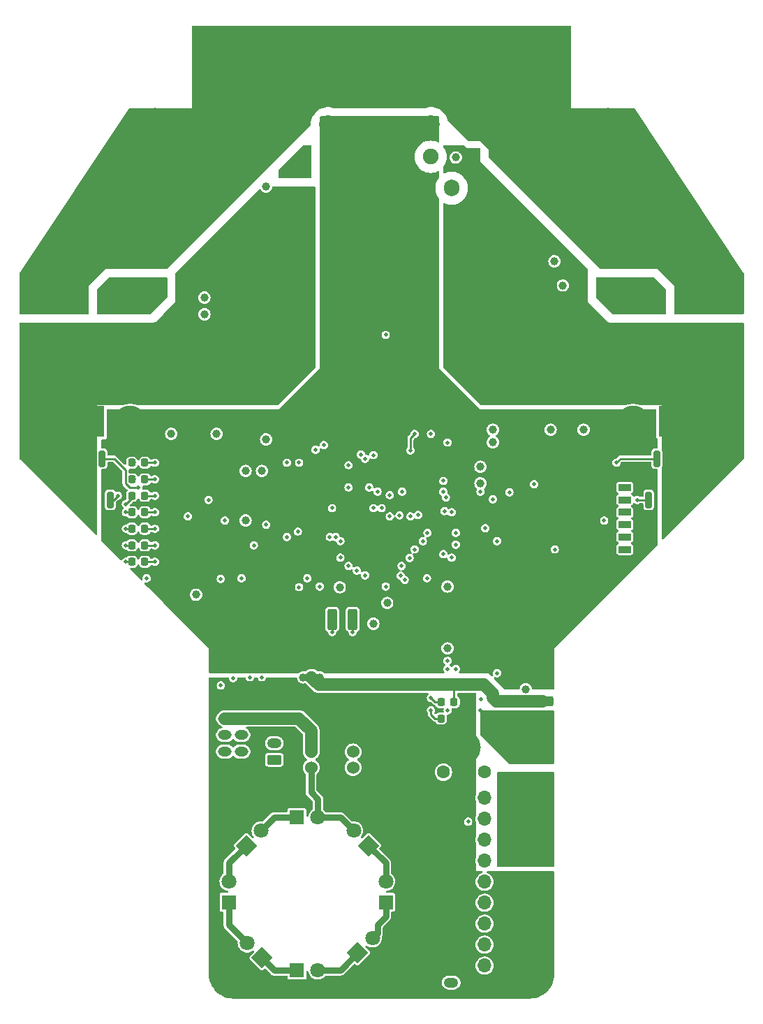
<source format=gbr>
%TF.GenerationSoftware,KiCad,Pcbnew,8.0.6*%
%TF.CreationDate,2024-11-18T00:02:46+09:00*%
%TF.ProjectId,ORION_boost_v5,4f52494f-4e5f-4626-9f6f-73745f76352e,rev?*%
%TF.SameCoordinates,Original*%
%TF.FileFunction,Copper,L1,Top*%
%TF.FilePolarity,Positive*%
%FSLAX46Y46*%
G04 Gerber Fmt 4.6, Leading zero omitted, Abs format (unit mm)*
G04 Created by KiCad (PCBNEW 8.0.6) date 2024-11-18 00:02:46*
%MOMM*%
%LPD*%
G01*
G04 APERTURE LIST*
G04 Aperture macros list*
%AMRoundRect*
0 Rectangle with rounded corners*
0 $1 Rounding radius*
0 $2 $3 $4 $5 $6 $7 $8 $9 X,Y pos of 4 corners*
0 Add a 4 corners polygon primitive as box body*
4,1,4,$2,$3,$4,$5,$6,$7,$8,$9,$2,$3,0*
0 Add four circle primitives for the rounded corners*
1,1,$1+$1,$2,$3*
1,1,$1+$1,$4,$5*
1,1,$1+$1,$6,$7*
1,1,$1+$1,$8,$9*
0 Add four rect primitives between the rounded corners*
20,1,$1+$1,$2,$3,$4,$5,0*
20,1,$1+$1,$4,$5,$6,$7,0*
20,1,$1+$1,$6,$7,$8,$9,0*
20,1,$1+$1,$8,$9,$2,$3,0*%
%AMRotRect*
0 Rectangle, with rotation*
0 The origin of the aperture is its center*
0 $1 length*
0 $2 width*
0 $3 Rotation angle, in degrees counterclockwise*
0 Add horizontal line*
21,1,$1,$2,0,0,$3*%
G04 Aperture macros list end*
%TA.AperFunction,SMDPad,CuDef*%
%ADD10RoundRect,0.218750X0.218750X0.256250X-0.218750X0.256250X-0.218750X-0.256250X0.218750X-0.256250X0*%
%TD*%
%TA.AperFunction,ComponentPad*%
%ADD11O,2.800000X2.460000*%
%TD*%
%TA.AperFunction,ComponentPad*%
%ADD12R,3.800000X3.800000*%
%TD*%
%TA.AperFunction,ComponentPad*%
%ADD13C,3.800000*%
%TD*%
%TA.AperFunction,SMDPad,CuDef*%
%ADD14RoundRect,0.300000X0.300000X-1.000000X0.300000X1.000000X-0.300000X1.000000X-0.300000X-1.000000X0*%
%TD*%
%TA.AperFunction,ComponentPad*%
%ADD15RoundRect,0.250000X0.625000X-0.350000X0.625000X0.350000X-0.625000X0.350000X-0.625000X-0.350000X0*%
%TD*%
%TA.AperFunction,ComponentPad*%
%ADD16O,1.750000X1.200000*%
%TD*%
%TA.AperFunction,SMDPad,CuDef*%
%ADD17RoundRect,0.218750X-0.218750X-0.256250X0.218750X-0.256250X0.218750X0.256250X-0.218750X0.256250X0*%
%TD*%
%TA.AperFunction,ComponentPad*%
%ADD18C,1.524000*%
%TD*%
%TA.AperFunction,SMDPad,CuDef*%
%ADD19RoundRect,0.250000X1.075000X-0.375000X1.075000X0.375000X-1.075000X0.375000X-1.075000X-0.375000X0*%
%TD*%
%TA.AperFunction,ComponentPad*%
%ADD20C,1.600000*%
%TD*%
%TA.AperFunction,ComponentPad*%
%ADD21RoundRect,0.250000X-0.575000X0.350000X-0.575000X-0.350000X0.575000X-0.350000X0.575000X0.350000X0*%
%TD*%
%TA.AperFunction,ComponentPad*%
%ADD22O,1.650000X1.200000*%
%TD*%
%TA.AperFunction,ComponentPad*%
%ADD23R,1.700000X1.700000*%
%TD*%
%TA.AperFunction,ComponentPad*%
%ADD24O,1.700000X1.700000*%
%TD*%
%TA.AperFunction,SMDPad,CuDef*%
%ADD25RoundRect,0.200000X0.200000X0.800000X-0.200000X0.800000X-0.200000X-0.800000X0.200000X-0.800000X0*%
%TD*%
%TA.AperFunction,SMDPad,CuDef*%
%ADD26R,5.800000X6.400000*%
%TD*%
%TA.AperFunction,SMDPad,CuDef*%
%ADD27R,1.200000X2.200000*%
%TD*%
%TA.AperFunction,ComponentPad*%
%ADD28RoundRect,0.500000X-0.500000X2.000000X-0.500000X-2.000000X0.500000X-2.000000X0.500000X2.000000X0*%
%TD*%
%TA.AperFunction,ComponentPad*%
%ADD29RoundRect,0.250000X1.150000X-0.980000X1.150000X0.980000X-1.150000X0.980000X-1.150000X-0.980000X0*%
%TD*%
%TA.AperFunction,ComponentPad*%
%ADD30C,4.000000*%
%TD*%
%TA.AperFunction,SMDPad,CuDef*%
%ADD31RoundRect,0.200000X-0.200000X-0.800000X0.200000X-0.800000X0.200000X0.800000X-0.200000X0.800000X0*%
%TD*%
%TA.AperFunction,ComponentPad*%
%ADD32RoundRect,0.225000X0.575000X-0.225000X0.575000X0.225000X-0.575000X0.225000X-0.575000X-0.225000X0*%
%TD*%
%TA.AperFunction,ComponentPad*%
%ADD33R,1.600000X1.600000*%
%TD*%
%TA.AperFunction,ComponentPad*%
%ADD34RoundRect,0.250000X0.980000X1.150000X-0.980000X1.150000X-0.980000X-1.150000X0.980000X-1.150000X0*%
%TD*%
%TA.AperFunction,ComponentPad*%
%ADD35O,2.460000X2.800000*%
%TD*%
%TA.AperFunction,ComponentPad*%
%ADD36RotRect,1.800000X1.800000X45.000000*%
%TD*%
%TA.AperFunction,ComponentPad*%
%ADD37C,1.800000*%
%TD*%
%TA.AperFunction,ComponentPad*%
%ADD38RotRect,1.800000X1.800000X135.000000*%
%TD*%
%TA.AperFunction,ComponentPad*%
%ADD39C,2.200000*%
%TD*%
%TA.AperFunction,ComponentPad*%
%ADD40R,1.800000X1.800000*%
%TD*%
%TA.AperFunction,ComponentPad*%
%ADD41C,1.905000*%
%TD*%
%TA.AperFunction,ComponentPad*%
%ADD42O,1.905000X2.000000*%
%TD*%
%TA.AperFunction,ComponentPad*%
%ADD43R,1.905000X2.000000*%
%TD*%
%TA.AperFunction,ComponentPad*%
%ADD44RoundRect,0.250000X-0.625000X0.350000X-0.625000X-0.350000X0.625000X-0.350000X0.625000X0.350000X0*%
%TD*%
%TA.AperFunction,ViaPad*%
%ADD45C,1.000000*%
%TD*%
%TA.AperFunction,ViaPad*%
%ADD46C,4.000000*%
%TD*%
%TA.AperFunction,ViaPad*%
%ADD47C,0.500000*%
%TD*%
%TA.AperFunction,ViaPad*%
%ADD48C,3.200000*%
%TD*%
%TA.AperFunction,Conductor*%
%ADD49C,0.250000*%
%TD*%
%TA.AperFunction,Conductor*%
%ADD50C,0.500000*%
%TD*%
%TA.AperFunction,Conductor*%
%ADD51C,1.500000*%
%TD*%
%TA.AperFunction,Conductor*%
%ADD52C,0.800000*%
%TD*%
G04 APERTURE END LIST*
D10*
%TO.P,D1,1,K*%
%TO.N,Net-(D1-K)*%
X96287500Y-106000000D03*
%TO.P,D1,2,A*%
%TO.N,+12V*%
X94712500Y-106000000D03*
%TD*%
D11*
%TO.P,P5,1,P1*%
%TO.N,GND*%
X165450000Y-78480000D03*
%TO.P,P5,2,P2*%
%TO.N,/CAP_450V*%
X165450000Y-74520000D03*
%TD*%
D12*
%TO.P,P6,1,P1*%
%TO.N,GND*%
X89500000Y-89000000D03*
D13*
%TO.P,P6,2,P2*%
%TO.N,+BATT*%
X94500000Y-89000000D03*
%TD*%
D14*
%TO.P,J11,1,Pin_1*%
%TO.N,/BATT_CS*%
X119000000Y-113000000D03*
%TD*%
D15*
%TO.P,J7,1,Pin_1*%
%TO.N,Net-(J7-Pin_1)*%
X112000000Y-130000000D03*
D16*
%TO.P,J7,2,Pin_2*%
%TO.N,Net-(D16-A)*%
X112000000Y-128000000D03*
%TD*%
D17*
%TO.P,D18,1,K*%
%TO.N,Net-(D18-K)*%
X132212500Y-123000000D03*
%TO.P,D18,2,A*%
%TO.N,Net-(D18-A)*%
X133787500Y-123000000D03*
%TD*%
D18*
%TO.P,J4,1,Pin_1*%
%TO.N,/LOGIC_POWER*%
X121540000Y-130951000D03*
%TO.P,J4,2,Pin_2*%
%TO.N,GND*%
X119000000Y-130951000D03*
%TO.P,J4,3,Pin_3*%
%TO.N,+12V*%
X116460000Y-130951000D03*
%TD*%
D10*
%TO.P,D22,1,K*%
%TO.N,GND*%
X133787500Y-125000000D03*
%TO.P,D22,2,A*%
%TO.N,Net-(D22-A)*%
X132212500Y-125000000D03*
%TD*%
%TO.P,D25,1,K*%
%TO.N,Net-(D25-K)*%
X96287500Y-96000000D03*
%TO.P,D25,2,A*%
%TO.N,/LED_4*%
X94712500Y-96000000D03*
%TD*%
D19*
%TO.P,F4,1*%
%TO.N,Net-(D18-A)*%
X144500000Y-122900000D03*
%TO.P,F4,2*%
%TO.N,+BATT*%
X144500000Y-120100000D03*
%TD*%
D20*
%TO.P,F2,1*%
%TO.N,Net-(J7-Pin_1)*%
X132500000Y-131500000D03*
%TO.P,F2,2*%
%TO.N,Net-(J5-Pin_1)*%
X137500000Y-131500000D03*
%TD*%
D10*
%TO.P,D26,1,K*%
%TO.N,Net-(D26-K)*%
X96287500Y-94000000D03*
%TO.P,D26,2,A*%
%TO.N,/LED_5*%
X94712500Y-94000000D03*
%TD*%
D21*
%TO.P,J1,1,Pin_1*%
%TO.N,GND*%
X108000000Y-123000000D03*
D22*
%TO.P,J1,2,Pin_2*%
X106000000Y-123000000D03*
%TO.P,J1,3,Pin_3*%
%TO.N,/LOGIC_POWER*%
X108000000Y-125000000D03*
%TO.P,J1,4,Pin_4*%
X106000000Y-125000000D03*
%TO.P,J1,5,Pin_5*%
%TO.N,/CAN0_L*%
X108000000Y-127000000D03*
%TO.P,J1,6,Pin_6*%
%TO.N,/CAN0_H*%
X106000000Y-127000000D03*
%TO.P,J1,7,Pin_7*%
%TO.N,/CAN1_L*%
X108000000Y-129000000D03*
%TO.P,J1,8,Pin_8*%
%TO.N,/CAN1_H*%
X106000000Y-129000000D03*
%TD*%
D19*
%TO.P,F3,1*%
%TO.N,Net-(D18-A)*%
X141500000Y-122900000D03*
%TO.P,F3,2*%
%TO.N,+BATT*%
X141500000Y-120100000D03*
%TD*%
D23*
%TO.P,J2,1,Pin_1*%
%TO.N,GND*%
X137500000Y-157500000D03*
D24*
%TO.P,J2,2,Pin_2*%
%TO.N,unconnected-(J2-Pin_2-Pad2)*%
X137500000Y-154960000D03*
%TO.P,J2,3,Pin_3*%
%TO.N,+3.3V*%
X137500000Y-152420000D03*
%TO.P,J2,4,Pin_4*%
%TO.N,/MOUSE_NSS*%
X137500000Y-149880000D03*
%TO.P,J2,5,Pin_5*%
%TO.N,/SPI1_MISO*%
X137500000Y-147340000D03*
%TO.P,J2,6,Pin_6*%
%TO.N,/SPI1_MOSI*%
X137500000Y-144800000D03*
%TO.P,J2,7,Pin_7*%
%TO.N,/SPI1_SCK*%
X137500000Y-142260000D03*
%TO.P,J2,8,Pin_8*%
%TO.N,/MOUSE_RST*%
X137500000Y-139720000D03*
%TO.P,J2,9,Pin_9*%
%TO.N,unconnected-(J2-Pin_9-Pad9)*%
X137500000Y-137180000D03*
%TO.P,J2,10,Pin_10*%
%TO.N,unconnected-(J2-Pin_10-Pad10)*%
X137500000Y-134640000D03*
%TD*%
D25*
%TO.P,SW3,1,1*%
%TO.N,/SW_2*%
X92100000Y-98500000D03*
%TO.P,SW3,2,2*%
%TO.N,GND*%
X87900000Y-98500000D03*
%TD*%
D26*
%TO.P,D21,1,K*%
%TO.N,/CAP_450V*%
X154500000Y-66400000D03*
D27*
%TO.P,D21,2,A*%
%TO.N,Net-(D21-A)*%
X152220000Y-72700000D03*
X156780000Y-72700000D03*
%TD*%
D10*
%TO.P,D4,1,K*%
%TO.N,Net-(D4-K)*%
X96287500Y-100000000D03*
%TO.P,D4,2,A*%
%TO.N,/LED_2*%
X94712500Y-100000000D03*
%TD*%
%TO.P,D2,1,K*%
%TO.N,Net-(D2-K)*%
X96287500Y-104000000D03*
%TO.P,D2,2,A*%
%TO.N,+3.3V*%
X94712500Y-104000000D03*
%TD*%
D28*
%TO.P,F1,1*%
%TO.N,Net-(U3-S+)*%
X142500000Y-127250000D03*
%TO.P,F1,2*%
%TO.N,Net-(J5-Pin_1)*%
X142500000Y-134750000D03*
%TD*%
D29*
%TO.P,P4,1,P1*%
%TO.N,GND*%
X84450000Y-78480000D03*
D11*
%TO.P,P4,2,P2*%
%TO.N,/CAP_450V*%
X84450000Y-74520000D03*
%TD*%
D18*
%TO.P,J3,1,Pin_1*%
%TO.N,/LOGIC_POWER*%
X116460000Y-129049000D03*
%TO.P,J3,2,Pin_2*%
%TO.N,GND*%
X119000000Y-129049000D03*
%TO.P,J3,3,Pin_3*%
%TO.N,+3.3V*%
X121540000Y-129049000D03*
%TD*%
D10*
%TO.P,D3,1,K*%
%TO.N,Net-(D3-K)*%
X96287500Y-102000000D03*
%TO.P,D3,2,A*%
%TO.N,/LED_1*%
X94712500Y-102000000D03*
%TD*%
D26*
%TO.P,D20,1,K*%
%TO.N,/CAP_450V*%
X95500000Y-66400000D03*
D27*
%TO.P,D20,2,A*%
%TO.N,Net-(D20-A)*%
X93220000Y-72700000D03*
X97780000Y-72700000D03*
%TD*%
D12*
%TO.P,P7,1,P1*%
%TO.N,GND*%
X160500000Y-89000000D03*
D13*
%TO.P,P7,2,P2*%
%TO.N,+BATT*%
X155500000Y-89000000D03*
%TD*%
D10*
%TO.P,D5,1,K*%
%TO.N,Net-(D5-K)*%
X96287500Y-98000000D03*
%TO.P,D5,2,A*%
%TO.N,/LED_3*%
X94712500Y-98000000D03*
%TD*%
D30*
%TO.P,J5,1,Pin_1*%
%TO.N,Net-(J5-Pin_1)*%
X142500000Y-140000000D03*
%TD*%
D31*
%TO.P,SW4,1,1*%
%TO.N,/SW_3*%
X158400000Y-93500000D03*
%TO.P,SW4,2,2*%
%TO.N,GND*%
X162600000Y-93500000D03*
%TD*%
D14*
%TO.P,J10,1,Pin_1*%
%TO.N,GND*%
X121500000Y-113000000D03*
%TD*%
D32*
%TO.P,P1,1,P1*%
%TO.N,GND*%
X154500000Y-104500000D03*
%TO.P,P1,2,P2*%
%TO.N,unconnected-(P1-P2-Pad2)*%
X154500000Y-103000000D03*
%TO.P,P1,3,P3*%
%TO.N,/SWCLK*%
X154500000Y-101500000D03*
%TO.P,P1,4,P4*%
%TO.N,/SWDIO*%
X154500000Y-100000000D03*
%TO.P,P1,5,P5*%
%TO.N,/USART_TX*%
X154500000Y-98500000D03*
%TO.P,P1,6,P6*%
%TO.N,/USART_RX*%
X154500000Y-97000000D03*
%TD*%
D25*
%TO.P,SW2,1,1*%
%TO.N,/SW_1*%
X91100000Y-93500000D03*
%TO.P,SW2,2,2*%
%TO.N,GND*%
X86900000Y-93500000D03*
%TD*%
D30*
%TO.P,J6,1,Pin_1*%
%TO.N,GND*%
X135000000Y-128500000D03*
%TD*%
D31*
%TO.P,SW1,1,1*%
%TO.N,/NRST*%
X157400000Y-98500000D03*
%TO.P,SW1,2,2*%
%TO.N,GND*%
X161600000Y-98500000D03*
%TD*%
D33*
%TO.P,C20,1*%
%TO.N,+BATT*%
X92402651Y-96000000D03*
D20*
%TO.P,C20,2*%
%TO.N,GND*%
X88902651Y-96000000D03*
%TD*%
D33*
%TO.P,C33,1*%
%TO.N,+BATT*%
X157597349Y-96000000D03*
D20*
%TO.P,C33,2*%
%TO.N,GND*%
X161097349Y-96000000D03*
%TD*%
D34*
%TO.P,P2,1,P1*%
%TO.N,Net-(D20-A)*%
X91980000Y-74450000D03*
D35*
%TO.P,P2,2,P2*%
%TO.N,/CAP_450V*%
X88020000Y-74450000D03*
%TD*%
D36*
%TO.P,D8,1,K*%
%TO.N,Net-(D8-K)*%
X108598439Y-140401561D03*
D37*
%TO.P,D8,2,A*%
%TO.N,Net-(D7-K)*%
X110394490Y-138605510D03*
%TD*%
D38*
%TO.P,D11,1,K*%
%TO.N,Net-(D11-K)*%
X123401561Y-140401561D03*
D37*
%TO.P,D11,2,A*%
%TO.N,+12V*%
X121605510Y-138605510D03*
%TD*%
D39*
%TO.P,C27,1*%
%TO.N,/CAP_450V*%
X146000000Y-53000000D03*
%TO.P,C27,2*%
%TO.N,+BATT*%
X131000000Y-53000000D03*
%TD*%
D40*
%TO.P,D9,1,K*%
%TO.N,Net-(D10-A)*%
X106500000Y-147275000D03*
D37*
%TO.P,D9,2,A*%
%TO.N,Net-(D8-K)*%
X106500000Y-144735000D03*
%TD*%
D40*
%TO.P,D14,1,K*%
%TO.N,Net-(D10-K)*%
X114725000Y-155500000D03*
D37*
%TO.P,D14,2,A*%
%TO.N,Net-(D13-K)*%
X117265000Y-155500000D03*
%TD*%
D38*
%TO.P,D10,1,K*%
%TO.N,Net-(D10-K)*%
X110500000Y-154000000D03*
D37*
%TO.P,D10,2,A*%
%TO.N,Net-(D10-A)*%
X108703949Y-152203949D03*
%TD*%
D41*
%TO.P,Q5,1,G*%
%TO.N,Net-(PC3-VO)*%
X130960000Y-56907500D03*
D42*
%TO.P,Q5,2,D*%
%TO.N,Net-(D19-A)*%
X133500000Y-60717500D03*
D43*
%TO.P,Q5,3,S*%
%TO.N,GND*%
X136040000Y-56907500D03*
%TD*%
D40*
%TO.P,D12,1,K*%
%TO.N,Net-(D12-K)*%
X125500000Y-147275000D03*
D37*
%TO.P,D12,2,A*%
%TO.N,Net-(D11-K)*%
X125500000Y-144735000D03*
%TD*%
D34*
%TO.P,P3,1,P1*%
%TO.N,/CAP_450V*%
X161980000Y-74450000D03*
D35*
%TO.P,P3,2,P2*%
%TO.N,Net-(D21-A)*%
X158020000Y-74450000D03*
%TD*%
D36*
%TO.P,D13,1,K*%
%TO.N,Net-(D13-K)*%
X122098439Y-153401561D03*
D37*
%TO.P,D13,2,A*%
%TO.N,Net-(D12-K)*%
X123894490Y-151605510D03*
%TD*%
D40*
%TO.P,D7,1,K*%
%TO.N,Net-(D7-K)*%
X114725000Y-137000000D03*
D37*
%TO.P,D7,2,A*%
%TO.N,+12V*%
X117265000Y-137000000D03*
%TD*%
D39*
%TO.P,C28,1*%
%TO.N,/CAP_450V*%
X103500000Y-53000000D03*
%TO.P,C28,2*%
%TO.N,+BATT*%
X118500000Y-53000000D03*
%TD*%
D44*
%TO.P,J12,1,Pin_1*%
%TO.N,GND*%
X133450000Y-155000000D03*
D16*
%TO.P,J12,2,Pin_2*%
%TO.N,/LOGIC_POWER*%
X133450000Y-157000000D03*
%TD*%
D45*
%TO.N,GND*%
X87500000Y-85000000D03*
X143500000Y-80000000D03*
X136000000Y-72500000D03*
X145000000Y-77000000D03*
X136000000Y-69500000D03*
X115000000Y-65000000D03*
X113500000Y-80000000D03*
X143500000Y-75500000D03*
X158500000Y-83500000D03*
X96500000Y-85000000D03*
X116500000Y-66500000D03*
X140500000Y-75500000D03*
X93000000Y-80500000D03*
D46*
X128000000Y-151000000D03*
D45*
X149500000Y-77500000D03*
D47*
X146000000Y-104500000D03*
D45*
X91500000Y-77500000D03*
X112000000Y-68000000D03*
X155500000Y-83500000D03*
X161500000Y-80500000D03*
X99500000Y-85000000D03*
X112000000Y-86500000D03*
X106000000Y-66000000D03*
X98000000Y-83500000D03*
X87500000Y-83500000D03*
D47*
X113500000Y-103000000D03*
D45*
X133000000Y-74000000D03*
X115000000Y-66500000D03*
X110500000Y-71000000D03*
X160000000Y-83500000D03*
X137500000Y-74000000D03*
X142000000Y-74000000D03*
X115000000Y-68000000D03*
X167500000Y-80500000D03*
X155500000Y-79000000D03*
X134500000Y-80000000D03*
X96500000Y-86500000D03*
X160000000Y-85000000D03*
X140500000Y-80000000D03*
X113500000Y-85000000D03*
X157000000Y-83500000D03*
X149500000Y-85000000D03*
X110500000Y-83500000D03*
X107500000Y-69500000D03*
X90500000Y-83500000D03*
X139000000Y-63500000D03*
X139000000Y-65000000D03*
X163000000Y-80500000D03*
X142000000Y-75500000D03*
D46*
X97500000Y-79000000D03*
D45*
X155500000Y-77500000D03*
X161500000Y-85000000D03*
X86000000Y-83500000D03*
X107500000Y-68000000D03*
X113500000Y-83500000D03*
X143500000Y-83500000D03*
X108000000Y-83500000D03*
X140500000Y-71000000D03*
X151000000Y-85000000D03*
X115000000Y-83500000D03*
X115000000Y-80000000D03*
X102500000Y-85000000D03*
X126500000Y-133000000D03*
X109000000Y-63000000D03*
X140500000Y-85000000D03*
X143500000Y-78500000D03*
X148000000Y-85000000D03*
X106000000Y-80000000D03*
X134500000Y-77000000D03*
X160000000Y-77500000D03*
X140500000Y-65000000D03*
X137500000Y-59000000D03*
X94500000Y-80500000D03*
X140500000Y-68000000D03*
X140500000Y-86500000D03*
X167500000Y-77500000D03*
X143500000Y-74000000D03*
D47*
X131000000Y-90500000D03*
D45*
X101000000Y-86500000D03*
X136000000Y-83500000D03*
X90000000Y-80500000D03*
X113500000Y-63500000D03*
X88500000Y-79000000D03*
X87000000Y-77500000D03*
X113500000Y-65000000D03*
X134500000Y-74000000D03*
X133000000Y-78500000D03*
X143500000Y-65000000D03*
X137500000Y-65000000D03*
X145000000Y-85000000D03*
X107500000Y-75500000D03*
D46*
X84000000Y-86000000D03*
D45*
X89000000Y-85000000D03*
X90000000Y-79000000D03*
X134500000Y-71000000D03*
X93500000Y-85000000D03*
X110500000Y-72500000D03*
X125675500Y-111000000D03*
X137500000Y-78500000D03*
X108000000Y-64000000D03*
X133000000Y-80000000D03*
X136000000Y-68000000D03*
D46*
X84000000Y-91000000D03*
D45*
X106500000Y-85000000D03*
X100500000Y-79000000D03*
X137000000Y-61000000D03*
X110000000Y-62000000D03*
X91500000Y-79000000D03*
X143500000Y-72500000D03*
X140500000Y-77000000D03*
X139000000Y-69500000D03*
X137000000Y-62500000D03*
X112000000Y-65000000D03*
X107000000Y-65000000D03*
X110500000Y-77000000D03*
X107500000Y-72500000D03*
X136000000Y-85000000D03*
X142000000Y-68000000D03*
D47*
X128500000Y-92500000D03*
D45*
X102500000Y-83500000D03*
X116500000Y-69500000D03*
X136000000Y-74000000D03*
X154000000Y-86500000D03*
X157000000Y-85000000D03*
D47*
X115000000Y-94000000D03*
D45*
X91500000Y-80500000D03*
X93000000Y-79000000D03*
X139000000Y-74000000D03*
X139000000Y-75500000D03*
X89000000Y-83500000D03*
X94500000Y-79000000D03*
X161500000Y-77500000D03*
X87000000Y-79000000D03*
X107500000Y-80000000D03*
X139000000Y-85000000D03*
X107500000Y-74000000D03*
X140500000Y-66500000D03*
X140500000Y-83500000D03*
X82500000Y-80500000D03*
X139000000Y-71000000D03*
X155500000Y-80500000D03*
X134500000Y-66500000D03*
X143500000Y-77000000D03*
X158500000Y-79000000D03*
X152500000Y-83500000D03*
X143500000Y-68000000D03*
X94500000Y-77500000D03*
X144500000Y-66000000D03*
X134500000Y-83500000D03*
X133000000Y-109000000D03*
X167500000Y-82000000D03*
X137500000Y-77000000D03*
X106000000Y-68000000D03*
X108000000Y-85000000D03*
X113500000Y-66500000D03*
X145000000Y-83500000D03*
D47*
X120000000Y-105500000D03*
D45*
X113500000Y-68000000D03*
X157000000Y-79000000D03*
X115000000Y-69500000D03*
D48*
X106000000Y-136000000D03*
D45*
X110500000Y-74000000D03*
D46*
X152500000Y-79000000D03*
D45*
X140500000Y-74000000D03*
X149500000Y-80500000D03*
X108000000Y-86500000D03*
X106000000Y-74000000D03*
D46*
X166000000Y-91000000D03*
D45*
X140500000Y-78500000D03*
D46*
X128000000Y-136000000D03*
D45*
X133000000Y-69500000D03*
X100500000Y-77500000D03*
D47*
X119000000Y-99500000D03*
D45*
X141500000Y-63000000D03*
X140500000Y-69500000D03*
X102000000Y-79000000D03*
X142000000Y-86500000D03*
X112000000Y-85000000D03*
X110500000Y-66500000D03*
X88500000Y-80500000D03*
X137500000Y-68000000D03*
X157000000Y-80500000D03*
X154000000Y-83500000D03*
X134500000Y-78500000D03*
X139000000Y-66500000D03*
D46*
X107000000Y-156000000D03*
D45*
X116500000Y-68000000D03*
X107500000Y-78500000D03*
X113500000Y-62000000D03*
X106000000Y-77000000D03*
D47*
X111000000Y-101500000D03*
D45*
X140500000Y-62000000D03*
X163000000Y-77500000D03*
X137500000Y-71000000D03*
X133000000Y-71000000D03*
X136000000Y-65000000D03*
X139000000Y-80000000D03*
X112000000Y-69500000D03*
X112000000Y-80000000D03*
X142000000Y-80000000D03*
X102500000Y-86500000D03*
X106000000Y-75500000D03*
X152500000Y-86500000D03*
X112000000Y-83500000D03*
X139000000Y-77000000D03*
X136000000Y-78500000D03*
X161500000Y-83500000D03*
X137500000Y-75500000D03*
X106000000Y-78500000D03*
X120025000Y-125525000D03*
X151000000Y-83500000D03*
X145000000Y-78500000D03*
X134500000Y-75500000D03*
X148000000Y-83500000D03*
X136000000Y-75500000D03*
X134500000Y-69500000D03*
X115000000Y-62000000D03*
X92000000Y-85000000D03*
X136000000Y-80000000D03*
D47*
X139000000Y-103500000D03*
D45*
X151000000Y-86500000D03*
D47*
X113500000Y-94000000D03*
D45*
X102000000Y-77500000D03*
X107500000Y-66500000D03*
X145000000Y-80000000D03*
X137500000Y-66500000D03*
X106000000Y-72500000D03*
X110500000Y-69500000D03*
X116500000Y-80000000D03*
X140500000Y-72500000D03*
X106500000Y-83500000D03*
X138500000Y-60000000D03*
X136000000Y-66500000D03*
X110500000Y-85000000D03*
X136000000Y-77000000D03*
X82500000Y-79000000D03*
D47*
X125000000Y-99500000D03*
D45*
X160000000Y-79000000D03*
X92000000Y-83500000D03*
X163000000Y-83500000D03*
X161500000Y-79000000D03*
X90500000Y-85000000D03*
X82500000Y-77500000D03*
X155500000Y-85000000D03*
X133000000Y-75500000D03*
X149500000Y-86500000D03*
X163000000Y-79000000D03*
X142000000Y-83500000D03*
X149500000Y-83500000D03*
X137500000Y-80000000D03*
X88500000Y-77500000D03*
X139500000Y-61000000D03*
X148000000Y-80500000D03*
X102000000Y-80500000D03*
X99500000Y-83500000D03*
X142000000Y-72500000D03*
X163000000Y-85000000D03*
X93500000Y-83500000D03*
X134500000Y-68000000D03*
X142000000Y-66500000D03*
X167500000Y-79000000D03*
X93000000Y-77500000D03*
X145000000Y-86500000D03*
D47*
X101500000Y-100500000D03*
D45*
X149500000Y-79000000D03*
X148000000Y-86500000D03*
X107500000Y-77000000D03*
X137500000Y-86500000D03*
X139000000Y-72500000D03*
X133000000Y-68000000D03*
X110500000Y-63500000D03*
X137500000Y-72500000D03*
X98000000Y-85000000D03*
X98000000Y-86500000D03*
X139000000Y-86500000D03*
X148000000Y-77500000D03*
X142000000Y-78500000D03*
X106500000Y-86500000D03*
X157000000Y-77500000D03*
X137500000Y-83500000D03*
X110500000Y-75500000D03*
X116500000Y-63500000D03*
X142000000Y-77000000D03*
D47*
X121500000Y-114500000D03*
D45*
X110500000Y-80000000D03*
X143500000Y-85000000D03*
D46*
X166000000Y-86000000D03*
D45*
X139000000Y-78500000D03*
D47*
X96500000Y-108000000D03*
D45*
X109000000Y-65000000D03*
X100500000Y-80500000D03*
X143500000Y-86500000D03*
X134500000Y-72500000D03*
X139000000Y-68000000D03*
X82500000Y-82000000D03*
X113500000Y-69500000D03*
X137500000Y-85000000D03*
X107500000Y-71000000D03*
X96500000Y-83500000D03*
X115000000Y-63500000D03*
D47*
X131900500Y-140500000D03*
D45*
X142000000Y-69500000D03*
D46*
X143000000Y-156000000D03*
D45*
X143500000Y-71000000D03*
X101000000Y-85000000D03*
X148000000Y-79000000D03*
X164500000Y-83500000D03*
X142000000Y-85000000D03*
X154000000Y-85000000D03*
X101000000Y-83500000D03*
D47*
X127189363Y-100376896D03*
D45*
X87000000Y-80500000D03*
X142000000Y-71000000D03*
X133000000Y-72500000D03*
X139000000Y-83500000D03*
X160000000Y-80500000D03*
X110500000Y-86500000D03*
X158500000Y-85000000D03*
X116500000Y-65000000D03*
X112000000Y-66500000D03*
X95000000Y-83500000D03*
X136000000Y-71000000D03*
X143500000Y-69500000D03*
D47*
X129000000Y-90500000D03*
D48*
X126000000Y-156000000D03*
D45*
X133000000Y-77000000D03*
X116500000Y-62000000D03*
X158500000Y-77500000D03*
X142500000Y-64000000D03*
X95000000Y-85000000D03*
X90000000Y-77500000D03*
X110500000Y-78500000D03*
X110500000Y-68000000D03*
X137500000Y-69500000D03*
D47*
X126000000Y-100500000D03*
D45*
X152500000Y-85000000D03*
X158500000Y-80500000D03*
X99500000Y-86500000D03*
D47*
%TO.N,+3.3V*%
X134000000Y-103925500D03*
X116000000Y-108000000D03*
X94000000Y-104000000D03*
X108000000Y-108000000D03*
D45*
X124000000Y-113500000D03*
D47*
X152000000Y-101000000D03*
D45*
X119916990Y-109083010D03*
D47*
X137574500Y-101925500D03*
D45*
%TO.N,/CAP_450V*%
X107500000Y-48000000D03*
X164500000Y-72500000D03*
X124000000Y-43500000D03*
X133500000Y-49500000D03*
X133500000Y-48000000D03*
X110500000Y-52500000D03*
X166000000Y-72500000D03*
X92000000Y-60000000D03*
X90500000Y-64500000D03*
X145500000Y-49500000D03*
X115000000Y-52500000D03*
X121000000Y-48000000D03*
X116500000Y-42000000D03*
X104500000Y-46500000D03*
X113500000Y-45000000D03*
X138000000Y-54000000D03*
X147000000Y-42000000D03*
X93500000Y-55500000D03*
X112000000Y-49500000D03*
X113500000Y-48000000D03*
X129000000Y-42000000D03*
X139500000Y-54000000D03*
X156500000Y-60000000D03*
X160500000Y-68500000D03*
X135000000Y-43500000D03*
X103000000Y-42000000D03*
X130500000Y-46500000D03*
X104500000Y-49500000D03*
X104500000Y-45000000D03*
X121000000Y-46500000D03*
X109000000Y-48000000D03*
X110500000Y-48000000D03*
X82500000Y-75500000D03*
X159500000Y-60000000D03*
X110500000Y-46500000D03*
X124000000Y-45000000D03*
X103000000Y-49500000D03*
X158000000Y-60000000D03*
X145500000Y-45000000D03*
X115000000Y-49500000D03*
X158500000Y-66500000D03*
X133500000Y-51000000D03*
X144000000Y-54000000D03*
X142500000Y-46500000D03*
X82500000Y-74000000D03*
X139500000Y-48000000D03*
X113500000Y-42000000D03*
X130500000Y-45000000D03*
X144000000Y-48000000D03*
X90500000Y-60000000D03*
X119500000Y-46500000D03*
X130500000Y-43500000D03*
X90500000Y-61500000D03*
X139500000Y-45000000D03*
X138000000Y-46500000D03*
X142500000Y-49500000D03*
X118000000Y-45000000D03*
X159500000Y-67500000D03*
X110500000Y-49500000D03*
X126000000Y-45000000D03*
X142500000Y-42000000D03*
X141000000Y-42000000D03*
X92000000Y-61500000D03*
X109000000Y-54000000D03*
X138000000Y-45000000D03*
X136500000Y-54000000D03*
X133500000Y-45000000D03*
X109000000Y-43500000D03*
X121000000Y-43500000D03*
X127500000Y-42000000D03*
X145500000Y-46500000D03*
X115000000Y-43500000D03*
X119500000Y-45000000D03*
X135000000Y-46500000D03*
X159500000Y-64500000D03*
X103000000Y-48000000D03*
X119500000Y-43500000D03*
X160000000Y-69500000D03*
X158000000Y-61500000D03*
X106000000Y-42000000D03*
X161500000Y-72500000D03*
X92000000Y-57000000D03*
X110500000Y-51000000D03*
X115000000Y-45000000D03*
X106000000Y-45000000D03*
X106000000Y-46500000D03*
X107500000Y-43500000D03*
X107500000Y-51000000D03*
X142500000Y-48000000D03*
X132000000Y-48000000D03*
X139500000Y-49500000D03*
X167500000Y-75500000D03*
X107500000Y-54000000D03*
X116500000Y-48000000D03*
X158000000Y-63000000D03*
D46*
X152500000Y-53000000D03*
D45*
X132000000Y-46500000D03*
X132000000Y-43500000D03*
X142500000Y-54000000D03*
X112000000Y-52500000D03*
X141000000Y-43500000D03*
X93500000Y-54000000D03*
X109000000Y-45000000D03*
X103000000Y-45000000D03*
X141000000Y-51000000D03*
X106000000Y-54000000D03*
X88500000Y-69500000D03*
X113500000Y-43500000D03*
X159500000Y-63000000D03*
X109000000Y-49500000D03*
X110500000Y-54000000D03*
X139500000Y-43500000D03*
X138000000Y-43500000D03*
X133500000Y-46500000D03*
X116500000Y-43500000D03*
X144000000Y-42000000D03*
X127500000Y-45000000D03*
X93500000Y-64500000D03*
X92000000Y-63000000D03*
X121000000Y-49500000D03*
X141000000Y-54000000D03*
X136500000Y-46500000D03*
X129000000Y-49500000D03*
X122500000Y-43500000D03*
X141000000Y-49500000D03*
X132000000Y-42000000D03*
X147000000Y-43500000D03*
X136500000Y-51000000D03*
X92000000Y-58500000D03*
X106000000Y-51000000D03*
X90500000Y-63000000D03*
X115000000Y-51000000D03*
D46*
X97500000Y-53000000D03*
D45*
X110500000Y-45000000D03*
X142500000Y-43500000D03*
X116500000Y-49500000D03*
X135000000Y-52500000D03*
X122500000Y-42000000D03*
X156500000Y-61500000D03*
X147000000Y-45000000D03*
X144000000Y-43500000D03*
X142500000Y-52500000D03*
X135000000Y-45000000D03*
X107500000Y-49500000D03*
X106000000Y-43500000D03*
X118000000Y-48000000D03*
X88500000Y-72500000D03*
X107500000Y-45000000D03*
X129000000Y-46500000D03*
X104500000Y-43500000D03*
X163000000Y-72500000D03*
X115000000Y-48000000D03*
X113500000Y-51000000D03*
X112000000Y-54000000D03*
X144000000Y-46500000D03*
X161500000Y-69500000D03*
X144000000Y-45000000D03*
X130500000Y-48000000D03*
X129000000Y-43500000D03*
X118000000Y-42000000D03*
X93500000Y-61500000D03*
X112000000Y-48000000D03*
X109000000Y-52500000D03*
X103000000Y-46500000D03*
X107500000Y-42000000D03*
X82500000Y-72500000D03*
X158000000Y-58500000D03*
X104500000Y-48000000D03*
X156500000Y-55500000D03*
X156500000Y-57000000D03*
X144000000Y-52500000D03*
X115000000Y-46500000D03*
X133500000Y-42000000D03*
X139500000Y-52500000D03*
X107500000Y-52500000D03*
X126000000Y-43500000D03*
X145500000Y-48000000D03*
X93500000Y-58500000D03*
X135000000Y-48000000D03*
X113500000Y-49500000D03*
X89500000Y-68500000D03*
X103000000Y-43500000D03*
X130500000Y-42000000D03*
X138000000Y-49500000D03*
X130500000Y-49500000D03*
X116500000Y-45000000D03*
X109000000Y-46500000D03*
X147000000Y-49500000D03*
X167500000Y-74000000D03*
X107500000Y-46500000D03*
X119500000Y-42000000D03*
X139500000Y-46500000D03*
X93500000Y-63000000D03*
X109000000Y-42000000D03*
X136500000Y-49500000D03*
X158000000Y-57000000D03*
X93500000Y-60000000D03*
X113500000Y-52500000D03*
X119500000Y-48000000D03*
X124000000Y-42000000D03*
X110500000Y-43500000D03*
X144000000Y-51000000D03*
X119500000Y-49500000D03*
X106000000Y-49500000D03*
X156500000Y-54000000D03*
X112000000Y-42000000D03*
X109000000Y-51000000D03*
X139500000Y-42000000D03*
X136500000Y-48000000D03*
X135000000Y-42000000D03*
X106000000Y-52500000D03*
X90000000Y-69500000D03*
X121000000Y-45000000D03*
X138000000Y-52500000D03*
X129000000Y-48000000D03*
X121000000Y-42000000D03*
X135000000Y-51000000D03*
X104500000Y-42000000D03*
X142500000Y-51000000D03*
X156500000Y-58500000D03*
X118000000Y-49500000D03*
X116500000Y-51000000D03*
X141000000Y-46500000D03*
X118000000Y-43500000D03*
X167500000Y-72500000D03*
X112000000Y-51000000D03*
X136500000Y-52500000D03*
X91500000Y-66500000D03*
X106000000Y-48000000D03*
X147000000Y-48000000D03*
X144000000Y-49500000D03*
X115000000Y-42000000D03*
X116500000Y-46500000D03*
X141000000Y-45000000D03*
X145500000Y-43500000D03*
X90500000Y-67500000D03*
X126000000Y-42000000D03*
X129000000Y-45000000D03*
X159500000Y-61500000D03*
X132000000Y-45000000D03*
X156500000Y-63000000D03*
X132000000Y-49500000D03*
X127500000Y-43500000D03*
X136500000Y-45000000D03*
X112000000Y-43500000D03*
X136500000Y-42000000D03*
X110500000Y-42000000D03*
X92500000Y-65500000D03*
X138000000Y-42000000D03*
X112000000Y-45000000D03*
X84000000Y-72500000D03*
X141000000Y-48000000D03*
X156500000Y-64500000D03*
X145500000Y-42000000D03*
X141000000Y-52500000D03*
X142500000Y-45000000D03*
X118000000Y-46500000D03*
X135000000Y-49500000D03*
X133500000Y-43500000D03*
X147000000Y-46500000D03*
X138000000Y-51000000D03*
X138000000Y-48000000D03*
X139500000Y-51000000D03*
X93500000Y-57000000D03*
X85500000Y-72500000D03*
X87000000Y-72500000D03*
X136500000Y-43500000D03*
X113500000Y-54000000D03*
X113500000Y-46500000D03*
X161500000Y-71000000D03*
X122500000Y-45000000D03*
X112000000Y-46500000D03*
X157500000Y-65500000D03*
X88500000Y-71000000D03*
%TO.N,-12V*%
X137000000Y-94500000D03*
X110500000Y-95000000D03*
%TO.N,+12V*%
X102500000Y-110000000D03*
X137000000Y-96500000D03*
D47*
X94000000Y-106000000D03*
D45*
X108500000Y-101000000D03*
X108500000Y-95000000D03*
%TO.N,+BATT*%
X124000000Y-75500000D03*
X122500000Y-74000000D03*
X124000000Y-69500000D03*
X148000000Y-110500000D03*
X119500000Y-72500000D03*
X137500000Y-109000000D03*
X119500000Y-71000000D03*
X125500000Y-69500000D03*
X118000000Y-68000000D03*
X137500000Y-115000000D03*
X121000000Y-71000000D03*
X145000000Y-109000000D03*
X140500000Y-109000000D03*
X143500000Y-110500000D03*
X121000000Y-72500000D03*
X148000000Y-113500000D03*
X124000000Y-68000000D03*
X146500000Y-112000000D03*
X137500000Y-113500000D03*
X145000000Y-113500000D03*
X139000000Y-109000000D03*
X122500000Y-66500000D03*
X140500000Y-110500000D03*
X125500000Y-72500000D03*
X140500000Y-113500000D03*
X124000000Y-74000000D03*
X118000000Y-71000000D03*
X146500000Y-109000000D03*
X148000000Y-112000000D03*
X121000000Y-75500000D03*
X142000000Y-113500000D03*
X148000000Y-109000000D03*
X146500000Y-113500000D03*
X121000000Y-65000000D03*
X140500000Y-115000000D03*
X140500000Y-116500000D03*
X142000000Y-112000000D03*
X122500000Y-68000000D03*
X119500000Y-74000000D03*
X118000000Y-65000000D03*
X118000000Y-75500000D03*
X139000000Y-110500000D03*
X137500000Y-110500000D03*
X151000000Y-109000000D03*
X145000000Y-115000000D03*
X122500000Y-75500000D03*
X146500000Y-110500000D03*
X121000000Y-69500000D03*
X124000000Y-72500000D03*
X149500000Y-112000000D03*
X122500000Y-72500000D03*
X143500000Y-115000000D03*
X118000000Y-62000000D03*
X118000000Y-74000000D03*
X125500000Y-75500000D03*
X124000000Y-66500000D03*
X122500000Y-69500000D03*
X119500000Y-66500000D03*
X121000000Y-63500000D03*
X119500000Y-63500000D03*
X125500000Y-71000000D03*
X142000000Y-109000000D03*
X145000000Y-110500000D03*
X125500000Y-68000000D03*
X143500000Y-109000000D03*
X151000000Y-110500000D03*
X143500000Y-113500000D03*
X121000000Y-68000000D03*
X121000000Y-74000000D03*
X149500000Y-110500000D03*
X149500000Y-109000000D03*
X143500000Y-112000000D03*
X119500000Y-62000000D03*
X118000000Y-63500000D03*
X137500000Y-116500000D03*
X143500000Y-116500000D03*
X122500000Y-65000000D03*
X119500000Y-65000000D03*
X142000000Y-115000000D03*
D47*
X133024500Y-124000000D03*
D45*
X118000000Y-69500000D03*
X145000000Y-116500000D03*
X146500000Y-115000000D03*
X139000000Y-116500000D03*
X145000000Y-112000000D03*
X139000000Y-112000000D03*
X118000000Y-66500000D03*
X121000000Y-66500000D03*
X125500000Y-66500000D03*
X139000000Y-113500000D03*
X139000000Y-115000000D03*
X142000000Y-110500000D03*
X124000000Y-71000000D03*
X125500000Y-74000000D03*
X119500000Y-69500000D03*
X140500000Y-112000000D03*
X142000000Y-116500000D03*
X119500000Y-75500000D03*
X119500000Y-68000000D03*
X118000000Y-72500000D03*
X137500000Y-112000000D03*
X122500000Y-71000000D03*
D47*
%TO.N,/LED_1*%
X94000000Y-102000000D03*
X120000000Y-103500000D03*
D45*
%TO.N,Net-(Q5-S_G)*%
X134000000Y-57000000D03*
X138500000Y-90000000D03*
D47*
%TO.N,/LED_2*%
X119425500Y-103000000D03*
X94000000Y-100000000D03*
%TO.N,/NRST*%
X124000000Y-99500000D03*
X156000000Y-98500000D03*
%TO.N,Net-(D1-K)*%
X97500000Y-106000000D03*
%TO.N,/USART_TX*%
X133500000Y-100000000D03*
%TO.N,/USART_RX*%
X132624000Y-99875500D03*
%TO.N,/CAN_RX*%
X128500000Y-100500000D03*
X117500000Y-109000000D03*
%TO.N,/CAN_TX*%
X115000000Y-109074500D03*
X129425500Y-100324500D03*
%TO.N,/SWDIO*%
X134000000Y-102500000D03*
%TO.N,/SWCLK*%
X130574500Y-102500000D03*
%TO.N,Net-(D2-K)*%
X97500000Y-104000000D03*
%TO.N,Net-(D3-K)*%
X97500000Y-102000000D03*
%TO.N,Net-(D4-K)*%
X97500000Y-100000000D03*
%TO.N,Net-(D5-K)*%
X97500000Y-98000000D03*
%TO.N,/CAN0_L*%
X109039508Y-120000000D03*
%TO.N,/CAN0_H*%
X105500000Y-121000000D03*
%TO.N,/CAN1_L*%
X110500000Y-120000000D03*
%TO.N,/CAN1_H*%
X107000000Y-120100688D03*
%TO.N,/BATT_CS*%
X119000000Y-114500000D03*
X126000000Y-97925500D03*
X130500000Y-108000000D03*
%TO.N,/POWER_SW_EN*%
X133500000Y-105500000D03*
X127500000Y-97500000D03*
%TO.N,/LED_3*%
X118725997Y-103000000D03*
X94000000Y-99000000D03*
D45*
%TO.N,Net-(D17-A)*%
X142500000Y-121450500D03*
X133000000Y-116500000D03*
D47*
%TO.N,Net-(D17-K)*%
X139000000Y-119500000D03*
X133000000Y-118000000D03*
X137041622Y-122699500D03*
X134000000Y-119000000D03*
%TO.N,Net-(D18-K)*%
X131000000Y-122500000D03*
%TO.N,/BATT_V*%
X138500000Y-98425500D03*
X123500000Y-97000000D03*
%TO.N,/GD_16P*%
X121000000Y-97000000D03*
X114843767Y-102343767D03*
%TO.N,/GD_16M*%
X121000000Y-94300500D03*
X106000000Y-101000000D03*
%TO.N,/BOOST_SW*%
X140500000Y-97574500D03*
X123000000Y-93500000D03*
%TO.N,/LED_CURRENT*%
X124500000Y-97500000D03*
X130000000Y-103500000D03*
X135500000Y-137500000D03*
%TO.N,/KICK_1*%
X124000000Y-93074500D03*
X143500000Y-96593766D03*
%TO.N,/KICK_2*%
X104000000Y-98500000D03*
X122500000Y-93000000D03*
D45*
%TO.N,/BOOST_V*%
X111000000Y-91175500D03*
X111000000Y-60500000D03*
D47*
%TO.N,/TEMP_FET*%
X125500000Y-78500000D03*
X133000000Y-91550000D03*
%TO.N,/TEMP_COIL_1*%
X132500000Y-96199500D03*
X137000000Y-97500000D03*
%TO.N,/TEMP_COIL_2*%
X132500000Y-105074500D03*
X125500000Y-109000000D03*
X132500000Y-97500000D03*
X105500000Y-108074500D03*
%TO.N,/MOUSE_NSS*%
X129000000Y-104500000D03*
%TO.N,/SPI1_SCK*%
X127806516Y-108193484D03*
%TO.N,/SPI1_MISO*%
X128399930Y-105525570D03*
%TO.N,/SPI1_MOSI*%
X127306516Y-107693484D03*
%TO.N,/MOUSE_RST*%
X127425500Y-106500000D03*
%TO.N,/GD_16M_PWM*%
X109500000Y-104000000D03*
X123000000Y-107649000D03*
%TO.N,/SW_1*%
X122000000Y-107074500D03*
X95500000Y-97000000D03*
%TO.N,/SW_2*%
X121000000Y-106500000D03*
X93000000Y-98000000D03*
D45*
%TO.N,Net-(D18-A)*%
X115500000Y-120000000D03*
X117500000Y-120000000D03*
X116500000Y-120000000D03*
%TO.N,/KICK_2_SOURCE*%
X99500000Y-90500000D03*
X103500000Y-76000000D03*
%TO.N,Net-(D19-A)*%
X116000000Y-56000000D03*
X114500000Y-59000000D03*
X113000000Y-59000000D03*
X116000000Y-57500000D03*
X114500000Y-57500000D03*
X116000000Y-59000000D03*
%TO.N,Net-(D20-A)*%
X97500000Y-72500000D03*
X94500000Y-72500000D03*
X96000000Y-74000000D03*
X94500000Y-74000000D03*
X96000000Y-72500000D03*
X94500000Y-75500000D03*
X97500000Y-74000000D03*
X96000000Y-75500000D03*
%TO.N,Net-(D21-A)*%
X155500000Y-72500000D03*
X154000000Y-72500000D03*
X155500000Y-75500000D03*
X152500000Y-74000000D03*
X154000000Y-74000000D03*
X152500000Y-72500000D03*
X155500000Y-74000000D03*
X154000000Y-75500000D03*
D47*
%TO.N,Net-(D22-A)*%
X131000000Y-124000000D03*
%TO.N,Net-(D25-K)*%
X97500000Y-96000000D03*
%TO.N,Net-(D26-K)*%
X97500000Y-94000000D03*
%TO.N,Net-(U3-S+)*%
X137000000Y-124000000D03*
X133000000Y-119000000D03*
D45*
%TO.N,Net-(PC3-VO)*%
X138500000Y-91500000D03*
%TO.N,/KICK_2_GATE*%
X103498268Y-73988969D03*
X105000000Y-90500000D03*
%TO.N,/KICK_1_GATE*%
X147000000Y-72500000D03*
X149500000Y-90000000D03*
%TO.N,/KICK_1_SOURCE*%
X145975500Y-69579502D03*
X145500000Y-90000000D03*
D47*
%TO.N,/LED_4*%
X95000000Y-96000000D03*
X117000000Y-92425500D03*
%TO.N,/LED_5*%
X118000000Y-91851000D03*
X95000000Y-94000000D03*
%TO.N,/SW_3*%
X132801035Y-98198965D03*
X153500000Y-94000000D03*
%TD*%
D49*
%TO.N,GND*%
X159500000Y-96000000D02*
X161097349Y-96000000D01*
X87900000Y-98500000D02*
X89000000Y-98500000D01*
D50*
X131900500Y-140500000D02*
X131900500Y-139599500D01*
X135000000Y-156500000D02*
X135000000Y-155000000D01*
D51*
X119000000Y-126550000D02*
X120025000Y-125525000D01*
D49*
X160000000Y-98500000D02*
X159500000Y-98000000D01*
X89000000Y-98500000D02*
X89500000Y-98000000D01*
X133787500Y-127287500D02*
X135000000Y-128500000D01*
X128500000Y-92500000D02*
X128500000Y-91000000D01*
X159500000Y-98000000D02*
X159500000Y-96000000D01*
D50*
X129500000Y-133000000D02*
X134000000Y-137500000D01*
X136000000Y-157500000D02*
X137500000Y-157500000D01*
D52*
X119500000Y-133000000D02*
X126500000Y-133000000D01*
D50*
X126500000Y-133000000D02*
X129500000Y-133000000D01*
X135000000Y-152500000D02*
X134000000Y-151500000D01*
X131900500Y-139599500D02*
X134000000Y-137500000D01*
D49*
X88902651Y-97402651D02*
X88902651Y-96000000D01*
D50*
X136000000Y-157500000D02*
X135000000Y-156500000D01*
D49*
X86900000Y-93500000D02*
X88000000Y-93500000D01*
X88902651Y-94402651D02*
X88902651Y-96000000D01*
X161097349Y-93902651D02*
X161097349Y-96000000D01*
D50*
X134000000Y-137500000D02*
X134000000Y-151500000D01*
D49*
X162600000Y-93500000D02*
X161500000Y-93500000D01*
X89500000Y-98000000D02*
X88902651Y-97402651D01*
X121500000Y-114500000D02*
X121500000Y-113000000D01*
D50*
X135000000Y-155000000D02*
X135000000Y-152500000D01*
D52*
X119000000Y-132500000D02*
X119500000Y-133000000D01*
D49*
X133787500Y-125000000D02*
X133787500Y-127287500D01*
D50*
X135000000Y-155000000D02*
X133450000Y-155000000D01*
D49*
X128500000Y-91000000D02*
X129000000Y-90500000D01*
D51*
X119000000Y-129049000D02*
X119000000Y-126550000D01*
D49*
X161500000Y-93500000D02*
X161097349Y-93902651D01*
D52*
X119000000Y-130951000D02*
X119000000Y-129049000D01*
X119000000Y-130951000D02*
X119000000Y-132500000D01*
D49*
X88000000Y-93500000D02*
X88902651Y-94402651D01*
X161600000Y-98500000D02*
X160000000Y-98500000D01*
%TO.N,+3.3V*%
X94712500Y-104000000D02*
X94000000Y-104000000D01*
D52*
%TO.N,+12V*%
X117265000Y-134765000D02*
X116460000Y-133960000D01*
D49*
X94712500Y-106000000D02*
X94000000Y-106000000D01*
D52*
X120000000Y-137000000D02*
X121605510Y-138605510D01*
X117265000Y-137000000D02*
X120000000Y-137000000D01*
X116460000Y-133960000D02*
X116460000Y-130951000D01*
X117265000Y-137000000D02*
X117265000Y-134765000D01*
D49*
%TO.N,/LED_1*%
X94712500Y-102000000D02*
X94000000Y-102000000D01*
%TO.N,/LED_2*%
X94712500Y-100000000D02*
X94000000Y-100000000D01*
%TO.N,/NRST*%
X156000000Y-98500000D02*
X157400000Y-98500000D01*
%TO.N,Net-(D1-K)*%
X96287500Y-106000000D02*
X97500000Y-106000000D01*
%TO.N,Net-(D2-K)*%
X97500000Y-104000000D02*
X96287500Y-104000000D01*
%TO.N,Net-(D3-K)*%
X96287500Y-102000000D02*
X97500000Y-102000000D01*
%TO.N,Net-(D4-K)*%
X96287500Y-100000000D02*
X97500000Y-100000000D01*
%TO.N,Net-(D5-K)*%
X96287500Y-98000000D02*
X97500000Y-98000000D01*
D51*
%TO.N,/LOGIC_POWER*%
X106000000Y-125000000D02*
X108000000Y-125000000D01*
X116460000Y-126460000D02*
X115000000Y-125000000D01*
X116460000Y-129049000D02*
X116460000Y-126460000D01*
X115000000Y-125000000D02*
X108000000Y-125000000D01*
D49*
%TO.N,/BATT_CS*%
X119000000Y-114500000D02*
X119000000Y-113000000D01*
D52*
%TO.N,Net-(D10-K)*%
X110500000Y-154000000D02*
X112000000Y-155500000D01*
X112000000Y-155500000D02*
X114725000Y-155500000D01*
%TO.N,Net-(D7-K)*%
X112000000Y-137000000D02*
X114725000Y-137000000D01*
X110394490Y-138605510D02*
X112000000Y-137000000D01*
%TO.N,Net-(D8-K)*%
X106500000Y-142500000D02*
X108598439Y-140401561D01*
X106500000Y-144735000D02*
X106500000Y-142500000D01*
%TO.N,Net-(D10-A)*%
X106500000Y-150000000D02*
X108703949Y-152203949D01*
X106500000Y-147275000D02*
X106500000Y-150000000D01*
D49*
%TO.N,/LED_3*%
X94712500Y-98287500D02*
X94000000Y-99000000D01*
X94712500Y-98000000D02*
X94712500Y-98287500D01*
D52*
%TO.N,Net-(D11-K)*%
X123401561Y-140401561D02*
X125500000Y-142500000D01*
X125500000Y-142500000D02*
X125500000Y-144735000D01*
%TO.N,Net-(D12-K)*%
X124500000Y-150000000D02*
X124500000Y-151000000D01*
X125500000Y-149000000D02*
X124500000Y-150000000D01*
X124500000Y-151000000D02*
X123894490Y-151605510D01*
X125500000Y-147275000D02*
X125500000Y-149000000D01*
%TO.N,Net-(D13-K)*%
X120000000Y-155500000D02*
X122098439Y-153401561D01*
X117265000Y-155500000D02*
X120000000Y-155500000D01*
D49*
%TO.N,Net-(D18-K)*%
X131500000Y-123000000D02*
X131000000Y-122500000D01*
X132212500Y-123000000D02*
X131500000Y-123000000D01*
%TO.N,/SW_1*%
X94468521Y-97000000D02*
X95500000Y-97000000D01*
X93950000Y-94881479D02*
X93950000Y-96481479D01*
X92568521Y-93500000D02*
X93950000Y-94881479D01*
X91100000Y-93500000D02*
X92568521Y-93500000D01*
X93950000Y-96481479D02*
X94468521Y-97000000D01*
%TO.N,/SW_2*%
X92100000Y-98500000D02*
X92500000Y-98500000D01*
X92500000Y-98500000D02*
X93000000Y-98000000D01*
D51*
%TO.N,Net-(D18-A)*%
X133900000Y-120900000D02*
X137400000Y-120900000D01*
D49*
X133787500Y-121012500D02*
X133900000Y-120900000D01*
D51*
X117400000Y-120900000D02*
X132400000Y-120900000D01*
X116500000Y-120000000D02*
X117400000Y-120900000D01*
X141500000Y-122900000D02*
X144500000Y-122900000D01*
X138500000Y-122500000D02*
X138900000Y-122900000D01*
D49*
X133787500Y-123000000D02*
X133787500Y-121012500D01*
D52*
X115500000Y-120000000D02*
X116500000Y-120000000D01*
D51*
X138500000Y-122000000D02*
X138500000Y-122500000D01*
X138900000Y-122900000D02*
X141500000Y-122900000D01*
X132400000Y-120900000D02*
X133900000Y-120900000D01*
X137400000Y-120900000D02*
X138500000Y-122000000D01*
D49*
%TO.N,Net-(D22-A)*%
X131500000Y-125000000D02*
X131000000Y-124500000D01*
X132212500Y-125000000D02*
X131500000Y-125000000D01*
X131000000Y-124500000D02*
X131000000Y-124000000D01*
%TO.N,Net-(D25-K)*%
X96287500Y-96000000D02*
X97500000Y-96000000D01*
%TO.N,Net-(D26-K)*%
X97500000Y-94000000D02*
X96287500Y-94000000D01*
%TO.N,/LED_4*%
X94712500Y-96000000D02*
X95000000Y-96000000D01*
%TO.N,/LED_5*%
X94712500Y-94000000D02*
X95000000Y-94000000D01*
%TO.N,/SW_3*%
X154000000Y-93500000D02*
X153500000Y-94000000D01*
X158400000Y-93500000D02*
X154000000Y-93500000D01*
%TD*%
%TA.AperFunction,Conductor*%
%TO.N,+BATT*%
G36*
X131942121Y-52020002D02*
G01*
X131988614Y-52073658D01*
X132000000Y-52126000D01*
X132000000Y-55037834D01*
X131979998Y-55105955D01*
X131926342Y-55152448D01*
X131856068Y-55162552D01*
X131813615Y-55148422D01*
X131773379Y-55126451D01*
X131511626Y-55028822D01*
X131238647Y-54969440D01*
X130960000Y-54949511D01*
X130681352Y-54969440D01*
X130408373Y-55028822D01*
X130146620Y-55126451D01*
X129901427Y-55260337D01*
X129677795Y-55427746D01*
X129677786Y-55427754D01*
X129480254Y-55625286D01*
X129480246Y-55625295D01*
X129312837Y-55848927D01*
X129178951Y-56094120D01*
X129081322Y-56355873D01*
X129021940Y-56628852D01*
X129002011Y-56907500D01*
X129021940Y-57186147D01*
X129081322Y-57459126D01*
X129178951Y-57720879D01*
X129312837Y-57966072D01*
X129480246Y-58189704D01*
X129480249Y-58189707D01*
X129480251Y-58189710D01*
X129677790Y-58387249D01*
X129677793Y-58387251D01*
X129677795Y-58387253D01*
X129766176Y-58453414D01*
X129901431Y-58554665D01*
X130146622Y-58688549D01*
X130408371Y-58786177D01*
X130681349Y-58845559D01*
X130960000Y-58865489D01*
X131238651Y-58845559D01*
X131511629Y-58786177D01*
X131773378Y-58688549D01*
X131813616Y-58666577D01*
X131882987Y-58651486D01*
X131949508Y-58676296D01*
X131992055Y-58733131D01*
X132000000Y-58777165D01*
X132000000Y-59373913D01*
X131979998Y-59442034D01*
X131973963Y-59450617D01*
X131872653Y-59582646D01*
X131744656Y-59804344D01*
X131744651Y-59804355D01*
X131744650Y-59804357D01*
X131663612Y-60000000D01*
X131646678Y-60040882D01*
X131646677Y-60040886D01*
X131580415Y-60288178D01*
X131547000Y-60541991D01*
X131547000Y-60893008D01*
X131580415Y-61146821D01*
X131580416Y-61146827D01*
X131580417Y-61146829D01*
X131646678Y-61394118D01*
X131744650Y-61630643D01*
X131744651Y-61630644D01*
X131744656Y-61630655D01*
X131872653Y-61852352D01*
X131872656Y-61852357D01*
X131973963Y-61984382D01*
X131999563Y-62050599D01*
X132000000Y-62061084D01*
X132000000Y-82500001D01*
X136999998Y-87499999D01*
X137000000Y-87500000D01*
X158223500Y-87500000D01*
X158291621Y-87520002D01*
X158338114Y-87573658D01*
X158349500Y-87626000D01*
X158349500Y-90924677D01*
X158364033Y-90997739D01*
X158390340Y-91037110D01*
X158419399Y-91080601D01*
X158444001Y-91097039D01*
X158489529Y-91151514D01*
X158500000Y-91201804D01*
X158500000Y-92123500D01*
X158479998Y-92191621D01*
X158426342Y-92238114D01*
X158374000Y-92249500D01*
X158145733Y-92249500D01*
X158115299Y-92252354D01*
X158115295Y-92252355D01*
X157987118Y-92297206D01*
X157987114Y-92297208D01*
X157877849Y-92377849D01*
X157797208Y-92487114D01*
X157797206Y-92487118D01*
X157752355Y-92615295D01*
X157752354Y-92615299D01*
X157749500Y-92645733D01*
X157749500Y-92998500D01*
X157729498Y-93066621D01*
X157675842Y-93113114D01*
X157623500Y-93124500D01*
X154049436Y-93124500D01*
X153950564Y-93124500D01*
X153902812Y-93137295D01*
X153855058Y-93150090D01*
X153769440Y-93199522D01*
X153769430Y-93199530D01*
X153506072Y-93462889D01*
X153443760Y-93496915D01*
X153434916Y-93498511D01*
X153428037Y-93499500D01*
X153289946Y-93540047D01*
X153168873Y-93617855D01*
X153074623Y-93726626D01*
X153014835Y-93857543D01*
X153003932Y-93933379D01*
X152994353Y-94000000D01*
X153014835Y-94142457D01*
X153074623Y-94273373D01*
X153125369Y-94331938D01*
X153168873Y-94382144D01*
X153211476Y-94409523D01*
X153289947Y-94459953D01*
X153428039Y-94500500D01*
X153571961Y-94500500D01*
X153710053Y-94459953D01*
X153831128Y-94382143D01*
X153925377Y-94273373D01*
X153985165Y-94142457D01*
X153995415Y-94071162D01*
X154024907Y-94006584D01*
X154031038Y-93999999D01*
X154118635Y-93912404D01*
X154180947Y-93878379D01*
X154207729Y-93875500D01*
X157623500Y-93875500D01*
X157691621Y-93895502D01*
X157738114Y-93949158D01*
X157749500Y-94001500D01*
X157749500Y-94354266D01*
X157752354Y-94384700D01*
X157752355Y-94384704D01*
X157797206Y-94512881D01*
X157797208Y-94512885D01*
X157877849Y-94622150D01*
X157987114Y-94702791D01*
X157987118Y-94702793D01*
X158084550Y-94736886D01*
X158115301Y-94747646D01*
X158145734Y-94750500D01*
X158145736Y-94750500D01*
X158374000Y-94750500D01*
X158442121Y-94770502D01*
X158488614Y-94824158D01*
X158500000Y-94876500D01*
X158500000Y-103876391D01*
X158479998Y-103944512D01*
X158463095Y-103965486D01*
X152183831Y-110244751D01*
X145979082Y-116449500D01*
X145949500Y-116479082D01*
X145949500Y-121374000D01*
X145929498Y-121442121D01*
X145875842Y-121488614D01*
X145823500Y-121500000D01*
X143373426Y-121500000D01*
X143305305Y-121479998D01*
X143258812Y-121426342D01*
X143248219Y-121388114D01*
X143236313Y-121282441D01*
X143180456Y-121122810D01*
X143090477Y-120979610D01*
X143090473Y-120979606D01*
X143090473Y-120979605D01*
X142970894Y-120860026D01*
X142970891Y-120860024D01*
X142970890Y-120860023D01*
X142889700Y-120809007D01*
X142827689Y-120770043D01*
X142718485Y-120731831D01*
X142668059Y-120714187D01*
X142500000Y-120695251D01*
X142331941Y-120714187D01*
X142331938Y-120714187D01*
X142331938Y-120714188D01*
X142172310Y-120770043D01*
X142075981Y-120830571D01*
X142029110Y-120860023D01*
X142029108Y-120860024D01*
X142029106Y-120860026D01*
X142029105Y-120860026D01*
X141909526Y-120979605D01*
X141909526Y-120979606D01*
X141819543Y-121122810D01*
X141763688Y-121282437D01*
X141763687Y-121282441D01*
X141751780Y-121388111D01*
X141724278Y-121453560D01*
X141665755Y-121493753D01*
X141626574Y-121500000D01*
X140052190Y-121500000D01*
X139984069Y-121479998D01*
X139963095Y-121463095D01*
X138671852Y-120171852D01*
X138637826Y-120109540D01*
X138642891Y-120038725D01*
X138685438Y-119981889D01*
X138751958Y-119957078D01*
X138796445Y-119961861D01*
X138928039Y-120000500D01*
X139071961Y-120000500D01*
X139210053Y-119959953D01*
X139331128Y-119882143D01*
X139425377Y-119773373D01*
X139485165Y-119642457D01*
X139505647Y-119500000D01*
X139485165Y-119357543D01*
X139425377Y-119226627D01*
X139331128Y-119117857D01*
X139331127Y-119117856D01*
X139331126Y-119117855D01*
X139210053Y-119040047D01*
X139071961Y-118999500D01*
X138928039Y-118999500D01*
X138789946Y-119040047D01*
X138668873Y-119117855D01*
X138574623Y-119226626D01*
X138539547Y-119303432D01*
X138514835Y-119357543D01*
X138494353Y-119500000D01*
X138514587Y-119640735D01*
X138514835Y-119642456D01*
X138537725Y-119692578D01*
X138547829Y-119762852D01*
X138518336Y-119827432D01*
X138458609Y-119865816D01*
X138387613Y-119865816D01*
X138334016Y-119834015D01*
X138000001Y-119500000D01*
X138000000Y-119500000D01*
X134504905Y-119500000D01*
X134436784Y-119479998D01*
X134390291Y-119426342D01*
X134380187Y-119356068D01*
X134409681Y-119291488D01*
X134409681Y-119291487D01*
X134425377Y-119273373D01*
X134485165Y-119142457D01*
X134505647Y-119000000D01*
X134485165Y-118857543D01*
X134425377Y-118726627D01*
X134331128Y-118617857D01*
X134331127Y-118617856D01*
X134331126Y-118617855D01*
X134210053Y-118540047D01*
X134071961Y-118499500D01*
X133928039Y-118499500D01*
X133789946Y-118540047D01*
X133668873Y-118617855D01*
X133668872Y-118617855D01*
X133595224Y-118702851D01*
X133535498Y-118741234D01*
X133464501Y-118741234D01*
X133404776Y-118702851D01*
X133331127Y-118617856D01*
X133321848Y-118611893D01*
X133312675Y-118605998D01*
X133266182Y-118552344D01*
X133256077Y-118482071D01*
X133285569Y-118417489D01*
X133312674Y-118394002D01*
X133331128Y-118382143D01*
X133425377Y-118273373D01*
X133485165Y-118142457D01*
X133505647Y-118000000D01*
X133485165Y-117857543D01*
X133425377Y-117726627D01*
X133331128Y-117617857D01*
X133331127Y-117617856D01*
X133331126Y-117617855D01*
X133210053Y-117540047D01*
X133071959Y-117499499D01*
X133063040Y-117498217D01*
X133063381Y-117495839D01*
X133007727Y-117479498D01*
X133000175Y-117470783D01*
X132945890Y-117497611D01*
X132933971Y-117498646D01*
X132928040Y-117499499D01*
X132789946Y-117540047D01*
X132668873Y-117617855D01*
X132574623Y-117726626D01*
X132514835Y-117857543D01*
X132494353Y-118000000D01*
X132514835Y-118142456D01*
X132574623Y-118273373D01*
X132668872Y-118382143D01*
X132687325Y-118394002D01*
X132733818Y-118447658D01*
X132743922Y-118517932D01*
X132714429Y-118582512D01*
X132687325Y-118605998D01*
X132668872Y-118617856D01*
X132574623Y-118726626D01*
X132514835Y-118857543D01*
X132494353Y-119000000D01*
X132514835Y-119142456D01*
X132574623Y-119273373D01*
X132590319Y-119291487D01*
X132619812Y-119356067D01*
X132609709Y-119426341D01*
X132563217Y-119479997D01*
X132495096Y-119500000D01*
X118113557Y-119500000D01*
X118045436Y-119479998D01*
X118024466Y-119463099D01*
X117970890Y-119409523D01*
X117885816Y-119356067D01*
X117827689Y-119319543D01*
X117695740Y-119273373D01*
X117668059Y-119263687D01*
X117500000Y-119244751D01*
X117331941Y-119263687D01*
X117331938Y-119263687D01*
X117331937Y-119263688D01*
X117331935Y-119263688D01*
X117293075Y-119277285D01*
X117222170Y-119280901D01*
X117162369Y-119247449D01*
X117137785Y-119222865D01*
X117137784Y-119222864D01*
X117137781Y-119222861D01*
X116973914Y-119113369D01*
X116791837Y-119037949D01*
X116598542Y-118999500D01*
X116598540Y-118999500D01*
X116401460Y-118999500D01*
X116401457Y-118999500D01*
X116208162Y-119037949D01*
X116208161Y-119037950D01*
X116026084Y-119113370D01*
X115862217Y-119222862D01*
X115862215Y-119222864D01*
X115837625Y-119247453D01*
X115775312Y-119281475D01*
X115706920Y-119277284D01*
X115668063Y-119263688D01*
X115668061Y-119263687D01*
X115668059Y-119263687D01*
X115500000Y-119244751D01*
X115331941Y-119263687D01*
X115331938Y-119263687D01*
X115331938Y-119263688D01*
X115172310Y-119319543D01*
X115029108Y-119409524D01*
X115012292Y-119426341D01*
X114975536Y-119463096D01*
X114913227Y-119497120D01*
X114886443Y-119500000D01*
X110584449Y-119500000D01*
X110577460Y-119499500D01*
X110571961Y-119499500D01*
X110428039Y-119499500D01*
X110422540Y-119499500D01*
X110415551Y-119500000D01*
X109123957Y-119500000D01*
X109116968Y-119499500D01*
X109111469Y-119499500D01*
X108967547Y-119499500D01*
X108962048Y-119499500D01*
X108955059Y-119500000D01*
X104176500Y-119500000D01*
X104108379Y-119479998D01*
X104061886Y-119426342D01*
X104050500Y-119374000D01*
X104050500Y-116500000D01*
X132244751Y-116500000D01*
X132263687Y-116668059D01*
X132263688Y-116668061D01*
X132319543Y-116827689D01*
X132319544Y-116827690D01*
X132409523Y-116970890D01*
X132409526Y-116970893D01*
X132409526Y-116970894D01*
X132529105Y-117090473D01*
X132529107Y-117090474D01*
X132529110Y-117090477D01*
X132672310Y-117180456D01*
X132831941Y-117236313D01*
X132938261Y-117248292D01*
X133003713Y-117275796D01*
X133003881Y-117276041D01*
X133040350Y-117252604D01*
X133061734Y-117248293D01*
X133168059Y-117236313D01*
X133327690Y-117180456D01*
X133470890Y-117090477D01*
X133590477Y-116970890D01*
X133680456Y-116827690D01*
X133736313Y-116668059D01*
X133755249Y-116500000D01*
X133736313Y-116331941D01*
X133680456Y-116172310D01*
X133590477Y-116029110D01*
X133590473Y-116029106D01*
X133590473Y-116029105D01*
X133470894Y-115909526D01*
X133470891Y-115909524D01*
X133470890Y-115909523D01*
X133389700Y-115858507D01*
X133327689Y-115819543D01*
X133218485Y-115781331D01*
X133168059Y-115763687D01*
X133000000Y-115744751D01*
X132831941Y-115763687D01*
X132831938Y-115763687D01*
X132831938Y-115763688D01*
X132672310Y-115819543D01*
X132575981Y-115880071D01*
X132529110Y-115909523D01*
X132529108Y-115909524D01*
X132529106Y-115909526D01*
X132529105Y-115909526D01*
X132409526Y-116029105D01*
X132409526Y-116029106D01*
X132319543Y-116172310D01*
X132263688Y-116331938D01*
X132263687Y-116331941D01*
X132244751Y-116500000D01*
X104050500Y-116500000D01*
X104050500Y-116479082D01*
X104020918Y-116449500D01*
X99528312Y-111956894D01*
X118149500Y-111956894D01*
X118149500Y-114043105D01*
X118160122Y-114131564D01*
X118215638Y-114272341D01*
X118215641Y-114272345D01*
X118307077Y-114392922D01*
X118427654Y-114484358D01*
X118427655Y-114484358D01*
X118427658Y-114484361D01*
X118427893Y-114484453D01*
X118428075Y-114484595D01*
X118435169Y-114488584D01*
X118434570Y-114489648D01*
X118483927Y-114528047D01*
X118506391Y-114583737D01*
X118514833Y-114642450D01*
X118514835Y-114642456D01*
X118574623Y-114773373D01*
X118668873Y-114882144D01*
X118729409Y-114921048D01*
X118789947Y-114959953D01*
X118928039Y-115000500D01*
X119071961Y-115000500D01*
X119210053Y-114959953D01*
X119331128Y-114882143D01*
X119425377Y-114773373D01*
X119485165Y-114642457D01*
X119493607Y-114583737D01*
X119523099Y-114519159D01*
X119565241Y-114489315D01*
X119564830Y-114488584D01*
X119571840Y-114484642D01*
X119572106Y-114484453D01*
X119572342Y-114484361D01*
X119692922Y-114392922D01*
X119784361Y-114272342D01*
X119839877Y-114131564D01*
X119850500Y-114043102D01*
X119850500Y-111956898D01*
X119850500Y-111956894D01*
X120649500Y-111956894D01*
X120649500Y-114043105D01*
X120660122Y-114131564D01*
X120715638Y-114272341D01*
X120715641Y-114272345D01*
X120807077Y-114392922D01*
X120927654Y-114484358D01*
X120927655Y-114484358D01*
X120927658Y-114484361D01*
X120927893Y-114484453D01*
X120928075Y-114484595D01*
X120935169Y-114488584D01*
X120934570Y-114489648D01*
X120983927Y-114528047D01*
X121006391Y-114583737D01*
X121014833Y-114642450D01*
X121014835Y-114642456D01*
X121074623Y-114773373D01*
X121168873Y-114882144D01*
X121229409Y-114921048D01*
X121289947Y-114959953D01*
X121428039Y-115000500D01*
X121571961Y-115000500D01*
X121710053Y-114959953D01*
X121831128Y-114882143D01*
X121925377Y-114773373D01*
X121985165Y-114642457D01*
X121993607Y-114583737D01*
X122023099Y-114519159D01*
X122065241Y-114489315D01*
X122064830Y-114488584D01*
X122071840Y-114484642D01*
X122072106Y-114484453D01*
X122072342Y-114484361D01*
X122192922Y-114392922D01*
X122284361Y-114272342D01*
X122339877Y-114131564D01*
X122350500Y-114043102D01*
X122350500Y-113500000D01*
X123244751Y-113500000D01*
X123263687Y-113668059D01*
X123263688Y-113668061D01*
X123319543Y-113827689D01*
X123319544Y-113827690D01*
X123409523Y-113970890D01*
X123409526Y-113970893D01*
X123409526Y-113970894D01*
X123529105Y-114090473D01*
X123529107Y-114090474D01*
X123529110Y-114090477D01*
X123672310Y-114180456D01*
X123831941Y-114236313D01*
X124000000Y-114255249D01*
X124168059Y-114236313D01*
X124327690Y-114180456D01*
X124470890Y-114090477D01*
X124590477Y-113970890D01*
X124680456Y-113827690D01*
X124736313Y-113668059D01*
X124755249Y-113500000D01*
X124736313Y-113331941D01*
X124680456Y-113172310D01*
X124590477Y-113029110D01*
X124590473Y-113029106D01*
X124590473Y-113029105D01*
X124470894Y-112909526D01*
X124470891Y-112909524D01*
X124470890Y-112909523D01*
X124389700Y-112858507D01*
X124327689Y-112819543D01*
X124218485Y-112781331D01*
X124168059Y-112763687D01*
X124000000Y-112744751D01*
X123831941Y-112763687D01*
X123831938Y-112763687D01*
X123831938Y-112763688D01*
X123672310Y-112819543D01*
X123575981Y-112880071D01*
X123529110Y-112909523D01*
X123529108Y-112909524D01*
X123529106Y-112909526D01*
X123529105Y-112909526D01*
X123409526Y-113029105D01*
X123409526Y-113029106D01*
X123319543Y-113172310D01*
X123263688Y-113331938D01*
X123263687Y-113331941D01*
X123244751Y-113500000D01*
X122350500Y-113500000D01*
X122350500Y-111956898D01*
X122339877Y-111868436D01*
X122284361Y-111727658D01*
X122284358Y-111727654D01*
X122192922Y-111607077D01*
X122072345Y-111515641D01*
X122072341Y-111515638D01*
X121931564Y-111460122D01*
X121931565Y-111460122D01*
X121843105Y-111449500D01*
X121843102Y-111449500D01*
X121156898Y-111449500D01*
X121156894Y-111449500D01*
X121068435Y-111460122D01*
X120927658Y-111515638D01*
X120927654Y-111515641D01*
X120807077Y-111607077D01*
X120715641Y-111727654D01*
X120715638Y-111727658D01*
X120660122Y-111868435D01*
X120649500Y-111956894D01*
X119850500Y-111956894D01*
X119839877Y-111868436D01*
X119784361Y-111727658D01*
X119784358Y-111727654D01*
X119692922Y-111607077D01*
X119572345Y-111515641D01*
X119572341Y-111515638D01*
X119431564Y-111460122D01*
X119431565Y-111460122D01*
X119343105Y-111449500D01*
X119343102Y-111449500D01*
X118656898Y-111449500D01*
X118656894Y-111449500D01*
X118568435Y-111460122D01*
X118427658Y-111515638D01*
X118427654Y-111515641D01*
X118307077Y-111607077D01*
X118215641Y-111727654D01*
X118215638Y-111727658D01*
X118160122Y-111868435D01*
X118149500Y-111956894D01*
X99528312Y-111956894D01*
X98571418Y-111000000D01*
X124920251Y-111000000D01*
X124939187Y-111168059D01*
X124939188Y-111168061D01*
X124995043Y-111327689D01*
X124995044Y-111327690D01*
X125085023Y-111470890D01*
X125085026Y-111470893D01*
X125085026Y-111470894D01*
X125204605Y-111590473D01*
X125204607Y-111590474D01*
X125204610Y-111590477D01*
X125347810Y-111680456D01*
X125507441Y-111736313D01*
X125675500Y-111755249D01*
X125843559Y-111736313D01*
X126003190Y-111680456D01*
X126146390Y-111590477D01*
X126265977Y-111470890D01*
X126355956Y-111327690D01*
X126411813Y-111168059D01*
X126430749Y-111000000D01*
X126411813Y-110831941D01*
X126355956Y-110672310D01*
X126265977Y-110529110D01*
X126265973Y-110529106D01*
X126265973Y-110529105D01*
X126146394Y-110409526D01*
X126146391Y-110409524D01*
X126146390Y-110409523D01*
X126065200Y-110358507D01*
X126003189Y-110319543D01*
X125893985Y-110281331D01*
X125843559Y-110263687D01*
X125675500Y-110244751D01*
X125507441Y-110263687D01*
X125507438Y-110263687D01*
X125507438Y-110263688D01*
X125347810Y-110319543D01*
X125251481Y-110380071D01*
X125204610Y-110409523D01*
X125204608Y-110409524D01*
X125204606Y-110409526D01*
X125204605Y-110409526D01*
X125085026Y-110529105D01*
X125085026Y-110529106D01*
X124995043Y-110672310D01*
X124939188Y-110831938D01*
X124939187Y-110831941D01*
X124920251Y-111000000D01*
X98571418Y-111000000D01*
X97571418Y-110000000D01*
X101744751Y-110000000D01*
X101763687Y-110168059D01*
X101763688Y-110168061D01*
X101819543Y-110327689D01*
X101819544Y-110327690D01*
X101909523Y-110470890D01*
X101909526Y-110470893D01*
X101909526Y-110470894D01*
X102029105Y-110590473D01*
X102029107Y-110590474D01*
X102029110Y-110590477D01*
X102172310Y-110680456D01*
X102331941Y-110736313D01*
X102500000Y-110755249D01*
X102668059Y-110736313D01*
X102827690Y-110680456D01*
X102970890Y-110590477D01*
X103090477Y-110470890D01*
X103180456Y-110327690D01*
X103236313Y-110168059D01*
X103255249Y-110000000D01*
X103236313Y-109831941D01*
X103180456Y-109672310D01*
X103090477Y-109529110D01*
X103090473Y-109529106D01*
X103090473Y-109529105D01*
X102970894Y-109409526D01*
X102970891Y-109409524D01*
X102970890Y-109409523D01*
X102872775Y-109347873D01*
X102827689Y-109319543D01*
X102695740Y-109273373D01*
X102668059Y-109263687D01*
X102500000Y-109244751D01*
X102331941Y-109263687D01*
X102331938Y-109263687D01*
X102331938Y-109263688D01*
X102172310Y-109319543D01*
X102075981Y-109380071D01*
X102029110Y-109409523D01*
X102029108Y-109409524D01*
X102029106Y-109409526D01*
X102029105Y-109409526D01*
X101909526Y-109529105D01*
X101909526Y-109529106D01*
X101909524Y-109529108D01*
X101909523Y-109529110D01*
X101893944Y-109553904D01*
X101819543Y-109672310D01*
X101787647Y-109763466D01*
X101763687Y-109831941D01*
X101744751Y-110000000D01*
X97571418Y-110000000D01*
X96645918Y-109074500D01*
X114494353Y-109074500D01*
X114514835Y-109216957D01*
X114574623Y-109347873D01*
X114629062Y-109410700D01*
X114668873Y-109456644D01*
X114691045Y-109470893D01*
X114789947Y-109534453D01*
X114928039Y-109575000D01*
X115071961Y-109575000D01*
X115210053Y-109534453D01*
X115331128Y-109456643D01*
X115425377Y-109347873D01*
X115485165Y-109216957D01*
X115505647Y-109074500D01*
X115494936Y-109000000D01*
X116994353Y-109000000D01*
X117014835Y-109142457D01*
X117061552Y-109244751D01*
X117074623Y-109273373D01*
X117168873Y-109382144D01*
X117211476Y-109409523D01*
X117289947Y-109459953D01*
X117428039Y-109500500D01*
X117571961Y-109500500D01*
X117710053Y-109459953D01*
X117831128Y-109382143D01*
X117925377Y-109273373D01*
X117985165Y-109142457D01*
X117993712Y-109083010D01*
X119161741Y-109083010D01*
X119180677Y-109251069D01*
X119198321Y-109301495D01*
X119236533Y-109410699D01*
X119236534Y-109410700D01*
X119326513Y-109553900D01*
X119326516Y-109553903D01*
X119326516Y-109553904D01*
X119446095Y-109673483D01*
X119446097Y-109673484D01*
X119446100Y-109673487D01*
X119589300Y-109763466D01*
X119748931Y-109819323D01*
X119916990Y-109838259D01*
X120085049Y-109819323D01*
X120244680Y-109763466D01*
X120387880Y-109673487D01*
X120507467Y-109553900D01*
X120597446Y-109410700D01*
X120653303Y-109251069D01*
X120672239Y-109083010D01*
X120662886Y-109000000D01*
X124994353Y-109000000D01*
X125014835Y-109142457D01*
X125061552Y-109244751D01*
X125074623Y-109273373D01*
X125168873Y-109382144D01*
X125211476Y-109409523D01*
X125289947Y-109459953D01*
X125428039Y-109500500D01*
X125571961Y-109500500D01*
X125710053Y-109459953D01*
X125831128Y-109382143D01*
X125925377Y-109273373D01*
X125985165Y-109142457D01*
X126005647Y-109000000D01*
X132244751Y-109000000D01*
X132263687Y-109168059D01*
X132263688Y-109168061D01*
X132319543Y-109327689D01*
X132319544Y-109327690D01*
X132409523Y-109470890D01*
X132409526Y-109470893D01*
X132409526Y-109470894D01*
X132529105Y-109590473D01*
X132529107Y-109590474D01*
X132529110Y-109590477D01*
X132672310Y-109680456D01*
X132831941Y-109736313D01*
X133000000Y-109755249D01*
X133168059Y-109736313D01*
X133327690Y-109680456D01*
X133470890Y-109590477D01*
X133590477Y-109470890D01*
X133680456Y-109327690D01*
X133736313Y-109168059D01*
X133755249Y-109000000D01*
X133736313Y-108831941D01*
X133680456Y-108672310D01*
X133590477Y-108529110D01*
X133590473Y-108529106D01*
X133590473Y-108529105D01*
X133470894Y-108409526D01*
X133470891Y-108409524D01*
X133470890Y-108409523D01*
X133353784Y-108335940D01*
X133327689Y-108319543D01*
X133195740Y-108273373D01*
X133168059Y-108263687D01*
X133000000Y-108244751D01*
X132831941Y-108263687D01*
X132831938Y-108263687D01*
X132831938Y-108263688D01*
X132672310Y-108319543D01*
X132575981Y-108380071D01*
X132529110Y-108409523D01*
X132529108Y-108409524D01*
X132529106Y-108409526D01*
X132529105Y-108409526D01*
X132409526Y-108529105D01*
X132409526Y-108529106D01*
X132409524Y-108529108D01*
X132409523Y-108529110D01*
X132406166Y-108534453D01*
X132319543Y-108672310D01*
X132274469Y-108801127D01*
X132263687Y-108831941D01*
X132244751Y-109000000D01*
X126005647Y-109000000D01*
X125985165Y-108857543D01*
X125925377Y-108726627D01*
X125831128Y-108617857D01*
X125831127Y-108617856D01*
X125831126Y-108617855D01*
X125710053Y-108540047D01*
X125571961Y-108499500D01*
X125428039Y-108499500D01*
X125289946Y-108540047D01*
X125168873Y-108617855D01*
X125074623Y-108726626D01*
X125026527Y-108831941D01*
X125014835Y-108857543D01*
X124994353Y-109000000D01*
X120662886Y-109000000D01*
X120653303Y-108914951D01*
X120597446Y-108755320D01*
X120507467Y-108612120D01*
X120507463Y-108612116D01*
X120507463Y-108612115D01*
X120387884Y-108492536D01*
X120387881Y-108492534D01*
X120387880Y-108492533D01*
X120255776Y-108409526D01*
X120244679Y-108402553D01*
X120135475Y-108364341D01*
X120085049Y-108346697D01*
X119916990Y-108327761D01*
X119748931Y-108346697D01*
X119748928Y-108346697D01*
X119748928Y-108346698D01*
X119589300Y-108402553D01*
X119503218Y-108456643D01*
X119446100Y-108492533D01*
X119446098Y-108492534D01*
X119446096Y-108492536D01*
X119446095Y-108492536D01*
X119326516Y-108612115D01*
X119326516Y-108612116D01*
X119326514Y-108612118D01*
X119326513Y-108612120D01*
X119309481Y-108639226D01*
X119236533Y-108755320D01*
X119180678Y-108914948D01*
X119180677Y-108914951D01*
X119161741Y-109083010D01*
X117993712Y-109083010D01*
X118005647Y-109000000D01*
X117985165Y-108857543D01*
X117925377Y-108726627D01*
X117831128Y-108617857D01*
X117831127Y-108617856D01*
X117831126Y-108617855D01*
X117710053Y-108540047D01*
X117571961Y-108499500D01*
X117428039Y-108499500D01*
X117289946Y-108540047D01*
X117168873Y-108617855D01*
X117074623Y-108726626D01*
X117026527Y-108831941D01*
X117014835Y-108857543D01*
X116994353Y-109000000D01*
X115494936Y-109000000D01*
X115485165Y-108932043D01*
X115425377Y-108801127D01*
X115331128Y-108692357D01*
X115331127Y-108692356D01*
X115331126Y-108692355D01*
X115210053Y-108614547D01*
X115071961Y-108574000D01*
X114928039Y-108574000D01*
X114789946Y-108614547D01*
X114668873Y-108692355D01*
X114574623Y-108801126D01*
X114548858Y-108857543D01*
X114514835Y-108932043D01*
X114494353Y-109074500D01*
X96645918Y-109074500D01*
X96272956Y-108701538D01*
X96238930Y-108639226D01*
X96243995Y-108568411D01*
X96286542Y-108511575D01*
X96353062Y-108486764D01*
X96397546Y-108491546D01*
X96428039Y-108500500D01*
X96428040Y-108500500D01*
X96571961Y-108500500D01*
X96710053Y-108459953D01*
X96831128Y-108382143D01*
X96925377Y-108273373D01*
X96985165Y-108142457D01*
X96994936Y-108074500D01*
X104994353Y-108074500D01*
X105014835Y-108216957D01*
X105065438Y-108327761D01*
X105074623Y-108347873D01*
X105168873Y-108456644D01*
X105174022Y-108459953D01*
X105289947Y-108534453D01*
X105428039Y-108575000D01*
X105571961Y-108575000D01*
X105710053Y-108534453D01*
X105831128Y-108456643D01*
X105925377Y-108347873D01*
X105985165Y-108216957D01*
X106005647Y-108074500D01*
X105994936Y-108000000D01*
X107494353Y-108000000D01*
X107514835Y-108142457D01*
X107553110Y-108226266D01*
X107574623Y-108273373D01*
X107668873Y-108382144D01*
X107700632Y-108402554D01*
X107789947Y-108459953D01*
X107928039Y-108500500D01*
X108071961Y-108500500D01*
X108210053Y-108459953D01*
X108331128Y-108382143D01*
X108425377Y-108273373D01*
X108485165Y-108142457D01*
X108505647Y-108000000D01*
X115494353Y-108000000D01*
X115514835Y-108142457D01*
X115553110Y-108226266D01*
X115574623Y-108273373D01*
X115668873Y-108382144D01*
X115700632Y-108402554D01*
X115789947Y-108459953D01*
X115928039Y-108500500D01*
X116071961Y-108500500D01*
X116210053Y-108459953D01*
X116331128Y-108382143D01*
X116425377Y-108273373D01*
X116485165Y-108142457D01*
X116505647Y-108000000D01*
X116485165Y-107857543D01*
X116425377Y-107726627D01*
X116331128Y-107617857D01*
X116331127Y-107617856D01*
X116331126Y-107617855D01*
X116210053Y-107540047D01*
X116071961Y-107499500D01*
X115928039Y-107499500D01*
X115789946Y-107540047D01*
X115668873Y-107617855D01*
X115574623Y-107726626D01*
X115535936Y-107811339D01*
X115514835Y-107857543D01*
X115494353Y-108000000D01*
X108505647Y-108000000D01*
X108485165Y-107857543D01*
X108425377Y-107726627D01*
X108331128Y-107617857D01*
X108331127Y-107617856D01*
X108331126Y-107617855D01*
X108210053Y-107540047D01*
X108071961Y-107499500D01*
X107928039Y-107499500D01*
X107789946Y-107540047D01*
X107668873Y-107617855D01*
X107574623Y-107726626D01*
X107535936Y-107811339D01*
X107514835Y-107857543D01*
X107494353Y-108000000D01*
X105994936Y-108000000D01*
X105985165Y-107932043D01*
X105925377Y-107801127D01*
X105831128Y-107692357D01*
X105831127Y-107692356D01*
X105831126Y-107692355D01*
X105710053Y-107614547D01*
X105571961Y-107574000D01*
X105428039Y-107574000D01*
X105289946Y-107614547D01*
X105168873Y-107692355D01*
X105074623Y-107801126D01*
X105048858Y-107857543D01*
X105014835Y-107932043D01*
X104994353Y-108074500D01*
X96994936Y-108074500D01*
X97005647Y-108000000D01*
X96985165Y-107857543D01*
X96925377Y-107726627D01*
X96831128Y-107617857D01*
X96831127Y-107617856D01*
X96831126Y-107617855D01*
X96710053Y-107540047D01*
X96571961Y-107499500D01*
X96428039Y-107499500D01*
X96289946Y-107540047D01*
X96168873Y-107617855D01*
X96074623Y-107726626D01*
X96035936Y-107811339D01*
X96014835Y-107857543D01*
X95994353Y-108000000D01*
X96001689Y-108051027D01*
X96011497Y-108119240D01*
X96001392Y-108189514D01*
X95954899Y-108243169D01*
X95886779Y-108263171D01*
X95818658Y-108243169D01*
X95797684Y-108226266D01*
X94512013Y-106940595D01*
X94477987Y-106878283D01*
X94483052Y-106807468D01*
X94525599Y-106750632D01*
X94592119Y-106725821D01*
X94601108Y-106725500D01*
X94976126Y-106725500D01*
X94976130Y-106725500D01*
X94976135Y-106725499D01*
X94976142Y-106725499D01*
X95032017Y-106719492D01*
X95032018Y-106719491D01*
X95032022Y-106719491D01*
X95158450Y-106672336D01*
X95222089Y-106624697D01*
X95266472Y-106591472D01*
X95347334Y-106483453D01*
X95347334Y-106483452D01*
X95347336Y-106483450D01*
X95381945Y-106390658D01*
X95424491Y-106333824D01*
X95491011Y-106309013D01*
X95560385Y-106324104D01*
X95610587Y-106374306D01*
X95618052Y-106390651D01*
X95621775Y-106400632D01*
X95652665Y-106483453D01*
X95733527Y-106591472D01*
X95841546Y-106672334D01*
X95841548Y-106672334D01*
X95841550Y-106672336D01*
X95967978Y-106719491D01*
X95967979Y-106719491D01*
X95967982Y-106719492D01*
X96023857Y-106725499D01*
X96023865Y-106725499D01*
X96023870Y-106725500D01*
X96023874Y-106725500D01*
X96551126Y-106725500D01*
X96551130Y-106725500D01*
X96551135Y-106725499D01*
X96551142Y-106725499D01*
X96607017Y-106719492D01*
X96607018Y-106719491D01*
X96607022Y-106719491D01*
X96733450Y-106672336D01*
X96797089Y-106624697D01*
X96841472Y-106591472D01*
X96922336Y-106483450D01*
X96932027Y-106457468D01*
X96974573Y-106400632D01*
X97041094Y-106375821D01*
X97050083Y-106375500D01*
X97121538Y-106375500D01*
X97189658Y-106395502D01*
X97255380Y-106437738D01*
X97289947Y-106459953D01*
X97428039Y-106500500D01*
X97571961Y-106500500D01*
X97573664Y-106500000D01*
X120494353Y-106500000D01*
X120514835Y-106642457D01*
X120564237Y-106750632D01*
X120574623Y-106773373D01*
X120668873Y-106882144D01*
X120729409Y-106921048D01*
X120789947Y-106959953D01*
X120928039Y-107000500D01*
X121071961Y-107000500D01*
X121210053Y-106959953D01*
X121309341Y-106896144D01*
X121377460Y-106876143D01*
X121445581Y-106896145D01*
X121492074Y-106949801D01*
X121502178Y-107020073D01*
X121494353Y-107074500D01*
X121514835Y-107216957D01*
X121537623Y-107266855D01*
X121574623Y-107347873D01*
X121668873Y-107456644D01*
X121729409Y-107495548D01*
X121789947Y-107534453D01*
X121928039Y-107575000D01*
X122071961Y-107575000D01*
X122210053Y-107534453D01*
X122309341Y-107470644D01*
X122377460Y-107450643D01*
X122445581Y-107470645D01*
X122492074Y-107524301D01*
X122502178Y-107594573D01*
X122494353Y-107648999D01*
X122494353Y-107649000D01*
X122514835Y-107791457D01*
X122545016Y-107857543D01*
X122574623Y-107922373D01*
X122668873Y-108031144D01*
X122699812Y-108051027D01*
X122789947Y-108108953D01*
X122928039Y-108149500D01*
X123071961Y-108149500D01*
X123210053Y-108108953D01*
X123331128Y-108031143D01*
X123425377Y-107922373D01*
X123485165Y-107791457D01*
X123499251Y-107693484D01*
X126800869Y-107693484D01*
X126821351Y-107835941D01*
X126881139Y-107966857D01*
X126974411Y-108074500D01*
X126975389Y-108075628D01*
X127027243Y-108108952D01*
X127096463Y-108153437D01*
X127226171Y-108191522D01*
X127285897Y-108229905D01*
X127315390Y-108294486D01*
X127321349Y-108335934D01*
X127321350Y-108335939D01*
X127321351Y-108335941D01*
X127354955Y-108409523D01*
X127381139Y-108466857D01*
X127475389Y-108575628D01*
X127532165Y-108612115D01*
X127596463Y-108653437D01*
X127734555Y-108693984D01*
X127878477Y-108693984D01*
X128016569Y-108653437D01*
X128137644Y-108575627D01*
X128231893Y-108466857D01*
X128291681Y-108335941D01*
X128312163Y-108193484D01*
X128291681Y-108051027D01*
X128268377Y-108000000D01*
X129994353Y-108000000D01*
X130014835Y-108142457D01*
X130053110Y-108226266D01*
X130074623Y-108273373D01*
X130168873Y-108382144D01*
X130200632Y-108402554D01*
X130289947Y-108459953D01*
X130428039Y-108500500D01*
X130571961Y-108500500D01*
X130710053Y-108459953D01*
X130831128Y-108382143D01*
X130925377Y-108273373D01*
X130985165Y-108142457D01*
X131005647Y-108000000D01*
X130985165Y-107857543D01*
X130925377Y-107726627D01*
X130831128Y-107617857D01*
X130831127Y-107617856D01*
X130831126Y-107617855D01*
X130710053Y-107540047D01*
X130571961Y-107499500D01*
X130428039Y-107499500D01*
X130289946Y-107540047D01*
X130168873Y-107617855D01*
X130074623Y-107726626D01*
X130035936Y-107811339D01*
X130014835Y-107857543D01*
X129994353Y-108000000D01*
X128268377Y-108000000D01*
X128231893Y-107920111D01*
X128137644Y-107811341D01*
X128137643Y-107811340D01*
X128137642Y-107811339D01*
X128016569Y-107733531D01*
X127886860Y-107695445D01*
X127827134Y-107657061D01*
X127797641Y-107592484D01*
X127791681Y-107551027D01*
X127731893Y-107420111D01*
X127637644Y-107311341D01*
X127637643Y-107311340D01*
X127637642Y-107311339D01*
X127516568Y-107233530D01*
X127508371Y-107229787D01*
X127509570Y-107227161D01*
X127462206Y-107196722D01*
X127432713Y-107132141D01*
X127442818Y-107061867D01*
X127489311Y-107008212D01*
X127521930Y-106993315D01*
X127635553Y-106959953D01*
X127756628Y-106882143D01*
X127850877Y-106773373D01*
X127910665Y-106642457D01*
X127931147Y-106500000D01*
X127910665Y-106357543D01*
X127850877Y-106226627D01*
X127756628Y-106117857D01*
X127756627Y-106117856D01*
X127756626Y-106117855D01*
X127635553Y-106040047D01*
X127497461Y-105999500D01*
X127353539Y-105999500D01*
X127215446Y-106040047D01*
X127094373Y-106117855D01*
X127000123Y-106226626D01*
X126966098Y-106301130D01*
X126940335Y-106357543D01*
X126919853Y-106500000D01*
X126940335Y-106642457D01*
X126989737Y-106750632D01*
X127000123Y-106773373D01*
X127094373Y-106882144D01*
X127215447Y-106959953D01*
X127223645Y-106963697D01*
X127222444Y-106966326D01*
X127269793Y-106996742D01*
X127299298Y-107061317D01*
X127289208Y-107131593D01*
X127242725Y-107185258D01*
X127210083Y-107200169D01*
X127096462Y-107233531D01*
X126975389Y-107311339D01*
X126881139Y-107420110D01*
X126844883Y-107499500D01*
X126821351Y-107551027D01*
X126800869Y-107693484D01*
X123499251Y-107693484D01*
X123505647Y-107649000D01*
X123485165Y-107506543D01*
X123425377Y-107375627D01*
X123331128Y-107266857D01*
X123331127Y-107266856D01*
X123331126Y-107266855D01*
X123210053Y-107189047D01*
X123071961Y-107148500D01*
X122928039Y-107148500D01*
X122789949Y-107189046D01*
X122789947Y-107189046D01*
X122789947Y-107189047D01*
X122772641Y-107200169D01*
X122690659Y-107252855D01*
X122622538Y-107272856D01*
X122554417Y-107252853D01*
X122507925Y-107199197D01*
X122497822Y-107128923D01*
X122505647Y-107074500D01*
X122485165Y-106932043D01*
X122425377Y-106801127D01*
X122331128Y-106692357D01*
X122331127Y-106692356D01*
X122331126Y-106692355D01*
X122210053Y-106614547D01*
X122071961Y-106574000D01*
X121928039Y-106574000D01*
X121789949Y-106614546D01*
X121789947Y-106614546D01*
X121789947Y-106614547D01*
X121747194Y-106642022D01*
X121690659Y-106678355D01*
X121622538Y-106698356D01*
X121554417Y-106678353D01*
X121507925Y-106624697D01*
X121497822Y-106554423D01*
X121505647Y-106500000D01*
X121485165Y-106357543D01*
X121425377Y-106226627D01*
X121331128Y-106117857D01*
X121331127Y-106117856D01*
X121331126Y-106117855D01*
X121210053Y-106040047D01*
X121071961Y-105999500D01*
X120928039Y-105999500D01*
X120789946Y-106040047D01*
X120668873Y-106117855D01*
X120574623Y-106226626D01*
X120540598Y-106301130D01*
X120514835Y-106357543D01*
X120494353Y-106500000D01*
X97573664Y-106500000D01*
X97710053Y-106459953D01*
X97831128Y-106382143D01*
X97925377Y-106273373D01*
X97985165Y-106142457D01*
X98005647Y-106000000D01*
X97985165Y-105857543D01*
X97925377Y-105726627D01*
X97831128Y-105617857D01*
X97831127Y-105617856D01*
X97831126Y-105617855D01*
X97710053Y-105540047D01*
X97573664Y-105500000D01*
X119494353Y-105500000D01*
X119514835Y-105642457D01*
X119553274Y-105726626D01*
X119574623Y-105773373D01*
X119668873Y-105882144D01*
X119708660Y-105907713D01*
X119789947Y-105959953D01*
X119928039Y-106000500D01*
X120071961Y-106000500D01*
X120210053Y-105959953D01*
X120331128Y-105882143D01*
X120425377Y-105773373D01*
X120485165Y-105642457D01*
X120501971Y-105525570D01*
X127894283Y-105525570D01*
X127914765Y-105668027D01*
X127969634Y-105788173D01*
X127974553Y-105798943D01*
X128068803Y-105907714D01*
X128107561Y-105932622D01*
X128189877Y-105985523D01*
X128327969Y-106026070D01*
X128471891Y-106026070D01*
X128609983Y-105985523D01*
X128731058Y-105907713D01*
X128825307Y-105798943D01*
X128885095Y-105668027D01*
X128905577Y-105525570D01*
X128885095Y-105383113D01*
X128825307Y-105252197D01*
X128778737Y-105198452D01*
X128749245Y-105133873D01*
X128757781Y-105074500D01*
X131994353Y-105074500D01*
X132014835Y-105216957D01*
X132074623Y-105347873D01*
X132163358Y-105450280D01*
X132168873Y-105456644D01*
X132223198Y-105491556D01*
X132289947Y-105534453D01*
X132428039Y-105575000D01*
X132571961Y-105575000D01*
X132710053Y-105534453D01*
X132809907Y-105470280D01*
X132878023Y-105450280D01*
X132946144Y-105470282D01*
X132992637Y-105523937D01*
X133002741Y-105558348D01*
X133014833Y-105642450D01*
X133014834Y-105642455D01*
X133014835Y-105642457D01*
X133053274Y-105726626D01*
X133074623Y-105773373D01*
X133168873Y-105882144D01*
X133208660Y-105907713D01*
X133289947Y-105959953D01*
X133428039Y-106000500D01*
X133571961Y-106000500D01*
X133710053Y-105959953D01*
X133831128Y-105882143D01*
X133925377Y-105773373D01*
X133985165Y-105642457D01*
X134005647Y-105500000D01*
X133985165Y-105357543D01*
X133925377Y-105226627D01*
X133831128Y-105117857D01*
X133831127Y-105117856D01*
X133831126Y-105117855D01*
X133710053Y-105040047D01*
X133571961Y-104999500D01*
X133428039Y-104999500D01*
X133289946Y-105040047D01*
X133190095Y-105104217D01*
X133121974Y-105124219D01*
X133053854Y-105104216D01*
X133007361Y-105050561D01*
X132997258Y-105016154D01*
X132985165Y-104932043D01*
X132925377Y-104801127D01*
X132831128Y-104692357D01*
X132831127Y-104692356D01*
X132831126Y-104692355D01*
X132710053Y-104614547D01*
X132571961Y-104574000D01*
X132428039Y-104574000D01*
X132289946Y-104614547D01*
X132168873Y-104692355D01*
X132074623Y-104801126D01*
X132037624Y-104882143D01*
X132014835Y-104932043D01*
X131994353Y-105074500D01*
X128757781Y-105074500D01*
X128759348Y-105063599D01*
X128805841Y-105009943D01*
X128873961Y-104989941D01*
X128909459Y-104995045D01*
X128928038Y-105000500D01*
X128928039Y-105000500D01*
X129071961Y-105000500D01*
X129210053Y-104959953D01*
X129331128Y-104882143D01*
X129425377Y-104773373D01*
X129485165Y-104642457D01*
X129505647Y-104500000D01*
X145494353Y-104500000D01*
X145514835Y-104642457D01*
X145574623Y-104773373D01*
X145621189Y-104827114D01*
X145668873Y-104882144D01*
X145729409Y-104921048D01*
X145789947Y-104959953D01*
X145928039Y-105000500D01*
X146071961Y-105000500D01*
X146210053Y-104959953D01*
X146331128Y-104882143D01*
X146425377Y-104773373D01*
X146485165Y-104642457D01*
X146505647Y-104500000D01*
X146485165Y-104357543D01*
X146425377Y-104226627D01*
X146331128Y-104117857D01*
X146331127Y-104117856D01*
X146331126Y-104117855D01*
X146210053Y-104040047D01*
X146071961Y-103999500D01*
X145928039Y-103999500D01*
X145789946Y-104040047D01*
X145668873Y-104117855D01*
X145574623Y-104226626D01*
X145540598Y-104301130D01*
X145514835Y-104357543D01*
X145494353Y-104500000D01*
X129505647Y-104500000D01*
X129485165Y-104357543D01*
X129425377Y-104226627D01*
X129331128Y-104117857D01*
X129331127Y-104117856D01*
X129331126Y-104117855D01*
X129210053Y-104040047D01*
X129071961Y-103999500D01*
X128928039Y-103999500D01*
X128789946Y-104040047D01*
X128668873Y-104117855D01*
X128574623Y-104226626D01*
X128540598Y-104301130D01*
X128514835Y-104357543D01*
X128494353Y-104500000D01*
X128514835Y-104642457D01*
X128574623Y-104773373D01*
X128621191Y-104827116D01*
X128650684Y-104891696D01*
X128640581Y-104961970D01*
X128594088Y-105015626D01*
X128525968Y-105035628D01*
X128490473Y-105030525D01*
X128471893Y-105025070D01*
X128471891Y-105025070D01*
X128327969Y-105025070D01*
X128189876Y-105065617D01*
X128068803Y-105143425D01*
X127974553Y-105252196D01*
X127914765Y-105383113D01*
X127894283Y-105525570D01*
X120501971Y-105525570D01*
X120505647Y-105500000D01*
X120485165Y-105357543D01*
X120425377Y-105226627D01*
X120331128Y-105117857D01*
X120331127Y-105117856D01*
X120331126Y-105117855D01*
X120210053Y-105040047D01*
X120071961Y-104999500D01*
X119928039Y-104999500D01*
X119789946Y-105040047D01*
X119668873Y-105117855D01*
X119574623Y-105226626D01*
X119528480Y-105327664D01*
X119514835Y-105357543D01*
X119494353Y-105500000D01*
X97573664Y-105500000D01*
X97571961Y-105499500D01*
X97428039Y-105499500D01*
X97289946Y-105540047D01*
X97189658Y-105604498D01*
X97121538Y-105624500D01*
X97050083Y-105624500D01*
X96981962Y-105604498D01*
X96935469Y-105550842D01*
X96932027Y-105542532D01*
X96922336Y-105516549D01*
X96841472Y-105408527D01*
X96733453Y-105327665D01*
X96607017Y-105280507D01*
X96551142Y-105274500D01*
X96551130Y-105274500D01*
X96023870Y-105274500D01*
X96023857Y-105274500D01*
X95967982Y-105280507D01*
X95841547Y-105327665D01*
X95841546Y-105327665D01*
X95733527Y-105408527D01*
X95652666Y-105516545D01*
X95652664Y-105516549D01*
X95652664Y-105516550D01*
X95618054Y-105609341D01*
X95575509Y-105666175D01*
X95508989Y-105690986D01*
X95439615Y-105675895D01*
X95389412Y-105625692D01*
X95381947Y-105609348D01*
X95347336Y-105516550D01*
X95347333Y-105516546D01*
X95347333Y-105516545D01*
X95266472Y-105408527D01*
X95158453Y-105327665D01*
X95032017Y-105280507D01*
X94976142Y-105274500D01*
X94976130Y-105274500D01*
X94448870Y-105274500D01*
X94448857Y-105274500D01*
X94392982Y-105280507D01*
X94266547Y-105327665D01*
X94266546Y-105327665D01*
X94158528Y-105408527D01*
X94128224Y-105449009D01*
X94071388Y-105491556D01*
X94027356Y-105499500D01*
X93928039Y-105499500D01*
X93789946Y-105540047D01*
X93668873Y-105617855D01*
X93574623Y-105726626D01*
X93574622Y-105726627D01*
X93563299Y-105751422D01*
X93516805Y-105805077D01*
X93448684Y-105825078D01*
X93380564Y-105805075D01*
X93359591Y-105788173D01*
X91571418Y-104000000D01*
X93494353Y-104000000D01*
X93514835Y-104142457D01*
X93554594Y-104229516D01*
X93574623Y-104273373D01*
X93668873Y-104382144D01*
X93729409Y-104421048D01*
X93789947Y-104459953D01*
X93928039Y-104500500D01*
X94027356Y-104500500D01*
X94095477Y-104520502D01*
X94128224Y-104550991D01*
X94158527Y-104591472D01*
X94266546Y-104672334D01*
X94266548Y-104672334D01*
X94266550Y-104672336D01*
X94392978Y-104719491D01*
X94392979Y-104719491D01*
X94392982Y-104719492D01*
X94448857Y-104725499D01*
X94448865Y-104725499D01*
X94448870Y-104725500D01*
X94448874Y-104725500D01*
X94976126Y-104725500D01*
X94976130Y-104725500D01*
X94976135Y-104725499D01*
X94976142Y-104725499D01*
X95032017Y-104719492D01*
X95032018Y-104719491D01*
X95032022Y-104719491D01*
X95158450Y-104672336D01*
X95266472Y-104591472D01*
X95347336Y-104483450D01*
X95381945Y-104390658D01*
X95424491Y-104333824D01*
X95491011Y-104309013D01*
X95560385Y-104324104D01*
X95610587Y-104374306D01*
X95618052Y-104390651D01*
X95642973Y-104457468D01*
X95652665Y-104483453D01*
X95733527Y-104591472D01*
X95841546Y-104672334D01*
X95841548Y-104672334D01*
X95841550Y-104672336D01*
X95967978Y-104719491D01*
X95967979Y-104719491D01*
X95967982Y-104719492D01*
X96023857Y-104725499D01*
X96023865Y-104725499D01*
X96023870Y-104725500D01*
X96023874Y-104725500D01*
X96551126Y-104725500D01*
X96551130Y-104725500D01*
X96551135Y-104725499D01*
X96551142Y-104725499D01*
X96607017Y-104719492D01*
X96607018Y-104719491D01*
X96607022Y-104719491D01*
X96733450Y-104672336D01*
X96841472Y-104591472D01*
X96922336Y-104483450D01*
X96932027Y-104457468D01*
X96974573Y-104400632D01*
X97041094Y-104375821D01*
X97050083Y-104375500D01*
X97121538Y-104375500D01*
X97189658Y-104395502D01*
X97237115Y-104426000D01*
X97289947Y-104459953D01*
X97428039Y-104500500D01*
X97571961Y-104500500D01*
X97710053Y-104459953D01*
X97831128Y-104382143D01*
X97925377Y-104273373D01*
X97985165Y-104142457D01*
X98005647Y-104000000D01*
X108994353Y-104000000D01*
X109014835Y-104142457D01*
X109054594Y-104229516D01*
X109074623Y-104273373D01*
X109168873Y-104382144D01*
X109229409Y-104421048D01*
X109289947Y-104459953D01*
X109428039Y-104500500D01*
X109571961Y-104500500D01*
X109710053Y-104459953D01*
X109831128Y-104382143D01*
X109925377Y-104273373D01*
X109985165Y-104142457D01*
X110005647Y-104000000D01*
X109985165Y-103857543D01*
X109925377Y-103726627D01*
X109831128Y-103617857D01*
X109831127Y-103617856D01*
X109831126Y-103617855D01*
X109710053Y-103540047D01*
X109571961Y-103499500D01*
X109428039Y-103499500D01*
X109289946Y-103540047D01*
X109168873Y-103617855D01*
X109074623Y-103726626D01*
X109041342Y-103799501D01*
X109014835Y-103857543D01*
X108994353Y-104000000D01*
X98005647Y-104000000D01*
X97985165Y-103857543D01*
X97925377Y-103726627D01*
X97831128Y-103617857D01*
X97831127Y-103617856D01*
X97831126Y-103617855D01*
X97710053Y-103540047D01*
X97571961Y-103499500D01*
X97428039Y-103499500D01*
X97289946Y-103540047D01*
X97189658Y-103604498D01*
X97121538Y-103624500D01*
X97050083Y-103624500D01*
X96981962Y-103604498D01*
X96935469Y-103550842D01*
X96932027Y-103542532D01*
X96922336Y-103516549D01*
X96841472Y-103408527D01*
X96733453Y-103327665D01*
X96607017Y-103280507D01*
X96551142Y-103274500D01*
X96551130Y-103274500D01*
X96023870Y-103274500D01*
X96023857Y-103274500D01*
X95967982Y-103280507D01*
X95841547Y-103327665D01*
X95841546Y-103327665D01*
X95733527Y-103408527D01*
X95652666Y-103516545D01*
X95652664Y-103516549D01*
X95652664Y-103516550D01*
X95618054Y-103609341D01*
X95575509Y-103666175D01*
X95508989Y-103690986D01*
X95439615Y-103675895D01*
X95389412Y-103625692D01*
X95381947Y-103609348D01*
X95347336Y-103516550D01*
X95347333Y-103516546D01*
X95347333Y-103516545D01*
X95266472Y-103408527D01*
X95158453Y-103327665D01*
X95032017Y-103280507D01*
X94976142Y-103274500D01*
X94976130Y-103274500D01*
X94448870Y-103274500D01*
X94448857Y-103274500D01*
X94392982Y-103280507D01*
X94266547Y-103327665D01*
X94266546Y-103327665D01*
X94158528Y-103408527D01*
X94128224Y-103449009D01*
X94071388Y-103491556D01*
X94027356Y-103499500D01*
X93928039Y-103499500D01*
X93789946Y-103540047D01*
X93668873Y-103617855D01*
X93574623Y-103726626D01*
X93541342Y-103799501D01*
X93514835Y-103857543D01*
X93494353Y-104000000D01*
X91571418Y-104000000D01*
X91036905Y-103465487D01*
X91002879Y-103403175D01*
X91000000Y-103376392D01*
X91000000Y-103000000D01*
X112994353Y-103000000D01*
X113014835Y-103142457D01*
X113074623Y-103273373D01*
X113123928Y-103330275D01*
X113168873Y-103382144D01*
X113203565Y-103404439D01*
X113289947Y-103459953D01*
X113428039Y-103500500D01*
X113571961Y-103500500D01*
X113710053Y-103459953D01*
X113831128Y-103382143D01*
X113925377Y-103273373D01*
X113985165Y-103142457D01*
X114005647Y-103000000D01*
X118220350Y-103000000D01*
X118240832Y-103142457D01*
X118300620Y-103273373D01*
X118349925Y-103330275D01*
X118394870Y-103382144D01*
X118429562Y-103404439D01*
X118515944Y-103459953D01*
X118654036Y-103500500D01*
X118797958Y-103500500D01*
X118936050Y-103459953D01*
X119007630Y-103413950D01*
X119075747Y-103393950D01*
X119143868Y-103413952D01*
X119215447Y-103459953D01*
X119353539Y-103500500D01*
X119385245Y-103500500D01*
X119453366Y-103520502D01*
X119499859Y-103574158D01*
X119509963Y-103608568D01*
X119514835Y-103642457D01*
X119574623Y-103773373D01*
X119668873Y-103882144D01*
X119729409Y-103921048D01*
X119789947Y-103959953D01*
X119928039Y-104000500D01*
X120071961Y-104000500D01*
X120210053Y-103959953D01*
X120331128Y-103882143D01*
X120425377Y-103773373D01*
X120485165Y-103642457D01*
X120505647Y-103500000D01*
X129494353Y-103500000D01*
X129514835Y-103642457D01*
X129551717Y-103723217D01*
X129574623Y-103773373D01*
X129668873Y-103882144D01*
X129729409Y-103921048D01*
X129789947Y-103959953D01*
X129928039Y-104000500D01*
X130071961Y-104000500D01*
X130210053Y-103959953D01*
X130263663Y-103925500D01*
X133494353Y-103925500D01*
X133514835Y-104067957D01*
X133574623Y-104198873D01*
X133663228Y-104301130D01*
X133668873Y-104307644D01*
X133729409Y-104346548D01*
X133789947Y-104385453D01*
X133928039Y-104426000D01*
X134071961Y-104426000D01*
X134210053Y-104385453D01*
X134331128Y-104307643D01*
X134425377Y-104198873D01*
X134485165Y-104067957D01*
X134505647Y-103925500D01*
X134485165Y-103783043D01*
X134425377Y-103652127D01*
X134331128Y-103543357D01*
X134331127Y-103543356D01*
X134331126Y-103543355D01*
X134263664Y-103500000D01*
X138494353Y-103500000D01*
X138514835Y-103642457D01*
X138551717Y-103723217D01*
X138574623Y-103773373D01*
X138668873Y-103882144D01*
X138729409Y-103921048D01*
X138789947Y-103959953D01*
X138928039Y-104000500D01*
X139071961Y-104000500D01*
X139210053Y-103959953D01*
X139331128Y-103882143D01*
X139425377Y-103773373D01*
X139485165Y-103642457D01*
X139505647Y-103500000D01*
X139485165Y-103357543D01*
X139425377Y-103226627D01*
X139331128Y-103117857D01*
X139331127Y-103117856D01*
X139331126Y-103117855D01*
X139210053Y-103040047D01*
X139071961Y-102999500D01*
X138928039Y-102999500D01*
X138789946Y-103040047D01*
X138668873Y-103117855D01*
X138574623Y-103226626D01*
X138546051Y-103289190D01*
X138514835Y-103357543D01*
X138494353Y-103500000D01*
X134263664Y-103500000D01*
X134210053Y-103465547D01*
X134071961Y-103425000D01*
X133928039Y-103425000D01*
X133789946Y-103465547D01*
X133668873Y-103543355D01*
X133574623Y-103652126D01*
X133519251Y-103773373D01*
X133514835Y-103783043D01*
X133494353Y-103925500D01*
X130263663Y-103925500D01*
X130331128Y-103882143D01*
X130425377Y-103773373D01*
X130485165Y-103642457D01*
X130505647Y-103500000D01*
X130485165Y-103357543D01*
X130425377Y-103226627D01*
X130410114Y-103209012D01*
X130380621Y-103144431D01*
X130390726Y-103074157D01*
X130437219Y-103020501D01*
X130505339Y-103000500D01*
X130646461Y-103000500D01*
X130784553Y-102959953D01*
X130905628Y-102882143D01*
X130999877Y-102773373D01*
X131059665Y-102642457D01*
X131080147Y-102500000D01*
X133494353Y-102500000D01*
X133514835Y-102642457D01*
X133554594Y-102729516D01*
X133574623Y-102773373D01*
X133668873Y-102882144D01*
X133674262Y-102885607D01*
X133789947Y-102959953D01*
X133928039Y-103000500D01*
X134071961Y-103000500D01*
X134210053Y-102959953D01*
X134331128Y-102882143D01*
X134425377Y-102773373D01*
X134485165Y-102642457D01*
X134505647Y-102500000D01*
X134485165Y-102357543D01*
X134425377Y-102226627D01*
X134331128Y-102117857D01*
X134331127Y-102117856D01*
X134331126Y-102117855D01*
X134210053Y-102040047D01*
X134071961Y-101999500D01*
X133928039Y-101999500D01*
X133789946Y-102040047D01*
X133668873Y-102117855D01*
X133574623Y-102226626D01*
X133541342Y-102299501D01*
X133514835Y-102357543D01*
X133494353Y-102500000D01*
X131080147Y-102500000D01*
X131059665Y-102357543D01*
X130999877Y-102226627D01*
X130905628Y-102117857D01*
X130905627Y-102117856D01*
X130905626Y-102117855D01*
X130784553Y-102040047D01*
X130646461Y-101999500D01*
X130502539Y-101999500D01*
X130364446Y-102040047D01*
X130243373Y-102117855D01*
X130149123Y-102226626D01*
X130115842Y-102299501D01*
X130089335Y-102357543D01*
X130068853Y-102500000D01*
X130089335Y-102642457D01*
X130129094Y-102729516D01*
X130149123Y-102773373D01*
X130164386Y-102790988D01*
X130193879Y-102855569D01*
X130183774Y-102925843D01*
X130137281Y-102979499D01*
X130069161Y-102999500D01*
X129928039Y-102999500D01*
X129789946Y-103040047D01*
X129668873Y-103117855D01*
X129574623Y-103226626D01*
X129546051Y-103289190D01*
X129514835Y-103357543D01*
X129494353Y-103500000D01*
X120505647Y-103500000D01*
X120485165Y-103357543D01*
X120425377Y-103226627D01*
X120331128Y-103117857D01*
X120331127Y-103117856D01*
X120331126Y-103117855D01*
X120210053Y-103040047D01*
X120071961Y-102999500D01*
X120040255Y-102999500D01*
X119972134Y-102979498D01*
X119925641Y-102925842D01*
X119915537Y-102891432D01*
X119910665Y-102857543D01*
X119850877Y-102726627D01*
X119756628Y-102617857D01*
X119756627Y-102617856D01*
X119756626Y-102617855D01*
X119635553Y-102540047D01*
X119497461Y-102499500D01*
X119353539Y-102499500D01*
X119215449Y-102540046D01*
X119215447Y-102540046D01*
X119215447Y-102540047D01*
X119143868Y-102586048D01*
X119075747Y-102606049D01*
X119007628Y-102586047D01*
X118936050Y-102540047D01*
X118797958Y-102499500D01*
X118654036Y-102499500D01*
X118515943Y-102540047D01*
X118394870Y-102617855D01*
X118300620Y-102726626D01*
X118240832Y-102857542D01*
X118240832Y-102857543D01*
X118220350Y-103000000D01*
X114005647Y-103000000D01*
X113985165Y-102857543D01*
X113925377Y-102726627D01*
X113831128Y-102617857D01*
X113831127Y-102617856D01*
X113831126Y-102617855D01*
X113710053Y-102540047D01*
X113571961Y-102499500D01*
X113428039Y-102499500D01*
X113289946Y-102540047D01*
X113168873Y-102617855D01*
X113074623Y-102726626D01*
X113014835Y-102857542D01*
X113014835Y-102857543D01*
X112994353Y-103000000D01*
X91000000Y-103000000D01*
X91000000Y-102000000D01*
X93494353Y-102000000D01*
X93514835Y-102142457D01*
X93551717Y-102223217D01*
X93574623Y-102273373D01*
X93668873Y-102382144D01*
X93729409Y-102421048D01*
X93789947Y-102459953D01*
X93928039Y-102500500D01*
X94027356Y-102500500D01*
X94095477Y-102520502D01*
X94128224Y-102550991D01*
X94158527Y-102591472D01*
X94266546Y-102672334D01*
X94266548Y-102672334D01*
X94266550Y-102672336D01*
X94392978Y-102719491D01*
X94392979Y-102719491D01*
X94392982Y-102719492D01*
X94448857Y-102725499D01*
X94448865Y-102725499D01*
X94448870Y-102725500D01*
X94448874Y-102725500D01*
X94976126Y-102725500D01*
X94976130Y-102725500D01*
X94976135Y-102725499D01*
X94976142Y-102725499D01*
X95032017Y-102719492D01*
X95032018Y-102719491D01*
X95032022Y-102719491D01*
X95158450Y-102672336D01*
X95232184Y-102617140D01*
X95266472Y-102591472D01*
X95347334Y-102483453D01*
X95347334Y-102483452D01*
X95347336Y-102483450D01*
X95381945Y-102390658D01*
X95424491Y-102333824D01*
X95491011Y-102309013D01*
X95560385Y-102324104D01*
X95610587Y-102374306D01*
X95618052Y-102390651D01*
X95634710Y-102435312D01*
X95652665Y-102483453D01*
X95733527Y-102591472D01*
X95841546Y-102672334D01*
X95841548Y-102672334D01*
X95841550Y-102672336D01*
X95967978Y-102719491D01*
X95967979Y-102719491D01*
X95967982Y-102719492D01*
X96023857Y-102725499D01*
X96023865Y-102725499D01*
X96023870Y-102725500D01*
X96023874Y-102725500D01*
X96551126Y-102725500D01*
X96551130Y-102725500D01*
X96551135Y-102725499D01*
X96551142Y-102725499D01*
X96607017Y-102719492D01*
X96607018Y-102719491D01*
X96607022Y-102719491D01*
X96733450Y-102672336D01*
X96807184Y-102617140D01*
X96841472Y-102591472D01*
X96922336Y-102483450D01*
X96932027Y-102457468D01*
X96974573Y-102400632D01*
X97041094Y-102375821D01*
X97050083Y-102375500D01*
X97121538Y-102375500D01*
X97189658Y-102395502D01*
X97237115Y-102426000D01*
X97289947Y-102459953D01*
X97428039Y-102500500D01*
X97571961Y-102500500D01*
X97710053Y-102459953D01*
X97831128Y-102382143D01*
X97864381Y-102343767D01*
X114338120Y-102343767D01*
X114358602Y-102486224D01*
X114418390Y-102617140D01*
X114466215Y-102672334D01*
X114512640Y-102725911D01*
X114518250Y-102729516D01*
X114633714Y-102803720D01*
X114771806Y-102844267D01*
X114915728Y-102844267D01*
X115053820Y-102803720D01*
X115174895Y-102725910D01*
X115269144Y-102617140D01*
X115328932Y-102486224D01*
X115349414Y-102343767D01*
X115328932Y-102201310D01*
X115269144Y-102070394D01*
X115174895Y-101961624D01*
X115174894Y-101961623D01*
X115174893Y-101961622D01*
X115118685Y-101925500D01*
X137068853Y-101925500D01*
X137089335Y-102067957D01*
X137149123Y-102198873D01*
X137237728Y-102301130D01*
X137243373Y-102307644D01*
X137292312Y-102339095D01*
X137364447Y-102385453D01*
X137502539Y-102426000D01*
X137646461Y-102426000D01*
X137784553Y-102385453D01*
X137905628Y-102307643D01*
X137999877Y-102198873D01*
X138059665Y-102067957D01*
X138080147Y-101925500D01*
X138059665Y-101783043D01*
X137999877Y-101652127D01*
X137905628Y-101543357D01*
X137905627Y-101543356D01*
X137905626Y-101543355D01*
X137784553Y-101465547D01*
X137646461Y-101425000D01*
X137502539Y-101425000D01*
X137364446Y-101465547D01*
X137243373Y-101543355D01*
X137149123Y-101652126D01*
X137110677Y-101736311D01*
X137089335Y-101783043D01*
X137068853Y-101925500D01*
X115118685Y-101925500D01*
X115053820Y-101883814D01*
X114915728Y-101843267D01*
X114771806Y-101843267D01*
X114633713Y-101883814D01*
X114512640Y-101961622D01*
X114418390Y-102070393D01*
X114361752Y-102194412D01*
X114358602Y-102201310D01*
X114338120Y-102343767D01*
X97864381Y-102343767D01*
X97925377Y-102273373D01*
X97985165Y-102142457D01*
X98005647Y-102000000D01*
X97985165Y-101857543D01*
X97925377Y-101726627D01*
X97831128Y-101617857D01*
X97831127Y-101617856D01*
X97831126Y-101617855D01*
X97710053Y-101540047D01*
X97571961Y-101499500D01*
X97428039Y-101499500D01*
X97289946Y-101540047D01*
X97189658Y-101604498D01*
X97121538Y-101624500D01*
X97050083Y-101624500D01*
X96981962Y-101604498D01*
X96935469Y-101550842D01*
X96932027Y-101542532D01*
X96922336Y-101516549D01*
X96841472Y-101408527D01*
X96733453Y-101327665D01*
X96607017Y-101280507D01*
X96551142Y-101274500D01*
X96551130Y-101274500D01*
X96023870Y-101274500D01*
X96023857Y-101274500D01*
X95967982Y-101280507D01*
X95841547Y-101327665D01*
X95841546Y-101327665D01*
X95733527Y-101408527D01*
X95652666Y-101516545D01*
X95652664Y-101516549D01*
X95652664Y-101516550D01*
X95618054Y-101609341D01*
X95575509Y-101666175D01*
X95508989Y-101690986D01*
X95439615Y-101675895D01*
X95389412Y-101625692D01*
X95381947Y-101609348D01*
X95347336Y-101516550D01*
X95347333Y-101516546D01*
X95347333Y-101516545D01*
X95266472Y-101408527D01*
X95158453Y-101327665D01*
X95032017Y-101280507D01*
X94976142Y-101274500D01*
X94976130Y-101274500D01*
X94448870Y-101274500D01*
X94448857Y-101274500D01*
X94392982Y-101280507D01*
X94266547Y-101327665D01*
X94266546Y-101327665D01*
X94158528Y-101408527D01*
X94128224Y-101449009D01*
X94071388Y-101491556D01*
X94027356Y-101499500D01*
X93928039Y-101499500D01*
X93789946Y-101540047D01*
X93668873Y-101617855D01*
X93574623Y-101726626D01*
X93548858Y-101783043D01*
X93514835Y-101857543D01*
X93494353Y-102000000D01*
X91000000Y-102000000D01*
X91000000Y-97645733D01*
X91449500Y-97645733D01*
X91449500Y-99354266D01*
X91452354Y-99384700D01*
X91452355Y-99384704D01*
X91497206Y-99512881D01*
X91497208Y-99512885D01*
X91577849Y-99622150D01*
X91687114Y-99702791D01*
X91687118Y-99702793D01*
X91815301Y-99747646D01*
X91845734Y-99750500D01*
X91845736Y-99750500D01*
X92354264Y-99750500D01*
X92354266Y-99750500D01*
X92384699Y-99747646D01*
X92512882Y-99702793D01*
X92512960Y-99702736D01*
X92622150Y-99622150D01*
X92702791Y-99512885D01*
X92702793Y-99512881D01*
X92707301Y-99500000D01*
X92747646Y-99384699D01*
X92750500Y-99354266D01*
X92750500Y-98832727D01*
X92770502Y-98764606D01*
X92787400Y-98743636D01*
X92800475Y-98730562D01*
X92800474Y-98730562D01*
X92993929Y-98537108D01*
X93056241Y-98503084D01*
X93065092Y-98501487D01*
X93071950Y-98500500D01*
X93071961Y-98500500D01*
X93210053Y-98459953D01*
X93331128Y-98382143D01*
X93425377Y-98273373D01*
X93485165Y-98142457D01*
X93505647Y-98000000D01*
X93485165Y-97857543D01*
X93425377Y-97726627D01*
X93331128Y-97617857D01*
X93331127Y-97617856D01*
X93331126Y-97617855D01*
X93210053Y-97540047D01*
X93071961Y-97499500D01*
X92928039Y-97499500D01*
X92928038Y-97499500D01*
X92834971Y-97526826D01*
X92763975Y-97526826D01*
X92704249Y-97488442D01*
X92698095Y-97480751D01*
X92622150Y-97377849D01*
X92512885Y-97297208D01*
X92512881Y-97297206D01*
X92384704Y-97252355D01*
X92384700Y-97252354D01*
X92354266Y-97249500D01*
X91845734Y-97249500D01*
X91845733Y-97249500D01*
X91815299Y-97252354D01*
X91815295Y-97252355D01*
X91687118Y-97297206D01*
X91687114Y-97297208D01*
X91577849Y-97377849D01*
X91497208Y-97487114D01*
X91497206Y-97487118D01*
X91452355Y-97615295D01*
X91452354Y-97615299D01*
X91449500Y-97645733D01*
X91000000Y-97645733D01*
X91000000Y-94876500D01*
X91020002Y-94808379D01*
X91073658Y-94761886D01*
X91126000Y-94750500D01*
X91354264Y-94750500D01*
X91354266Y-94750500D01*
X91384699Y-94747646D01*
X91512882Y-94702793D01*
X91540185Y-94682643D01*
X91622150Y-94622150D01*
X91702791Y-94512885D01*
X91702793Y-94512881D01*
X91707126Y-94500500D01*
X91747646Y-94384699D01*
X91750500Y-94354266D01*
X91750500Y-94001500D01*
X91770502Y-93933379D01*
X91824158Y-93886886D01*
X91876500Y-93875500D01*
X92360794Y-93875500D01*
X92428915Y-93895502D01*
X92449889Y-93912405D01*
X93537595Y-95000111D01*
X93571621Y-95062423D01*
X93574500Y-95089206D01*
X93574500Y-96530914D01*
X93591341Y-96593766D01*
X93600089Y-96626414D01*
X93600092Y-96626421D01*
X93649522Y-96712037D01*
X93649526Y-96712042D01*
X94163174Y-97225690D01*
X94197200Y-97288002D01*
X94192135Y-97358817D01*
X94163178Y-97403876D01*
X94158531Y-97408523D01*
X94077665Y-97516546D01*
X94077665Y-97516547D01*
X94030507Y-97642982D01*
X94024500Y-97698857D01*
X94024500Y-98301142D01*
X94031037Y-98361939D01*
X94018431Y-98431807D01*
X93970053Y-98483769D01*
X93936308Y-98495676D01*
X93936686Y-98496961D01*
X93789946Y-98540047D01*
X93668873Y-98617855D01*
X93574623Y-98726626D01*
X93550003Y-98780537D01*
X93514835Y-98857543D01*
X93494353Y-99000000D01*
X93514835Y-99142457D01*
X93566003Y-99254498D01*
X93574623Y-99273373D01*
X93668872Y-99382143D01*
X93687325Y-99394002D01*
X93733818Y-99447658D01*
X93743922Y-99517932D01*
X93714429Y-99582512D01*
X93687325Y-99605998D01*
X93668872Y-99617856D01*
X93574623Y-99726626D01*
X93542417Y-99797148D01*
X93514835Y-99857543D01*
X93494353Y-100000000D01*
X93514835Y-100142457D01*
X93574623Y-100273373D01*
X93664325Y-100376896D01*
X93668873Y-100382144D01*
X93711476Y-100409523D01*
X93789947Y-100459953D01*
X93928039Y-100500500D01*
X94027356Y-100500500D01*
X94095477Y-100520502D01*
X94128224Y-100550991D01*
X94158527Y-100591472D01*
X94266546Y-100672334D01*
X94266548Y-100672334D01*
X94266550Y-100672336D01*
X94392978Y-100719491D01*
X94392979Y-100719491D01*
X94392982Y-100719492D01*
X94448857Y-100725499D01*
X94448865Y-100725499D01*
X94448870Y-100725500D01*
X94448874Y-100725500D01*
X94976126Y-100725500D01*
X94976130Y-100725500D01*
X94976135Y-100725499D01*
X94976142Y-100725499D01*
X95032017Y-100719492D01*
X95032018Y-100719491D01*
X95032022Y-100719491D01*
X95158450Y-100672336D01*
X95189449Y-100649131D01*
X95266472Y-100591472D01*
X95347334Y-100483453D01*
X95347334Y-100483452D01*
X95347336Y-100483450D01*
X95381945Y-100390658D01*
X95424491Y-100333824D01*
X95491011Y-100309013D01*
X95560385Y-100324104D01*
X95610587Y-100374306D01*
X95618052Y-100390651D01*
X95621775Y-100400632D01*
X95652665Y-100483453D01*
X95733527Y-100591472D01*
X95841546Y-100672334D01*
X95841548Y-100672334D01*
X95841550Y-100672336D01*
X95967978Y-100719491D01*
X95967979Y-100719491D01*
X95967982Y-100719492D01*
X96023857Y-100725499D01*
X96023865Y-100725499D01*
X96023870Y-100725500D01*
X96023874Y-100725500D01*
X96551126Y-100725500D01*
X96551130Y-100725500D01*
X96551135Y-100725499D01*
X96551142Y-100725499D01*
X96607017Y-100719492D01*
X96607018Y-100719491D01*
X96607022Y-100719491D01*
X96733450Y-100672336D01*
X96764449Y-100649131D01*
X96841472Y-100591472D01*
X96922336Y-100483450D01*
X96932027Y-100457468D01*
X96974573Y-100400632D01*
X97041094Y-100375821D01*
X97050083Y-100375500D01*
X97121538Y-100375500D01*
X97189658Y-100395502D01*
X97255380Y-100437738D01*
X97289947Y-100459953D01*
X97428039Y-100500500D01*
X97571961Y-100500500D01*
X97573664Y-100500000D01*
X100994353Y-100500000D01*
X101014835Y-100642457D01*
X101074623Y-100773373D01*
X101125369Y-100831938D01*
X101168873Y-100882144D01*
X101229409Y-100921048D01*
X101289947Y-100959953D01*
X101428039Y-101000500D01*
X101571961Y-101000500D01*
X101573664Y-101000000D01*
X105494353Y-101000000D01*
X105514835Y-101142457D01*
X105554594Y-101229516D01*
X105574623Y-101273373D01*
X105668873Y-101382144D01*
X105709926Y-101408527D01*
X105789947Y-101459953D01*
X105928039Y-101500500D01*
X106071961Y-101500500D01*
X106210053Y-101459953D01*
X106331128Y-101382143D01*
X106425377Y-101273373D01*
X106485165Y-101142457D01*
X106505647Y-101000000D01*
X107744751Y-101000000D01*
X107763687Y-101168059D01*
X107763688Y-101168061D01*
X107819543Y-101327689D01*
X107819544Y-101327690D01*
X107909523Y-101470890D01*
X107909526Y-101470893D01*
X107909526Y-101470894D01*
X108029105Y-101590473D01*
X108029107Y-101590474D01*
X108029110Y-101590477D01*
X108172310Y-101680456D01*
X108331941Y-101736313D01*
X108500000Y-101755249D01*
X108668059Y-101736313D01*
X108827690Y-101680456D01*
X108970890Y-101590477D01*
X109061367Y-101500000D01*
X110494353Y-101500000D01*
X110514835Y-101642457D01*
X110574623Y-101773373D01*
X110621189Y-101827114D01*
X110668873Y-101882144D01*
X110671472Y-101883814D01*
X110789947Y-101959953D01*
X110928039Y-102000500D01*
X111071961Y-102000500D01*
X111210053Y-101959953D01*
X111331128Y-101882143D01*
X111425377Y-101773373D01*
X111485165Y-101642457D01*
X111505647Y-101500000D01*
X111485165Y-101357543D01*
X111425377Y-101226627D01*
X111331128Y-101117857D01*
X111331127Y-101117856D01*
X111331126Y-101117855D01*
X111210053Y-101040047D01*
X111071961Y-100999500D01*
X110928039Y-100999500D01*
X110789946Y-101040047D01*
X110668873Y-101117855D01*
X110574623Y-101226626D01*
X110514835Y-101357543D01*
X110494353Y-101500000D01*
X109061367Y-101500000D01*
X109090477Y-101470890D01*
X109180456Y-101327690D01*
X109236313Y-101168059D01*
X109255249Y-101000000D01*
X109236313Y-100831941D01*
X109180456Y-100672310D01*
X109090477Y-100529110D01*
X109090473Y-100529106D01*
X109090473Y-100529105D01*
X109061368Y-100500000D01*
X125494353Y-100500000D01*
X125514835Y-100642457D01*
X125574623Y-100773373D01*
X125625369Y-100831938D01*
X125668873Y-100882144D01*
X125729409Y-100921048D01*
X125789947Y-100959953D01*
X125928039Y-101000500D01*
X126071961Y-101000500D01*
X126210053Y-100959953D01*
X126331128Y-100882143D01*
X126425377Y-100773373D01*
X126485165Y-100642457D01*
X126490003Y-100608803D01*
X126519496Y-100544224D01*
X126579222Y-100505840D01*
X126650219Y-100505840D01*
X126709945Y-100544223D01*
X126729333Y-100574392D01*
X126763986Y-100650269D01*
X126783084Y-100672310D01*
X126858236Y-100759040D01*
X126880539Y-100773373D01*
X126979310Y-100836849D01*
X127117402Y-100877396D01*
X127261324Y-100877396D01*
X127399416Y-100836849D01*
X127520491Y-100759039D01*
X127614740Y-100650269D01*
X127674528Y-100519353D01*
X127677311Y-100500000D01*
X127994353Y-100500000D01*
X128014835Y-100642457D01*
X128074623Y-100773373D01*
X128125369Y-100831938D01*
X128168873Y-100882144D01*
X128229409Y-100921048D01*
X128289947Y-100959953D01*
X128428039Y-101000500D01*
X128571961Y-101000500D01*
X128573664Y-101000000D01*
X151494353Y-101000000D01*
X151514835Y-101142457D01*
X151554594Y-101229516D01*
X151574623Y-101273373D01*
X151668873Y-101382144D01*
X151709926Y-101408527D01*
X151789947Y-101459953D01*
X151928039Y-101500500D01*
X152071961Y-101500500D01*
X152210053Y-101459953D01*
X152331128Y-101382143D01*
X152425377Y-101273373D01*
X152485165Y-101142457D01*
X152505647Y-101000000D01*
X152485165Y-100857543D01*
X152425377Y-100726627D01*
X152331128Y-100617857D01*
X152331127Y-100617856D01*
X152331126Y-100617855D01*
X152210053Y-100540047D01*
X152071961Y-100499500D01*
X151928039Y-100499500D01*
X151789946Y-100540047D01*
X151668873Y-100617855D01*
X151574623Y-100726626D01*
X151526527Y-100831941D01*
X151514835Y-100857543D01*
X151494353Y-101000000D01*
X128573664Y-101000000D01*
X128710053Y-100959953D01*
X128831128Y-100882143D01*
X128925377Y-100773373D01*
X128926873Y-100770096D01*
X128929232Y-100767373D01*
X128930249Y-100765792D01*
X128930476Y-100765938D01*
X128973363Y-100716439D01*
X129041482Y-100696433D01*
X129109601Y-100716430D01*
X129215447Y-100784453D01*
X129353539Y-100825000D01*
X129497461Y-100825000D01*
X129635553Y-100784453D01*
X129756628Y-100706643D01*
X129850877Y-100597873D01*
X129910665Y-100466957D01*
X129931147Y-100324500D01*
X129910665Y-100182043D01*
X129850877Y-100051127D01*
X129756628Y-99942357D01*
X129756627Y-99942356D01*
X129756626Y-99942355D01*
X129652596Y-99875500D01*
X132118353Y-99875500D01*
X132138835Y-100017957D01*
X132184458Y-100117857D01*
X132198623Y-100148873D01*
X132292873Y-100257644D01*
X132316721Y-100272970D01*
X132413947Y-100335453D01*
X132552039Y-100376000D01*
X132695961Y-100376000D01*
X132834053Y-100335453D01*
X132931279Y-100272970D01*
X132999399Y-100252968D01*
X133067520Y-100272970D01*
X133094623Y-100296456D01*
X133168869Y-100382141D01*
X133168873Y-100382144D01*
X133211476Y-100409523D01*
X133289947Y-100459953D01*
X133428039Y-100500500D01*
X133571961Y-100500500D01*
X133710053Y-100459953D01*
X133831128Y-100382143D01*
X133925377Y-100273373D01*
X133985165Y-100142457D01*
X134005647Y-100000000D01*
X133985165Y-99857543D01*
X133925377Y-99726627D01*
X133831128Y-99617857D01*
X133831127Y-99617856D01*
X133831126Y-99617855D01*
X133710053Y-99540047D01*
X133571961Y-99499500D01*
X133428039Y-99499500D01*
X133289947Y-99540046D01*
X133192719Y-99602530D01*
X133124598Y-99622531D01*
X133056478Y-99602528D01*
X133029375Y-99579043D01*
X132972046Y-99512882D01*
X132955128Y-99493357D01*
X132955127Y-99493356D01*
X132955126Y-99493355D01*
X132834053Y-99415547D01*
X132695961Y-99375000D01*
X132552039Y-99375000D01*
X132413946Y-99415547D01*
X132292873Y-99493355D01*
X132198623Y-99602126D01*
X132166308Y-99672886D01*
X132138835Y-99733043D01*
X132118353Y-99875500D01*
X129652596Y-99875500D01*
X129635553Y-99864547D01*
X129497461Y-99824000D01*
X129353539Y-99824000D01*
X129215446Y-99864547D01*
X129094373Y-99942355D01*
X129000123Y-100051126D01*
X129000120Y-100051130D01*
X128998621Y-100054414D01*
X128996258Y-100057139D01*
X128995251Y-100058708D01*
X128995025Y-100058563D01*
X128952125Y-100108067D01*
X128884003Y-100128066D01*
X128815890Y-100108064D01*
X128710053Y-100040047D01*
X128710052Y-100040046D01*
X128710051Y-100040046D01*
X128571961Y-99999500D01*
X128428039Y-99999500D01*
X128289946Y-100040047D01*
X128168873Y-100117855D01*
X128074623Y-100226626D01*
X128042733Y-100296456D01*
X128014835Y-100357543D01*
X127994353Y-100500000D01*
X127677311Y-100500000D01*
X127695010Y-100376896D01*
X127674528Y-100234439D01*
X127614740Y-100103523D01*
X127520491Y-99994753D01*
X127520490Y-99994752D01*
X127520489Y-99994751D01*
X127399416Y-99916943D01*
X127261324Y-99876396D01*
X127117402Y-99876396D01*
X126979309Y-99916943D01*
X126858236Y-99994751D01*
X126763986Y-100103522D01*
X126704198Y-100234439D01*
X126704196Y-100234443D01*
X126699358Y-100268094D01*
X126669863Y-100332674D01*
X126610136Y-100371056D01*
X126539140Y-100371054D01*
X126479415Y-100332669D01*
X126460030Y-100302505D01*
X126425377Y-100226627D01*
X126331128Y-100117857D01*
X126331127Y-100117856D01*
X126331126Y-100117855D01*
X126210053Y-100040047D01*
X126071961Y-99999500D01*
X125928039Y-99999500D01*
X125789946Y-100040047D01*
X125668873Y-100117855D01*
X125574623Y-100226626D01*
X125542733Y-100296456D01*
X125514835Y-100357543D01*
X125494353Y-100500000D01*
X109061368Y-100500000D01*
X108970894Y-100409526D01*
X108970891Y-100409524D01*
X108970890Y-100409523D01*
X108853009Y-100335453D01*
X108827689Y-100319543D01*
X108687492Y-100270487D01*
X108668059Y-100263687D01*
X108500000Y-100244751D01*
X108331941Y-100263687D01*
X108331938Y-100263687D01*
X108331938Y-100263688D01*
X108172310Y-100319543D01*
X108085157Y-100374306D01*
X108029110Y-100409523D01*
X108029108Y-100409524D01*
X108029106Y-100409526D01*
X108029105Y-100409526D01*
X107909526Y-100529105D01*
X107909526Y-100529106D01*
X107909524Y-100529108D01*
X107909523Y-100529110D01*
X107895774Y-100550991D01*
X107819543Y-100672310D01*
X107775038Y-100799501D01*
X107763687Y-100831941D01*
X107744751Y-101000000D01*
X106505647Y-101000000D01*
X106485165Y-100857543D01*
X106425377Y-100726627D01*
X106331128Y-100617857D01*
X106331127Y-100617856D01*
X106331126Y-100617855D01*
X106210053Y-100540047D01*
X106071961Y-100499500D01*
X105928039Y-100499500D01*
X105789946Y-100540047D01*
X105668873Y-100617855D01*
X105574623Y-100726626D01*
X105526527Y-100831941D01*
X105514835Y-100857543D01*
X105494353Y-101000000D01*
X101573664Y-101000000D01*
X101710053Y-100959953D01*
X101831128Y-100882143D01*
X101925377Y-100773373D01*
X101985165Y-100642457D01*
X102005647Y-100500000D01*
X101985165Y-100357543D01*
X101925377Y-100226627D01*
X101831128Y-100117857D01*
X101831127Y-100117856D01*
X101831126Y-100117855D01*
X101710053Y-100040047D01*
X101571961Y-99999500D01*
X101428039Y-99999500D01*
X101289946Y-100040047D01*
X101168873Y-100117855D01*
X101074623Y-100226626D01*
X101042733Y-100296456D01*
X101014835Y-100357543D01*
X100994353Y-100500000D01*
X97573664Y-100500000D01*
X97710053Y-100459953D01*
X97831128Y-100382143D01*
X97925377Y-100273373D01*
X97985165Y-100142457D01*
X98005647Y-100000000D01*
X97985165Y-99857543D01*
X97925377Y-99726627D01*
X97831128Y-99617857D01*
X97831127Y-99617856D01*
X97831126Y-99617855D01*
X97710053Y-99540047D01*
X97573664Y-99500000D01*
X118494353Y-99500000D01*
X118514835Y-99642457D01*
X118554594Y-99729516D01*
X118574623Y-99773373D01*
X118668873Y-99882144D01*
X118723022Y-99916943D01*
X118789947Y-99959953D01*
X118928039Y-100000500D01*
X119071961Y-100000500D01*
X119210053Y-99959953D01*
X119331128Y-99882143D01*
X119425377Y-99773373D01*
X119485165Y-99642457D01*
X119505647Y-99500000D01*
X123494353Y-99500000D01*
X123514835Y-99642457D01*
X123554594Y-99729516D01*
X123574623Y-99773373D01*
X123668873Y-99882144D01*
X123723022Y-99916943D01*
X123789947Y-99959953D01*
X123928039Y-100000500D01*
X124071961Y-100000500D01*
X124210053Y-99959953D01*
X124331128Y-99882143D01*
X124404775Y-99797148D01*
X124464501Y-99758765D01*
X124535498Y-99758765D01*
X124595224Y-99797148D01*
X124595225Y-99797149D01*
X124668873Y-99882144D01*
X124723022Y-99916943D01*
X124789947Y-99959953D01*
X124928039Y-100000500D01*
X125071961Y-100000500D01*
X125210053Y-99959953D01*
X125331128Y-99882143D01*
X125425377Y-99773373D01*
X125485165Y-99642457D01*
X125505647Y-99500000D01*
X125485165Y-99357543D01*
X125425377Y-99226627D01*
X125331128Y-99117857D01*
X125331127Y-99117856D01*
X125331126Y-99117855D01*
X125210053Y-99040047D01*
X125071961Y-98999500D01*
X124928039Y-98999500D01*
X124789946Y-99040047D01*
X124668873Y-99117855D01*
X124668872Y-99117855D01*
X124595224Y-99202851D01*
X124535498Y-99241234D01*
X124464501Y-99241234D01*
X124404776Y-99202851D01*
X124331126Y-99117855D01*
X124210053Y-99040047D01*
X124071961Y-98999500D01*
X123928039Y-98999500D01*
X123789946Y-99040047D01*
X123668873Y-99117855D01*
X123574623Y-99226626D01*
X123541342Y-99299501D01*
X123514835Y-99357543D01*
X123494353Y-99500000D01*
X119505647Y-99500000D01*
X119485165Y-99357543D01*
X119425377Y-99226627D01*
X119331128Y-99117857D01*
X119331127Y-99117856D01*
X119331126Y-99117855D01*
X119210053Y-99040047D01*
X119071961Y-98999500D01*
X118928039Y-98999500D01*
X118789946Y-99040047D01*
X118668873Y-99117855D01*
X118574623Y-99226626D01*
X118541342Y-99299501D01*
X118514835Y-99357543D01*
X118494353Y-99500000D01*
X97573664Y-99500000D01*
X97571961Y-99499500D01*
X97428039Y-99499500D01*
X97289946Y-99540047D01*
X97189658Y-99604498D01*
X97121538Y-99624500D01*
X97050083Y-99624500D01*
X96981962Y-99604498D01*
X96935469Y-99550842D01*
X96932027Y-99542532D01*
X96922336Y-99516549D01*
X96841472Y-99408527D01*
X96733453Y-99327665D01*
X96607017Y-99280507D01*
X96551142Y-99274500D01*
X96551130Y-99274500D01*
X96023870Y-99274500D01*
X96023857Y-99274500D01*
X95967982Y-99280507D01*
X95841547Y-99327665D01*
X95841546Y-99327665D01*
X95733527Y-99408527D01*
X95652666Y-99516545D01*
X95652664Y-99516549D01*
X95652664Y-99516550D01*
X95618054Y-99609341D01*
X95575509Y-99666175D01*
X95508989Y-99690986D01*
X95439615Y-99675895D01*
X95389412Y-99625692D01*
X95381947Y-99609348D01*
X95347336Y-99516550D01*
X95347333Y-99516546D01*
X95347333Y-99516545D01*
X95266472Y-99408527D01*
X95158453Y-99327665D01*
X95032017Y-99280507D01*
X94976142Y-99274500D01*
X94976130Y-99274500D01*
X94611592Y-99274500D01*
X94543471Y-99254498D01*
X94496978Y-99200842D01*
X94486874Y-99130571D01*
X94488702Y-99117855D01*
X94495415Y-99071162D01*
X94524906Y-99006584D01*
X94531022Y-99000013D01*
X94768633Y-98762404D01*
X94830945Y-98728379D01*
X94857728Y-98725500D01*
X94976126Y-98725500D01*
X94976130Y-98725500D01*
X94976135Y-98725499D01*
X94976142Y-98725499D01*
X95032017Y-98719492D01*
X95032018Y-98719491D01*
X95032022Y-98719491D01*
X95158450Y-98672336D01*
X95160190Y-98671034D01*
X95266472Y-98591472D01*
X95347334Y-98483453D01*
X95347334Y-98483452D01*
X95347336Y-98483450D01*
X95381945Y-98390658D01*
X95424491Y-98333824D01*
X95491011Y-98309013D01*
X95560385Y-98324104D01*
X95610587Y-98374306D01*
X95618052Y-98390651D01*
X95642973Y-98457468D01*
X95652665Y-98483453D01*
X95733527Y-98591472D01*
X95841546Y-98672334D01*
X95841548Y-98672334D01*
X95841550Y-98672336D01*
X95967978Y-98719491D01*
X95967979Y-98719491D01*
X95967982Y-98719492D01*
X96023857Y-98725499D01*
X96023865Y-98725499D01*
X96023870Y-98725500D01*
X96023874Y-98725500D01*
X96551126Y-98725500D01*
X96551130Y-98725500D01*
X96551135Y-98725499D01*
X96551142Y-98725499D01*
X96607017Y-98719492D01*
X96607018Y-98719491D01*
X96607022Y-98719491D01*
X96733450Y-98672336D01*
X96735190Y-98671034D01*
X96841472Y-98591472D01*
X96922336Y-98483450D01*
X96932027Y-98457468D01*
X96974573Y-98400632D01*
X97041094Y-98375821D01*
X97050083Y-98375500D01*
X97121538Y-98375500D01*
X97189658Y-98395502D01*
X97222071Y-98416332D01*
X97289947Y-98459953D01*
X97428039Y-98500500D01*
X97571961Y-98500500D01*
X97573664Y-98500000D01*
X103494353Y-98500000D01*
X103514835Y-98642457D01*
X103574623Y-98773373D01*
X103621189Y-98827114D01*
X103668873Y-98882144D01*
X103729409Y-98921048D01*
X103789947Y-98959953D01*
X103928039Y-99000500D01*
X104071961Y-99000500D01*
X104210053Y-98959953D01*
X104331128Y-98882143D01*
X104425377Y-98773373D01*
X104485165Y-98642457D01*
X104505647Y-98500000D01*
X104485165Y-98357543D01*
X104425377Y-98226627D01*
X104331128Y-98117857D01*
X104331127Y-98117856D01*
X104331126Y-98117855D01*
X104210053Y-98040047D01*
X104071961Y-97999500D01*
X103928039Y-97999500D01*
X103789946Y-98040047D01*
X103668873Y-98117855D01*
X103574623Y-98226626D01*
X103550499Y-98279450D01*
X103514835Y-98357543D01*
X103494353Y-98500000D01*
X97573664Y-98500000D01*
X97710053Y-98459953D01*
X97831128Y-98382143D01*
X97925377Y-98273373D01*
X97985165Y-98142457D01*
X98005647Y-98000000D01*
X97985165Y-97857543D01*
X97925377Y-97726627D01*
X97831128Y-97617857D01*
X97831127Y-97617856D01*
X97831126Y-97617855D01*
X97710053Y-97540047D01*
X97571961Y-97499500D01*
X97428039Y-97499500D01*
X97289946Y-97540047D01*
X97189658Y-97604498D01*
X97121538Y-97624500D01*
X97050083Y-97624500D01*
X96981962Y-97604498D01*
X96935469Y-97550842D01*
X96932027Y-97542532D01*
X96922336Y-97516549D01*
X96841472Y-97408527D01*
X96733453Y-97327665D01*
X96607017Y-97280507D01*
X96551142Y-97274500D01*
X96551130Y-97274500D01*
X96111592Y-97274500D01*
X96043471Y-97254498D01*
X95996978Y-97200842D01*
X95986874Y-97130569D01*
X95988702Y-97117855D01*
X96005647Y-97000000D01*
X120494353Y-97000000D01*
X120514835Y-97142457D01*
X120574623Y-97273373D01*
X120621189Y-97327114D01*
X120668873Y-97382144D01*
X120699767Y-97401998D01*
X120789947Y-97459953D01*
X120928039Y-97500500D01*
X121071961Y-97500500D01*
X121210053Y-97459953D01*
X121331128Y-97382143D01*
X121425377Y-97273373D01*
X121485165Y-97142457D01*
X121505647Y-97000000D01*
X122994353Y-97000000D01*
X123014835Y-97142457D01*
X123074623Y-97273373D01*
X123121189Y-97327114D01*
X123168873Y-97382144D01*
X123199767Y-97401998D01*
X123289947Y-97459953D01*
X123428039Y-97500500D01*
X123571961Y-97500500D01*
X123710053Y-97459953D01*
X123800233Y-97401997D01*
X123868353Y-97381996D01*
X123936474Y-97401998D01*
X123982967Y-97455654D01*
X123990746Y-97491415D01*
X123993071Y-97491081D01*
X123994353Y-97499998D01*
X123994353Y-97500000D01*
X124014835Y-97642457D01*
X124074623Y-97773373D01*
X124112271Y-97816822D01*
X124168873Y-97882144D01*
X124229409Y-97921048D01*
X124289947Y-97959953D01*
X124428039Y-98000500D01*
X124571961Y-98000500D01*
X124710053Y-97959953D01*
X124763663Y-97925500D01*
X125494353Y-97925500D01*
X125514835Y-98067957D01*
X125574623Y-98198873D01*
X125663228Y-98301130D01*
X125668873Y-98307644D01*
X125721432Y-98341421D01*
X125789947Y-98385453D01*
X125928039Y-98426000D01*
X126071961Y-98426000D01*
X126210053Y-98385453D01*
X126331128Y-98307643D01*
X126425377Y-98198873D01*
X126485165Y-98067957D01*
X126505647Y-97925500D01*
X126485165Y-97783043D01*
X126425377Y-97652127D01*
X126331128Y-97543357D01*
X126331127Y-97543356D01*
X126331126Y-97543355D01*
X126263664Y-97500000D01*
X126994353Y-97500000D01*
X127014835Y-97642457D01*
X127074623Y-97773373D01*
X127112271Y-97816822D01*
X127168873Y-97882144D01*
X127229409Y-97921048D01*
X127289947Y-97959953D01*
X127428039Y-98000500D01*
X127571961Y-98000500D01*
X127710053Y-97959953D01*
X127831128Y-97882143D01*
X127925377Y-97773373D01*
X127985165Y-97642457D01*
X128005647Y-97500000D01*
X131994353Y-97500000D01*
X132014835Y-97642457D01*
X132074623Y-97773373D01*
X132168872Y-97882143D01*
X132258267Y-97939593D01*
X132304757Y-97993246D01*
X132314862Y-98063519D01*
X132314862Y-98063520D01*
X132299138Y-98172886D01*
X132295388Y-98198965D01*
X132315870Y-98341422D01*
X132340568Y-98395502D01*
X132375658Y-98472338D01*
X132469908Y-98581109D01*
X132527087Y-98617855D01*
X132590982Y-98658918D01*
X132729074Y-98699465D01*
X132872996Y-98699465D01*
X133011088Y-98658918D01*
X133132163Y-98581108D01*
X133226412Y-98472338D01*
X133247802Y-98425500D01*
X137994353Y-98425500D01*
X138014835Y-98567957D01*
X138074623Y-98698873D01*
X138129672Y-98762404D01*
X138168873Y-98807644D01*
X138229409Y-98846548D01*
X138289947Y-98885453D01*
X138428039Y-98926000D01*
X138571961Y-98926000D01*
X138710053Y-98885453D01*
X138831128Y-98807643D01*
X138925377Y-98698873D01*
X138985165Y-98567957D01*
X139005647Y-98425500D01*
X138985165Y-98283043D01*
X138925377Y-98152127D01*
X138831128Y-98043357D01*
X138831127Y-98043356D01*
X138831126Y-98043355D01*
X138710053Y-97965547D01*
X138571961Y-97925000D01*
X138428039Y-97925000D01*
X138289946Y-97965547D01*
X138168873Y-98043355D01*
X138074623Y-98152126D01*
X138039286Y-98229503D01*
X138014835Y-98283043D01*
X137994353Y-98425500D01*
X133247802Y-98425500D01*
X133286200Y-98341422D01*
X133306682Y-98198965D01*
X133286200Y-98056508D01*
X133226412Y-97925592D01*
X133132163Y-97816822D01*
X133132162Y-97816821D01*
X133042769Y-97759372D01*
X132996276Y-97705716D01*
X132986172Y-97635447D01*
X133001790Y-97526826D01*
X133005647Y-97500003D01*
X133005647Y-97500002D01*
X133005575Y-97499500D01*
X132985165Y-97357543D01*
X132925377Y-97226627D01*
X132831128Y-97117857D01*
X132831127Y-97117856D01*
X132831126Y-97117855D01*
X132710053Y-97040047D01*
X132571961Y-96999500D01*
X132428039Y-96999500D01*
X132289946Y-97040047D01*
X132168873Y-97117855D01*
X132074623Y-97226626D01*
X132037738Y-97307393D01*
X132014835Y-97357543D01*
X131994353Y-97500000D01*
X128005647Y-97500000D01*
X127985165Y-97357543D01*
X127925377Y-97226627D01*
X127831128Y-97117857D01*
X127831127Y-97117856D01*
X127831126Y-97117855D01*
X127710053Y-97040047D01*
X127571961Y-96999500D01*
X127428039Y-96999500D01*
X127289946Y-97040047D01*
X127168873Y-97117855D01*
X127074623Y-97226626D01*
X127037738Y-97307393D01*
X127014835Y-97357543D01*
X126994353Y-97500000D01*
X126263664Y-97500000D01*
X126210053Y-97465547D01*
X126071961Y-97425000D01*
X125928039Y-97425000D01*
X125789946Y-97465547D01*
X125668873Y-97543355D01*
X125574623Y-97652126D01*
X125525645Y-97759372D01*
X125514835Y-97783043D01*
X125494353Y-97925500D01*
X124763663Y-97925500D01*
X124831128Y-97882143D01*
X124925377Y-97773373D01*
X124985165Y-97642457D01*
X125005647Y-97500000D01*
X124985165Y-97357543D01*
X124925377Y-97226627D01*
X124831128Y-97117857D01*
X124831127Y-97117856D01*
X124831126Y-97117855D01*
X124710053Y-97040047D01*
X124571961Y-96999500D01*
X124428039Y-96999500D01*
X124289949Y-97040046D01*
X124289947Y-97040046D01*
X124289947Y-97040047D01*
X124268673Y-97053719D01*
X124199767Y-97098002D01*
X124131646Y-97118003D01*
X124063525Y-97098000D01*
X124017033Y-97044344D01*
X124009254Y-97008584D01*
X124006929Y-97008919D01*
X124001462Y-96970893D01*
X123985165Y-96857543D01*
X123925377Y-96726627D01*
X123831128Y-96617857D01*
X123831127Y-96617856D01*
X123831126Y-96617855D01*
X123710053Y-96540047D01*
X123571961Y-96499500D01*
X123428039Y-96499500D01*
X123289946Y-96540047D01*
X123168873Y-96617855D01*
X123074623Y-96726626D01*
X123014835Y-96857543D01*
X122994353Y-97000000D01*
X121505647Y-97000000D01*
X121485165Y-96857543D01*
X121425377Y-96726627D01*
X121331128Y-96617857D01*
X121331127Y-96617856D01*
X121331126Y-96617855D01*
X121210053Y-96540047D01*
X121071961Y-96499500D01*
X120928039Y-96499500D01*
X120789946Y-96540047D01*
X120668873Y-96617855D01*
X120574623Y-96726626D01*
X120514835Y-96857543D01*
X120494353Y-97000000D01*
X96005647Y-97000000D01*
X95986874Y-96869430D01*
X95996978Y-96799157D01*
X96043472Y-96745502D01*
X96111592Y-96725500D01*
X96551126Y-96725500D01*
X96551130Y-96725500D01*
X96551135Y-96725499D01*
X96551142Y-96725499D01*
X96607017Y-96719492D01*
X96607018Y-96719491D01*
X96607022Y-96719491D01*
X96733450Y-96672336D01*
X96739164Y-96668059D01*
X96841472Y-96591472D01*
X96922336Y-96483450D01*
X96932027Y-96457468D01*
X96974573Y-96400632D01*
X97041094Y-96375821D01*
X97050083Y-96375500D01*
X97121538Y-96375500D01*
X97189658Y-96395502D01*
X97251605Y-96435312D01*
X97289947Y-96459953D01*
X97428039Y-96500500D01*
X97571961Y-96500500D01*
X97710053Y-96459953D01*
X97831128Y-96382143D01*
X97925377Y-96273373D01*
X97959114Y-96199500D01*
X131994353Y-96199500D01*
X132014835Y-96341957D01*
X132074623Y-96472873D01*
X132098128Y-96500000D01*
X132168873Y-96581644D01*
X132225219Y-96617855D01*
X132289947Y-96659453D01*
X132428039Y-96700000D01*
X132571961Y-96700000D01*
X132710053Y-96659453D01*
X132831128Y-96581643D01*
X132901872Y-96500000D01*
X136244751Y-96500000D01*
X136263687Y-96668059D01*
X136279077Y-96712041D01*
X136319543Y-96827689D01*
X136319544Y-96827690D01*
X136409523Y-96970890D01*
X136409526Y-96970893D01*
X136409526Y-96970894D01*
X136529105Y-97090473D01*
X136531126Y-97092085D01*
X136532088Y-97093456D01*
X136534113Y-97095481D01*
X136533758Y-97095835D01*
X136571911Y-97150198D01*
X136574803Y-97221136D01*
X136567175Y-97242934D01*
X136514835Y-97357542D01*
X136514835Y-97357543D01*
X136494353Y-97500000D01*
X136514835Y-97642457D01*
X136574623Y-97773373D01*
X136612271Y-97816822D01*
X136668873Y-97882144D01*
X136729409Y-97921048D01*
X136789947Y-97959953D01*
X136928039Y-98000500D01*
X137071961Y-98000500D01*
X137210053Y-97959953D01*
X137331128Y-97882143D01*
X137425377Y-97773373D01*
X137485165Y-97642457D01*
X137494936Y-97574500D01*
X139994353Y-97574500D01*
X140014835Y-97716957D01*
X140040600Y-97773373D01*
X140074623Y-97847873D01*
X140168873Y-97956644D01*
X140229409Y-97995548D01*
X140289947Y-98034453D01*
X140428039Y-98075000D01*
X140571961Y-98075000D01*
X140710053Y-98034453D01*
X140831128Y-97956643D01*
X140925377Y-97847873D01*
X140985165Y-97716957D01*
X141005647Y-97574500D01*
X140985165Y-97432043D01*
X140925377Y-97301127D01*
X140831128Y-97192357D01*
X140831127Y-97192356D01*
X140831126Y-97192355D01*
X140710053Y-97114547D01*
X140571961Y-97074000D01*
X140428039Y-97074000D01*
X140289946Y-97114547D01*
X140168873Y-97192355D01*
X140074623Y-97301126D01*
X140025574Y-97408528D01*
X140014835Y-97432043D01*
X139994353Y-97574500D01*
X137494936Y-97574500D01*
X137505647Y-97500000D01*
X137485165Y-97357543D01*
X137453406Y-97288002D01*
X137432825Y-97242935D01*
X137422720Y-97172661D01*
X137452213Y-97108080D01*
X137468879Y-97092080D01*
X137470880Y-97090482D01*
X137470890Y-97090477D01*
X137590477Y-96970890D01*
X137680456Y-96827690D01*
X137736313Y-96668059D01*
X137744684Y-96593766D01*
X142994353Y-96593766D01*
X143014835Y-96736223D01*
X143056607Y-96827689D01*
X143074623Y-96867139D01*
X143168873Y-96975910D01*
X143205580Y-96999500D01*
X143289947Y-97053719D01*
X143428039Y-97094266D01*
X143571961Y-97094266D01*
X143710053Y-97053719D01*
X143831128Y-96975909D01*
X143925377Y-96867139D01*
X143985165Y-96736223D01*
X143986131Y-96729503D01*
X153449500Y-96729503D01*
X153449500Y-97270487D01*
X153455587Y-97327111D01*
X153455587Y-97327113D01*
X153503371Y-97455225D01*
X153503373Y-97455229D01*
X153585312Y-97564687D01*
X153698118Y-97649132D01*
X153740665Y-97705967D01*
X153745730Y-97776783D01*
X153711705Y-97839095D01*
X153698118Y-97850868D01*
X153585312Y-97935312D01*
X153503373Y-98044770D01*
X153503371Y-98044775D01*
X153455587Y-98172885D01*
X153455587Y-98172886D01*
X153449500Y-98229503D01*
X153449500Y-98770487D01*
X153455587Y-98827111D01*
X153455587Y-98827113D01*
X153503371Y-98955225D01*
X153503373Y-98955229D01*
X153585312Y-99064687D01*
X153698118Y-99149132D01*
X153740665Y-99205967D01*
X153745730Y-99276783D01*
X153711705Y-99339095D01*
X153698118Y-99350868D01*
X153585312Y-99435312D01*
X153503373Y-99544770D01*
X153503371Y-99544775D01*
X153455587Y-99672885D01*
X153455587Y-99672886D01*
X153449500Y-99729503D01*
X153449500Y-100270487D01*
X153455587Y-100327111D01*
X153455587Y-100327113D01*
X153503371Y-100455225D01*
X153503373Y-100455229D01*
X153585312Y-100564687D01*
X153698118Y-100649132D01*
X153740665Y-100705967D01*
X153745730Y-100776783D01*
X153711705Y-100839095D01*
X153698118Y-100850868D01*
X153585312Y-100935312D01*
X153503373Y-101044770D01*
X153503371Y-101044775D01*
X153455587Y-101172885D01*
X153455587Y-101172886D01*
X153449500Y-101229503D01*
X153449500Y-101770487D01*
X153455587Y-101827111D01*
X153455587Y-101827113D01*
X153503371Y-101955225D01*
X153503373Y-101955229D01*
X153585312Y-102064687D01*
X153698118Y-102149132D01*
X153740665Y-102205967D01*
X153745730Y-102276783D01*
X153711705Y-102339095D01*
X153698118Y-102350868D01*
X153585312Y-102435312D01*
X153503373Y-102544770D01*
X153503371Y-102544775D01*
X153455587Y-102672885D01*
X153455587Y-102672886D01*
X153449500Y-102729503D01*
X153449500Y-103270487D01*
X153455587Y-103327111D01*
X153455587Y-103327113D01*
X153503371Y-103455225D01*
X153503373Y-103455229D01*
X153585312Y-103564687D01*
X153698118Y-103649132D01*
X153740665Y-103705967D01*
X153745730Y-103776783D01*
X153711705Y-103839095D01*
X153698118Y-103850868D01*
X153585312Y-103935312D01*
X153503373Y-104044770D01*
X153503371Y-104044775D01*
X153455587Y-104172885D01*
X153455587Y-104172886D01*
X153449500Y-104229503D01*
X153449500Y-104770487D01*
X153455587Y-104827111D01*
X153455587Y-104827113D01*
X153503371Y-104955225D01*
X153503373Y-104955229D01*
X153585312Y-105064687D01*
X153694770Y-105146626D01*
X153694772Y-105146627D01*
X153694774Y-105146628D01*
X153822886Y-105194412D01*
X153879515Y-105200500D01*
X155120484Y-105200499D01*
X155120487Y-105200499D01*
X155148799Y-105197455D01*
X155177114Y-105194412D01*
X155305226Y-105146628D01*
X155343663Y-105117855D01*
X155414687Y-105064687D01*
X155496626Y-104955229D01*
X155496626Y-104955228D01*
X155496628Y-104955226D01*
X155544412Y-104827114D01*
X155550500Y-104770485D01*
X155550499Y-104229516D01*
X155550188Y-104226627D01*
X155544412Y-104172888D01*
X155544412Y-104172886D01*
X155496628Y-104044774D01*
X155496626Y-104044770D01*
X155414688Y-103935315D01*
X155414689Y-103935315D01*
X155414687Y-103935313D01*
X155305226Y-103853372D01*
X155305223Y-103853370D01*
X155301881Y-103850869D01*
X155259335Y-103794033D01*
X155254269Y-103723217D01*
X155288294Y-103660905D01*
X155301881Y-103649131D01*
X155305223Y-103646629D01*
X155305226Y-103646628D01*
X155414687Y-103564687D01*
X155488947Y-103465487D01*
X155496626Y-103455229D01*
X155496626Y-103455228D01*
X155496628Y-103455226D01*
X155544412Y-103327114D01*
X155549423Y-103280507D01*
X155550499Y-103270496D01*
X155550499Y-103270494D01*
X155550500Y-103270485D01*
X155550499Y-102729516D01*
X155550188Y-102726627D01*
X155544412Y-102672888D01*
X155544412Y-102672886D01*
X155496628Y-102544774D01*
X155496626Y-102544770D01*
X155414688Y-102435315D01*
X155414689Y-102435315D01*
X155414687Y-102435313D01*
X155305226Y-102353372D01*
X155305223Y-102353370D01*
X155301881Y-102350869D01*
X155259335Y-102294033D01*
X155254269Y-102223217D01*
X155288294Y-102160905D01*
X155301881Y-102149131D01*
X155305223Y-102146629D01*
X155305226Y-102146628D01*
X155414687Y-102064687D01*
X155491840Y-101961622D01*
X155496626Y-101955229D01*
X155496626Y-101955228D01*
X155496628Y-101955226D01*
X155544412Y-101827114D01*
X155550500Y-101770485D01*
X155550499Y-101229516D01*
X155550188Y-101226627D01*
X155544412Y-101172888D01*
X155544412Y-101172886D01*
X155496628Y-101044774D01*
X155496626Y-101044770D01*
X155414688Y-100935315D01*
X155414689Y-100935315D01*
X155414687Y-100935313D01*
X155305226Y-100853372D01*
X155305223Y-100853370D01*
X155301881Y-100850869D01*
X155259335Y-100794033D01*
X155254269Y-100723217D01*
X155288294Y-100660905D01*
X155301881Y-100649131D01*
X155305223Y-100646629D01*
X155305226Y-100646628D01*
X155414687Y-100564687D01*
X155487847Y-100466956D01*
X155496626Y-100455229D01*
X155496626Y-100455228D01*
X155496628Y-100455226D01*
X155544412Y-100327114D01*
X155550500Y-100270485D01*
X155550499Y-99729516D01*
X155550188Y-99726627D01*
X155544412Y-99672888D01*
X155544412Y-99672886D01*
X155496628Y-99544774D01*
X155496626Y-99544770D01*
X155442000Y-99471800D01*
X155414687Y-99435313D01*
X155305226Y-99353372D01*
X155305223Y-99353370D01*
X155301881Y-99350869D01*
X155259335Y-99294033D01*
X155254269Y-99223217D01*
X155288294Y-99160905D01*
X155301881Y-99149131D01*
X155305223Y-99146629D01*
X155305226Y-99146628D01*
X155414687Y-99064687D01*
X155496628Y-98955226D01*
X155497278Y-98953482D01*
X155498393Y-98951992D01*
X155500944Y-98947321D01*
X155501615Y-98947687D01*
X155539822Y-98896647D01*
X155606342Y-98871834D01*
X155675717Y-98886924D01*
X155683454Y-98891515D01*
X155737115Y-98926000D01*
X155789947Y-98959953D01*
X155928039Y-99000500D01*
X156071961Y-99000500D01*
X156210053Y-98959953D01*
X156269768Y-98921576D01*
X156310342Y-98895502D01*
X156378462Y-98875500D01*
X156623500Y-98875500D01*
X156691621Y-98895502D01*
X156738114Y-98949158D01*
X156749500Y-99001500D01*
X156749500Y-99354266D01*
X156752354Y-99384700D01*
X156752355Y-99384704D01*
X156797206Y-99512881D01*
X156797208Y-99512885D01*
X156877849Y-99622150D01*
X156987114Y-99702791D01*
X156987118Y-99702793D01*
X157115301Y-99747646D01*
X157145734Y-99750500D01*
X157145736Y-99750500D01*
X157654264Y-99750500D01*
X157654266Y-99750500D01*
X157684699Y-99747646D01*
X157812882Y-99702793D01*
X157812960Y-99702736D01*
X157922150Y-99622150D01*
X158002791Y-99512885D01*
X158002793Y-99512881D01*
X158007301Y-99500000D01*
X158047646Y-99384699D01*
X158050500Y-99354266D01*
X158050500Y-97645734D01*
X158047646Y-97615301D01*
X158029935Y-97564687D01*
X158002793Y-97487118D01*
X158002791Y-97487114D01*
X157922150Y-97377849D01*
X157812885Y-97297208D01*
X157812881Y-97297206D01*
X157684704Y-97252355D01*
X157684700Y-97252354D01*
X157654266Y-97249500D01*
X157145734Y-97249500D01*
X157145733Y-97249500D01*
X157115299Y-97252354D01*
X157115295Y-97252355D01*
X156987118Y-97297206D01*
X156987114Y-97297208D01*
X156877849Y-97377849D01*
X156797208Y-97487114D01*
X156797206Y-97487118D01*
X156752355Y-97615295D01*
X156752354Y-97615299D01*
X156749500Y-97645733D01*
X156749500Y-97998500D01*
X156729498Y-98066621D01*
X156675842Y-98113114D01*
X156623500Y-98124500D01*
X156378462Y-98124500D01*
X156310342Y-98104498D01*
X156210053Y-98040047D01*
X156071961Y-97999500D01*
X155928039Y-97999500D01*
X155789947Y-98040046D01*
X155683453Y-98108485D01*
X155615333Y-98128486D01*
X155547212Y-98108483D01*
X155500720Y-98054827D01*
X155497279Y-98046519D01*
X155496628Y-98044775D01*
X155496626Y-98044770D01*
X155430654Y-97956643D01*
X155414687Y-97935313D01*
X155305226Y-97853372D01*
X155305223Y-97853370D01*
X155301881Y-97850869D01*
X155259335Y-97794033D01*
X155254269Y-97723217D01*
X155288294Y-97660905D01*
X155301881Y-97649131D01*
X155305223Y-97646629D01*
X155305226Y-97646628D01*
X155414687Y-97564687D01*
X155488902Y-97465547D01*
X155496626Y-97455229D01*
X155496626Y-97455228D01*
X155496628Y-97455226D01*
X155544412Y-97327114D01*
X155549423Y-97280507D01*
X155550499Y-97270496D01*
X155550499Y-97270494D01*
X155550500Y-97270485D01*
X155550499Y-96729516D01*
X155550188Y-96726627D01*
X155544412Y-96672888D01*
X155544412Y-96672886D01*
X155496628Y-96544774D01*
X155496626Y-96544770D01*
X155414687Y-96435312D01*
X155305229Y-96353373D01*
X155305224Y-96353371D01*
X155177113Y-96305587D01*
X155120488Y-96299500D01*
X153879512Y-96299500D01*
X153822888Y-96305587D01*
X153822886Y-96305587D01*
X153694774Y-96353371D01*
X153694770Y-96353373D01*
X153585312Y-96435312D01*
X153503373Y-96544770D01*
X153503371Y-96544775D01*
X153455587Y-96672885D01*
X153455587Y-96672886D01*
X153449500Y-96729503D01*
X143986131Y-96729503D01*
X144005647Y-96593766D01*
X143985165Y-96451309D01*
X143925377Y-96320393D01*
X143831128Y-96211623D01*
X143831127Y-96211622D01*
X143831126Y-96211621D01*
X143710053Y-96133813D01*
X143571961Y-96093266D01*
X143428039Y-96093266D01*
X143289946Y-96133813D01*
X143168873Y-96211621D01*
X143074623Y-96320392D01*
X143022141Y-96435312D01*
X143014835Y-96451309D01*
X142994353Y-96593766D01*
X137744684Y-96593766D01*
X137755249Y-96500000D01*
X137736313Y-96331941D01*
X137680456Y-96172310D01*
X137590477Y-96029110D01*
X137590473Y-96029106D01*
X137590473Y-96029105D01*
X137470894Y-95909526D01*
X137470891Y-95909524D01*
X137470890Y-95909523D01*
X137388165Y-95857543D01*
X137327689Y-95819543D01*
X137218485Y-95781331D01*
X137168059Y-95763687D01*
X137000000Y-95744751D01*
X136831941Y-95763687D01*
X136831938Y-95763687D01*
X136831938Y-95763688D01*
X136672310Y-95819543D01*
X136611835Y-95857543D01*
X136529110Y-95909523D01*
X136529108Y-95909524D01*
X136529106Y-95909526D01*
X136529105Y-95909526D01*
X136409526Y-96029105D01*
X136409526Y-96029106D01*
X136409524Y-96029108D01*
X136409523Y-96029110D01*
X136380071Y-96075981D01*
X136319543Y-96172310D01*
X136272908Y-96305588D01*
X136263687Y-96331941D01*
X136244751Y-96500000D01*
X132901872Y-96500000D01*
X132925377Y-96472873D01*
X132985165Y-96341957D01*
X133005647Y-96199500D01*
X132985165Y-96057043D01*
X132925377Y-95926127D01*
X132831128Y-95817357D01*
X132831127Y-95817356D01*
X132831126Y-95817355D01*
X132710053Y-95739547D01*
X132571961Y-95699000D01*
X132428039Y-95699000D01*
X132289946Y-95739547D01*
X132168873Y-95817355D01*
X132074623Y-95926126D01*
X132027592Y-96029110D01*
X132014835Y-96057043D01*
X131994353Y-96199500D01*
X97959114Y-96199500D01*
X97985165Y-96142457D01*
X98005647Y-96000000D01*
X97985165Y-95857543D01*
X97925377Y-95726627D01*
X97831128Y-95617857D01*
X97831127Y-95617856D01*
X97831126Y-95617855D01*
X97710053Y-95540047D01*
X97571961Y-95499500D01*
X97428039Y-95499500D01*
X97289946Y-95540047D01*
X97189658Y-95604498D01*
X97121538Y-95624500D01*
X97050083Y-95624500D01*
X96981962Y-95604498D01*
X96935469Y-95550842D01*
X96932027Y-95542532D01*
X96922336Y-95516549D01*
X96841472Y-95408527D01*
X96733453Y-95327665D01*
X96607017Y-95280507D01*
X96551142Y-95274500D01*
X96551130Y-95274500D01*
X96023870Y-95274500D01*
X96023857Y-95274500D01*
X95967982Y-95280507D01*
X95841547Y-95327665D01*
X95841546Y-95327665D01*
X95733527Y-95408527D01*
X95652666Y-95516545D01*
X95652664Y-95516549D01*
X95652664Y-95516550D01*
X95618054Y-95609341D01*
X95575509Y-95666175D01*
X95508989Y-95690986D01*
X95439615Y-95675895D01*
X95389412Y-95625692D01*
X95381947Y-95609348D01*
X95347336Y-95516550D01*
X95347333Y-95516546D01*
X95347333Y-95516545D01*
X95266472Y-95408527D01*
X95158453Y-95327665D01*
X95032017Y-95280507D01*
X94976142Y-95274500D01*
X94976130Y-95274500D01*
X94451500Y-95274500D01*
X94383379Y-95254498D01*
X94336886Y-95200842D01*
X94325500Y-95148500D01*
X94325500Y-95000000D01*
X107744751Y-95000000D01*
X107763687Y-95168059D01*
X107763688Y-95168061D01*
X107819543Y-95327689D01*
X107819544Y-95327690D01*
X107909523Y-95470890D01*
X107909526Y-95470893D01*
X107909526Y-95470894D01*
X108029105Y-95590473D01*
X108029107Y-95590474D01*
X108029110Y-95590477D01*
X108172310Y-95680456D01*
X108331941Y-95736313D01*
X108500000Y-95755249D01*
X108668059Y-95736313D01*
X108827690Y-95680456D01*
X108970890Y-95590477D01*
X109090477Y-95470890D01*
X109180456Y-95327690D01*
X109236313Y-95168059D01*
X109255249Y-95000000D01*
X109744751Y-95000000D01*
X109763687Y-95168059D01*
X109763688Y-95168061D01*
X109819543Y-95327689D01*
X109819544Y-95327690D01*
X109909523Y-95470890D01*
X109909526Y-95470893D01*
X109909526Y-95470894D01*
X110029105Y-95590473D01*
X110029107Y-95590474D01*
X110029110Y-95590477D01*
X110172310Y-95680456D01*
X110331941Y-95736313D01*
X110500000Y-95755249D01*
X110668059Y-95736313D01*
X110827690Y-95680456D01*
X110970890Y-95590477D01*
X111090477Y-95470890D01*
X111180456Y-95327690D01*
X111236313Y-95168059D01*
X111255249Y-95000000D01*
X111236313Y-94831941D01*
X111180456Y-94672310D01*
X111090477Y-94529110D01*
X111090473Y-94529106D01*
X111090473Y-94529105D01*
X110970894Y-94409526D01*
X110970891Y-94409524D01*
X110970890Y-94409523D01*
X110887336Y-94357022D01*
X110827689Y-94319543D01*
X110695740Y-94273373D01*
X110668059Y-94263687D01*
X110500000Y-94244751D01*
X110331941Y-94263687D01*
X110331938Y-94263687D01*
X110331938Y-94263688D01*
X110172310Y-94319543D01*
X110112664Y-94357022D01*
X110029110Y-94409523D01*
X110029108Y-94409524D01*
X110029106Y-94409526D01*
X110029105Y-94409526D01*
X109909526Y-94529105D01*
X109909526Y-94529106D01*
X109819543Y-94672310D01*
X109766410Y-94824158D01*
X109763687Y-94831941D01*
X109744751Y-95000000D01*
X109255249Y-95000000D01*
X109236313Y-94831941D01*
X109180456Y-94672310D01*
X109090477Y-94529110D01*
X109090473Y-94529106D01*
X109090473Y-94529105D01*
X108970894Y-94409526D01*
X108970891Y-94409524D01*
X108970890Y-94409523D01*
X108887336Y-94357022D01*
X108827689Y-94319543D01*
X108695740Y-94273373D01*
X108668059Y-94263687D01*
X108500000Y-94244751D01*
X108331941Y-94263687D01*
X108331938Y-94263687D01*
X108331938Y-94263688D01*
X108172310Y-94319543D01*
X108112664Y-94357022D01*
X108029110Y-94409523D01*
X108029108Y-94409524D01*
X108029106Y-94409526D01*
X108029105Y-94409526D01*
X107909526Y-94529105D01*
X107909526Y-94529106D01*
X107819543Y-94672310D01*
X107766410Y-94824158D01*
X107763687Y-94831941D01*
X107744751Y-95000000D01*
X94325500Y-95000000D01*
X94325500Y-94851500D01*
X94345502Y-94783379D01*
X94399158Y-94736886D01*
X94451500Y-94725500D01*
X94976126Y-94725500D01*
X94976130Y-94725500D01*
X94976135Y-94725499D01*
X94976142Y-94725499D01*
X95032017Y-94719492D01*
X95032018Y-94719491D01*
X95032022Y-94719491D01*
X95158450Y-94672336D01*
X95164164Y-94668059D01*
X95266472Y-94591472D01*
X95347334Y-94483453D01*
X95347334Y-94483452D01*
X95347336Y-94483450D01*
X95381945Y-94390658D01*
X95424491Y-94333824D01*
X95491011Y-94309013D01*
X95560385Y-94324104D01*
X95610587Y-94374306D01*
X95618052Y-94390651D01*
X95621775Y-94400632D01*
X95652665Y-94483453D01*
X95733527Y-94591472D01*
X95841546Y-94672334D01*
X95841548Y-94672334D01*
X95841550Y-94672336D01*
X95967978Y-94719491D01*
X95967979Y-94719491D01*
X95967982Y-94719492D01*
X96023857Y-94725499D01*
X96023865Y-94725499D01*
X96023870Y-94725500D01*
X96023874Y-94725500D01*
X96551126Y-94725500D01*
X96551130Y-94725500D01*
X96551135Y-94725499D01*
X96551142Y-94725499D01*
X96607017Y-94719492D01*
X96607018Y-94719491D01*
X96607022Y-94719491D01*
X96733450Y-94672336D01*
X96739164Y-94668059D01*
X96841472Y-94591472D01*
X96922336Y-94483450D01*
X96932027Y-94457468D01*
X96974573Y-94400632D01*
X97041094Y-94375821D01*
X97050083Y-94375500D01*
X97121538Y-94375500D01*
X97189658Y-94395502D01*
X97255380Y-94437738D01*
X97289947Y-94459953D01*
X97428039Y-94500500D01*
X97571961Y-94500500D01*
X97710053Y-94459953D01*
X97831128Y-94382143D01*
X97925377Y-94273373D01*
X97985165Y-94142457D01*
X98005647Y-94000000D01*
X112994353Y-94000000D01*
X113014835Y-94142457D01*
X113074623Y-94273373D01*
X113125369Y-94331938D01*
X113168873Y-94382144D01*
X113211476Y-94409523D01*
X113289947Y-94459953D01*
X113428039Y-94500500D01*
X113571961Y-94500500D01*
X113710053Y-94459953D01*
X113831128Y-94382143D01*
X113925377Y-94273373D01*
X113985165Y-94142457D01*
X114005647Y-94000000D01*
X114494353Y-94000000D01*
X114514835Y-94142457D01*
X114574623Y-94273373D01*
X114625369Y-94331938D01*
X114668873Y-94382144D01*
X114711476Y-94409523D01*
X114789947Y-94459953D01*
X114928039Y-94500500D01*
X115071961Y-94500500D01*
X115210053Y-94459953D01*
X115331128Y-94382143D01*
X115401872Y-94300500D01*
X120494353Y-94300500D01*
X120514835Y-94442957D01*
X120574623Y-94573873D01*
X120659918Y-94672310D01*
X120668873Y-94682644D01*
X120700223Y-94702791D01*
X120789947Y-94760453D01*
X120928039Y-94801000D01*
X121071961Y-94801000D01*
X121210053Y-94760453D01*
X121331128Y-94682643D01*
X121425377Y-94573873D01*
X121459114Y-94500000D01*
X136244751Y-94500000D01*
X136263687Y-94668059D01*
X136275840Y-94702791D01*
X136319543Y-94827689D01*
X136334505Y-94851500D01*
X136409523Y-94970890D01*
X136409526Y-94970893D01*
X136409526Y-94970894D01*
X136529105Y-95090473D01*
X136529107Y-95090474D01*
X136529110Y-95090477D01*
X136672310Y-95180456D01*
X136831941Y-95236313D01*
X137000000Y-95255249D01*
X137168059Y-95236313D01*
X137327690Y-95180456D01*
X137470890Y-95090477D01*
X137590477Y-94970890D01*
X137680456Y-94827690D01*
X137736313Y-94668059D01*
X137755249Y-94500000D01*
X137736313Y-94331941D01*
X137680456Y-94172310D01*
X137590477Y-94029110D01*
X137590473Y-94029106D01*
X137590473Y-94029105D01*
X137470894Y-93909526D01*
X137470891Y-93909524D01*
X137470890Y-93909523D01*
X137361116Y-93840547D01*
X137327689Y-93819543D01*
X137195740Y-93773373D01*
X137168059Y-93763687D01*
X137000000Y-93744751D01*
X136831941Y-93763687D01*
X136831938Y-93763687D01*
X136831938Y-93763688D01*
X136672310Y-93819543D01*
X136611835Y-93857543D01*
X136529110Y-93909523D01*
X136529108Y-93909524D01*
X136529106Y-93909526D01*
X136529105Y-93909526D01*
X136409526Y-94029105D01*
X136409526Y-94029106D01*
X136409524Y-94029108D01*
X136409523Y-94029110D01*
X136383098Y-94071165D01*
X136319543Y-94172310D01*
X136274468Y-94301130D01*
X136263687Y-94331941D01*
X136244751Y-94500000D01*
X121459114Y-94500000D01*
X121485165Y-94442957D01*
X121505647Y-94300500D01*
X121485165Y-94158043D01*
X121425377Y-94027127D01*
X121331128Y-93918357D01*
X121331127Y-93918356D01*
X121331126Y-93918355D01*
X121210053Y-93840547D01*
X121071961Y-93800000D01*
X120928039Y-93800000D01*
X120789946Y-93840547D01*
X120668873Y-93918355D01*
X120574623Y-94027126D01*
X120554511Y-94071165D01*
X120514835Y-94158043D01*
X120494353Y-94300500D01*
X115401872Y-94300500D01*
X115425377Y-94273373D01*
X115485165Y-94142457D01*
X115505647Y-94000000D01*
X115485165Y-93857543D01*
X115425377Y-93726627D01*
X115331128Y-93617857D01*
X115331127Y-93617856D01*
X115331126Y-93617855D01*
X115210053Y-93540047D01*
X115071961Y-93499500D01*
X114928039Y-93499500D01*
X114789946Y-93540047D01*
X114668873Y-93617855D01*
X114574623Y-93726626D01*
X114514835Y-93857543D01*
X114503932Y-93933379D01*
X114494353Y-94000000D01*
X114005647Y-94000000D01*
X113985165Y-93857543D01*
X113925377Y-93726627D01*
X113831128Y-93617857D01*
X113831127Y-93617856D01*
X113831126Y-93617855D01*
X113710053Y-93540047D01*
X113571961Y-93499500D01*
X113428039Y-93499500D01*
X113289946Y-93540047D01*
X113168873Y-93617855D01*
X113074623Y-93726626D01*
X113014835Y-93857543D01*
X113003932Y-93933379D01*
X112994353Y-94000000D01*
X98005647Y-94000000D01*
X97985165Y-93857543D01*
X97925377Y-93726627D01*
X97831128Y-93617857D01*
X97831127Y-93617856D01*
X97831126Y-93617855D01*
X97710053Y-93540047D01*
X97571961Y-93499500D01*
X97428039Y-93499500D01*
X97289946Y-93540047D01*
X97189658Y-93604498D01*
X97121538Y-93624500D01*
X97050083Y-93624500D01*
X96981962Y-93604498D01*
X96935469Y-93550842D01*
X96932027Y-93542532D01*
X96922336Y-93516549D01*
X96841472Y-93408527D01*
X96733453Y-93327665D01*
X96607017Y-93280507D01*
X96551142Y-93274500D01*
X96551130Y-93274500D01*
X96023870Y-93274500D01*
X96023857Y-93274500D01*
X95967982Y-93280507D01*
X95841547Y-93327665D01*
X95841546Y-93327665D01*
X95733527Y-93408527D01*
X95652666Y-93516545D01*
X95652664Y-93516549D01*
X95652664Y-93516550D01*
X95618054Y-93609341D01*
X95575509Y-93666175D01*
X95508989Y-93690986D01*
X95439615Y-93675895D01*
X95389412Y-93625692D01*
X95381947Y-93609348D01*
X95347336Y-93516550D01*
X95347333Y-93516546D01*
X95347333Y-93516545D01*
X95266472Y-93408527D01*
X95158453Y-93327665D01*
X95032017Y-93280507D01*
X94976142Y-93274500D01*
X94976130Y-93274500D01*
X94448870Y-93274500D01*
X94448857Y-93274500D01*
X94392982Y-93280507D01*
X94266547Y-93327665D01*
X94266546Y-93327665D01*
X94158527Y-93408527D01*
X94077665Y-93516546D01*
X94077665Y-93516547D01*
X94030507Y-93642982D01*
X94024500Y-93698857D01*
X94024500Y-94120752D01*
X94004498Y-94188873D01*
X93950842Y-94235366D01*
X93880568Y-94245470D01*
X93815988Y-94215976D01*
X93809405Y-94209847D01*
X92799084Y-93199526D01*
X92799079Y-93199522D01*
X92713463Y-93150092D01*
X92713461Y-93150091D01*
X92713459Y-93150090D01*
X92713456Y-93150089D01*
X92713451Y-93150087D01*
X92665706Y-93137294D01*
X92665705Y-93137294D01*
X92617960Y-93124500D01*
X92617957Y-93124500D01*
X92617956Y-93124500D01*
X91876500Y-93124500D01*
X91808379Y-93104498D01*
X91761886Y-93050842D01*
X91750826Y-93000000D01*
X121994353Y-93000000D01*
X122014835Y-93142457D01*
X122053275Y-93226627D01*
X122074623Y-93273373D01*
X122168873Y-93382144D01*
X122209926Y-93408527D01*
X122289947Y-93459953D01*
X122419655Y-93498038D01*
X122479381Y-93536421D01*
X122508874Y-93601002D01*
X122514833Y-93642450D01*
X122514834Y-93642455D01*
X122514835Y-93642457D01*
X122553274Y-93726626D01*
X122574623Y-93773373D01*
X122668873Y-93882144D01*
X122676252Y-93886886D01*
X122789947Y-93959953D01*
X122928039Y-94000500D01*
X123071961Y-94000500D01*
X123210053Y-93959953D01*
X123331128Y-93882143D01*
X123425377Y-93773373D01*
X123485165Y-93642457D01*
X123497258Y-93558346D01*
X123526750Y-93493768D01*
X123586476Y-93455384D01*
X123657473Y-93455384D01*
X123690091Y-93470280D01*
X123789947Y-93534453D01*
X123928039Y-93575000D01*
X124071961Y-93575000D01*
X124210053Y-93534453D01*
X124331128Y-93456643D01*
X124425377Y-93347873D01*
X124485165Y-93216957D01*
X124505647Y-93074500D01*
X124485165Y-92932043D01*
X124425377Y-92801127D01*
X124331128Y-92692357D01*
X124331127Y-92692356D01*
X124331126Y-92692355D01*
X124210053Y-92614547D01*
X124071961Y-92574000D01*
X123928039Y-92574000D01*
X123789946Y-92614547D01*
X123668873Y-92692355D01*
X123574623Y-92801126D01*
X123514835Y-92932043D01*
X123514833Y-92932049D01*
X123502741Y-93016151D01*
X123473248Y-93080732D01*
X123413522Y-93119115D01*
X123342525Y-93119115D01*
X123309904Y-93104217D01*
X123210053Y-93040047D01*
X123080344Y-93001961D01*
X123020618Y-92963577D01*
X122991125Y-92899000D01*
X122985165Y-92857543D01*
X122925377Y-92726627D01*
X122831128Y-92617857D01*
X122831127Y-92617856D01*
X122831126Y-92617855D01*
X122710053Y-92540047D01*
X122573664Y-92500000D01*
X127994353Y-92500000D01*
X128014835Y-92642457D01*
X128016332Y-92645734D01*
X128074623Y-92773373D01*
X128168873Y-92882144D01*
X128174022Y-92885453D01*
X128289947Y-92959953D01*
X128428039Y-93000500D01*
X128571961Y-93000500D01*
X128710053Y-92959953D01*
X128831128Y-92882143D01*
X128925377Y-92773373D01*
X128985165Y-92642457D01*
X129005647Y-92500000D01*
X128985165Y-92357543D01*
X128925377Y-92226627D01*
X128906273Y-92204580D01*
X128876782Y-92140000D01*
X128875500Y-92122070D01*
X128875500Y-91550000D01*
X132494353Y-91550000D01*
X132514835Y-91692457D01*
X132548409Y-91765973D01*
X132574623Y-91823373D01*
X132668873Y-91932144D01*
X132720850Y-91965547D01*
X132789947Y-92009953D01*
X132928039Y-92050500D01*
X133071961Y-92050500D01*
X133210053Y-92009953D01*
X133331128Y-91932143D01*
X133425377Y-91823373D01*
X133485165Y-91692457D01*
X133505647Y-91550000D01*
X133485165Y-91407543D01*
X133425377Y-91276627D01*
X133331128Y-91167857D01*
X133331127Y-91167856D01*
X133331126Y-91167855D01*
X133210053Y-91090047D01*
X133071961Y-91049500D01*
X132928039Y-91049500D01*
X132789946Y-91090047D01*
X132668873Y-91167855D01*
X132574623Y-91276626D01*
X132514835Y-91407543D01*
X132494353Y-91550000D01*
X128875500Y-91550000D01*
X128875500Y-91207728D01*
X128895502Y-91139607D01*
X128912405Y-91118633D01*
X128993928Y-91037110D01*
X129056240Y-91003084D01*
X129065092Y-91001487D01*
X129071950Y-91000500D01*
X129071961Y-91000500D01*
X129210053Y-90959953D01*
X129331128Y-90882143D01*
X129425377Y-90773373D01*
X129485165Y-90642457D01*
X129505647Y-90500000D01*
X130494353Y-90500000D01*
X130514835Y-90642457D01*
X130574623Y-90773373D01*
X130646814Y-90856687D01*
X130668873Y-90882144D01*
X130711476Y-90909523D01*
X130789947Y-90959953D01*
X130928039Y-91000500D01*
X131071961Y-91000500D01*
X131210053Y-90959953D01*
X131331128Y-90882143D01*
X131425377Y-90773373D01*
X131485165Y-90642457D01*
X131505647Y-90500000D01*
X131485165Y-90357543D01*
X131425377Y-90226627D01*
X131331128Y-90117857D01*
X131331127Y-90117856D01*
X131331126Y-90117855D01*
X131210053Y-90040047D01*
X131073664Y-90000000D01*
X137744751Y-90000000D01*
X137763687Y-90168059D01*
X137781331Y-90218485D01*
X137819543Y-90327689D01*
X137819544Y-90327690D01*
X137909523Y-90470890D01*
X137909526Y-90470893D01*
X137909526Y-90470894D01*
X138029106Y-90590474D01*
X138029108Y-90590475D01*
X138029110Y-90590477D01*
X138077650Y-90620976D01*
X138113197Y-90643313D01*
X138160234Y-90696493D01*
X138171054Y-90766660D01*
X138142220Y-90831538D01*
X138113197Y-90856687D01*
X138029106Y-90909525D01*
X137909526Y-91029105D01*
X137909526Y-91029106D01*
X137909524Y-91029108D01*
X137909523Y-91029110D01*
X137896711Y-91049500D01*
X137819543Y-91172310D01*
X137783042Y-91276626D01*
X137763687Y-91331941D01*
X137744751Y-91500000D01*
X137763687Y-91668059D01*
X137763688Y-91668061D01*
X137819543Y-91827689D01*
X137819544Y-91827690D01*
X137909523Y-91970890D01*
X137909526Y-91970893D01*
X137909526Y-91970894D01*
X138029105Y-92090473D01*
X138029107Y-92090474D01*
X138029110Y-92090477D01*
X138172310Y-92180456D01*
X138331941Y-92236313D01*
X138500000Y-92255249D01*
X138668059Y-92236313D01*
X138827690Y-92180456D01*
X138970890Y-92090477D01*
X139090477Y-91970890D01*
X139180456Y-91827690D01*
X139236313Y-91668059D01*
X139255249Y-91500000D01*
X139236313Y-91331941D01*
X139180456Y-91172310D01*
X139090477Y-91029110D01*
X139090473Y-91029106D01*
X139090473Y-91029105D01*
X138970894Y-90909526D01*
X138970891Y-90909524D01*
X138970890Y-90909523D01*
X138886801Y-90856686D01*
X138839765Y-90803508D01*
X138828945Y-90733341D01*
X138857778Y-90668463D01*
X138886802Y-90643313D01*
X138970890Y-90590477D01*
X139090477Y-90470890D01*
X139180456Y-90327690D01*
X139236313Y-90168059D01*
X139255249Y-90000000D01*
X144744751Y-90000000D01*
X144763687Y-90168059D01*
X144781331Y-90218485D01*
X144819543Y-90327689D01*
X144819544Y-90327690D01*
X144909523Y-90470890D01*
X144909526Y-90470893D01*
X144909526Y-90470894D01*
X145029105Y-90590473D01*
X145029107Y-90590474D01*
X145029110Y-90590477D01*
X145172310Y-90680456D01*
X145331941Y-90736313D01*
X145500000Y-90755249D01*
X145668059Y-90736313D01*
X145827690Y-90680456D01*
X145970890Y-90590477D01*
X146090477Y-90470890D01*
X146180456Y-90327690D01*
X146236313Y-90168059D01*
X146255249Y-90000000D01*
X148744751Y-90000000D01*
X148763687Y-90168059D01*
X148781331Y-90218485D01*
X148819543Y-90327689D01*
X148819544Y-90327690D01*
X148909523Y-90470890D01*
X148909526Y-90470893D01*
X148909526Y-90470894D01*
X149029105Y-90590473D01*
X149029107Y-90590474D01*
X149029110Y-90590477D01*
X149172310Y-90680456D01*
X149331941Y-90736313D01*
X149500000Y-90755249D01*
X149668059Y-90736313D01*
X149827690Y-90680456D01*
X149970890Y-90590477D01*
X150090477Y-90470890D01*
X150180456Y-90327690D01*
X150236313Y-90168059D01*
X150255249Y-90000000D01*
X150236313Y-89831941D01*
X150180456Y-89672310D01*
X150090477Y-89529110D01*
X150090473Y-89529106D01*
X150090473Y-89529105D01*
X149970894Y-89409526D01*
X149970891Y-89409524D01*
X149970890Y-89409523D01*
X149889700Y-89358507D01*
X149827689Y-89319543D01*
X149718485Y-89281331D01*
X149668059Y-89263687D01*
X149500000Y-89244751D01*
X149331941Y-89263687D01*
X149331938Y-89263687D01*
X149331938Y-89263688D01*
X149172310Y-89319543D01*
X149075981Y-89380071D01*
X149029110Y-89409523D01*
X149029108Y-89409524D01*
X149029106Y-89409526D01*
X149029105Y-89409526D01*
X148909526Y-89529105D01*
X148909526Y-89529106D01*
X148819543Y-89672310D01*
X148768025Y-89819543D01*
X148763687Y-89831941D01*
X148744751Y-90000000D01*
X146255249Y-90000000D01*
X146236313Y-89831941D01*
X146180456Y-89672310D01*
X146090477Y-89529110D01*
X146090473Y-89529106D01*
X146090473Y-89529105D01*
X145970894Y-89409526D01*
X145970891Y-89409524D01*
X145970890Y-89409523D01*
X145889700Y-89358507D01*
X145827689Y-89319543D01*
X145718485Y-89281331D01*
X145668059Y-89263687D01*
X145500000Y-89244751D01*
X145331941Y-89263687D01*
X145331938Y-89263687D01*
X145331938Y-89263688D01*
X145172310Y-89319543D01*
X145075981Y-89380071D01*
X145029110Y-89409523D01*
X145029108Y-89409524D01*
X145029106Y-89409526D01*
X145029105Y-89409526D01*
X144909526Y-89529105D01*
X144909526Y-89529106D01*
X144819543Y-89672310D01*
X144768025Y-89819543D01*
X144763687Y-89831941D01*
X144744751Y-90000000D01*
X139255249Y-90000000D01*
X139236313Y-89831941D01*
X139180456Y-89672310D01*
X139090477Y-89529110D01*
X139090473Y-89529106D01*
X139090473Y-89529105D01*
X138970894Y-89409526D01*
X138970891Y-89409524D01*
X138970890Y-89409523D01*
X138889700Y-89358507D01*
X138827689Y-89319543D01*
X138718485Y-89281331D01*
X138668059Y-89263687D01*
X138500000Y-89244751D01*
X138331941Y-89263687D01*
X138331938Y-89263687D01*
X138331938Y-89263688D01*
X138172310Y-89319543D01*
X138075981Y-89380071D01*
X138029110Y-89409523D01*
X138029108Y-89409524D01*
X138029106Y-89409526D01*
X138029105Y-89409526D01*
X137909526Y-89529105D01*
X137909526Y-89529106D01*
X137819543Y-89672310D01*
X137768025Y-89819543D01*
X137763687Y-89831941D01*
X137744751Y-90000000D01*
X131073664Y-90000000D01*
X131071961Y-89999500D01*
X130928039Y-89999500D01*
X130789946Y-90040047D01*
X130668873Y-90117855D01*
X130574623Y-90226626D01*
X130526527Y-90331941D01*
X130514835Y-90357543D01*
X130494353Y-90500000D01*
X129505647Y-90500000D01*
X129485165Y-90357543D01*
X129425377Y-90226627D01*
X129331128Y-90117857D01*
X129331127Y-90117856D01*
X129331126Y-90117855D01*
X129210053Y-90040047D01*
X129071961Y-89999500D01*
X128928039Y-89999500D01*
X128789946Y-90040047D01*
X128668873Y-90117855D01*
X128574623Y-90226626D01*
X128514835Y-90357543D01*
X128514833Y-90357549D01*
X128504584Y-90428835D01*
X128475091Y-90493416D01*
X128468963Y-90499998D01*
X128269438Y-90699525D01*
X128269437Y-90699525D01*
X128199530Y-90769431D01*
X128199522Y-90769441D01*
X128150092Y-90855057D01*
X128150089Y-90855064D01*
X128142833Y-90882144D01*
X128131438Y-90924674D01*
X128124500Y-90950566D01*
X128124500Y-92122070D01*
X128104498Y-92190191D01*
X128093726Y-92204581D01*
X128074622Y-92226628D01*
X128036112Y-92310953D01*
X128014835Y-92357543D01*
X127994353Y-92500000D01*
X122573664Y-92500000D01*
X122571961Y-92499500D01*
X122428039Y-92499500D01*
X122289946Y-92540047D01*
X122168873Y-92617855D01*
X122074623Y-92726626D01*
X122037624Y-92807643D01*
X122014835Y-92857543D01*
X121994353Y-93000000D01*
X91750826Y-93000000D01*
X91750500Y-92998500D01*
X91750500Y-92645735D01*
X91750500Y-92645734D01*
X91747646Y-92615301D01*
X91702793Y-92487118D01*
X91702791Y-92487114D01*
X91657318Y-92425500D01*
X116494353Y-92425500D01*
X116514835Y-92567957D01*
X116571646Y-92692355D01*
X116574623Y-92698873D01*
X116668873Y-92807644D01*
X116729409Y-92846548D01*
X116789947Y-92885453D01*
X116928039Y-92926000D01*
X117071961Y-92926000D01*
X117210053Y-92885453D01*
X117331128Y-92807643D01*
X117425377Y-92698873D01*
X117485165Y-92567957D01*
X117505647Y-92425500D01*
X117505647Y-92425497D01*
X117505647Y-92425496D01*
X117497822Y-92371075D01*
X117507925Y-92300801D01*
X117554418Y-92247145D01*
X117622538Y-92227143D01*
X117690659Y-92247145D01*
X117731325Y-92273279D01*
X117789947Y-92310953D01*
X117928039Y-92351500D01*
X118071961Y-92351500D01*
X118210053Y-92310953D01*
X118331128Y-92233143D01*
X118425377Y-92124373D01*
X118485165Y-91993457D01*
X118505647Y-91851000D01*
X118485165Y-91708543D01*
X118425377Y-91577627D01*
X118331128Y-91468857D01*
X118331127Y-91468856D01*
X118331126Y-91468855D01*
X118210053Y-91391047D01*
X118071961Y-91350500D01*
X117928039Y-91350500D01*
X117789946Y-91391047D01*
X117668873Y-91468855D01*
X117574623Y-91577626D01*
X117514835Y-91708543D01*
X117494353Y-91851000D01*
X117502178Y-91905425D01*
X117492073Y-91975699D01*
X117445580Y-92029354D01*
X117377459Y-92049356D01*
X117309340Y-92029354D01*
X117210053Y-91965547D01*
X117071961Y-91925000D01*
X116928039Y-91925000D01*
X116789946Y-91965547D01*
X116668873Y-92043355D01*
X116574623Y-92152126D01*
X116531229Y-92247145D01*
X116514835Y-92283043D01*
X116494353Y-92425500D01*
X91657318Y-92425500D01*
X91622150Y-92377849D01*
X91512885Y-92297208D01*
X91512881Y-92297206D01*
X91384704Y-92252355D01*
X91384700Y-92252354D01*
X91354266Y-92249500D01*
X91126000Y-92249500D01*
X91057879Y-92229498D01*
X91011386Y-92175842D01*
X91000000Y-92123500D01*
X91000000Y-91276500D01*
X91020002Y-91208379D01*
X91073658Y-91161886D01*
X91126000Y-91150500D01*
X91424674Y-91150500D01*
X91497740Y-91135966D01*
X91580601Y-91080601D01*
X91635966Y-90997740D01*
X91650500Y-90924674D01*
X91650500Y-90500000D01*
X98744751Y-90500000D01*
X98763687Y-90668059D01*
X98774697Y-90699525D01*
X98819543Y-90827689D01*
X98819544Y-90827690D01*
X98909523Y-90970890D01*
X98909526Y-90970893D01*
X98909526Y-90970894D01*
X99029105Y-91090473D01*
X99029107Y-91090474D01*
X99029110Y-91090477D01*
X99172310Y-91180456D01*
X99331941Y-91236313D01*
X99500000Y-91255249D01*
X99668059Y-91236313D01*
X99827690Y-91180456D01*
X99970890Y-91090477D01*
X100090477Y-90970890D01*
X100180456Y-90827690D01*
X100236313Y-90668059D01*
X100255249Y-90500000D01*
X104244751Y-90500000D01*
X104263687Y-90668059D01*
X104274697Y-90699525D01*
X104319543Y-90827689D01*
X104319544Y-90827690D01*
X104409523Y-90970890D01*
X104409526Y-90970893D01*
X104409526Y-90970894D01*
X104529105Y-91090473D01*
X104529107Y-91090474D01*
X104529110Y-91090477D01*
X104672310Y-91180456D01*
X104831941Y-91236313D01*
X105000000Y-91255249D01*
X105168059Y-91236313D01*
X105327690Y-91180456D01*
X105335577Y-91175500D01*
X110244751Y-91175500D01*
X110263687Y-91343559D01*
X110263688Y-91343561D01*
X110319543Y-91503189D01*
X110319544Y-91503190D01*
X110409523Y-91646390D01*
X110409526Y-91646393D01*
X110409526Y-91646394D01*
X110529105Y-91765973D01*
X110529107Y-91765974D01*
X110529110Y-91765977D01*
X110672310Y-91855956D01*
X110831941Y-91911813D01*
X111000000Y-91930749D01*
X111168059Y-91911813D01*
X111327690Y-91855956D01*
X111470890Y-91765977D01*
X111590477Y-91646390D01*
X111680456Y-91503190D01*
X111736313Y-91343559D01*
X111755249Y-91175500D01*
X111736313Y-91007441D01*
X111680456Y-90847810D01*
X111590477Y-90704610D01*
X111590473Y-90704606D01*
X111590473Y-90704605D01*
X111470894Y-90585026D01*
X111470891Y-90585024D01*
X111470890Y-90585023D01*
X111389700Y-90534007D01*
X111327689Y-90495043D01*
X111218485Y-90456831D01*
X111168059Y-90439187D01*
X111000000Y-90420251D01*
X110831941Y-90439187D01*
X110831938Y-90439187D01*
X110831938Y-90439188D01*
X110672310Y-90495043D01*
X110575981Y-90555571D01*
X110529110Y-90585023D01*
X110529108Y-90585024D01*
X110529106Y-90585026D01*
X110529105Y-90585026D01*
X110409526Y-90704605D01*
X110409526Y-90704606D01*
X110319543Y-90847810D01*
X110263688Y-91007438D01*
X110263687Y-91007441D01*
X110244751Y-91175500D01*
X105335577Y-91175500D01*
X105470890Y-91090477D01*
X105590477Y-90970890D01*
X105680456Y-90827690D01*
X105736313Y-90668059D01*
X105755249Y-90500000D01*
X105736313Y-90331941D01*
X105680456Y-90172310D01*
X105590477Y-90029110D01*
X105590473Y-90029106D01*
X105590473Y-90029105D01*
X105470894Y-89909526D01*
X105470891Y-89909524D01*
X105470890Y-89909523D01*
X105347415Y-89831938D01*
X105327689Y-89819543D01*
X105218485Y-89781331D01*
X105168059Y-89763687D01*
X105000000Y-89744751D01*
X104831941Y-89763687D01*
X104831938Y-89763687D01*
X104831938Y-89763688D01*
X104672310Y-89819543D01*
X104575981Y-89880071D01*
X104529110Y-89909523D01*
X104529108Y-89909524D01*
X104529106Y-89909526D01*
X104529105Y-89909526D01*
X104409526Y-90029105D01*
X104409526Y-90029106D01*
X104319543Y-90172310D01*
X104265175Y-90327689D01*
X104263687Y-90331941D01*
X104244751Y-90500000D01*
X100255249Y-90500000D01*
X100236313Y-90331941D01*
X100180456Y-90172310D01*
X100090477Y-90029110D01*
X100090473Y-90029106D01*
X100090473Y-90029105D01*
X99970894Y-89909526D01*
X99970891Y-89909524D01*
X99970890Y-89909523D01*
X99847415Y-89831938D01*
X99827689Y-89819543D01*
X99718485Y-89781331D01*
X99668059Y-89763687D01*
X99500000Y-89744751D01*
X99331941Y-89763687D01*
X99331938Y-89763687D01*
X99331938Y-89763688D01*
X99172310Y-89819543D01*
X99075981Y-89880071D01*
X99029110Y-89909523D01*
X99029108Y-89909524D01*
X99029106Y-89909526D01*
X99029105Y-89909526D01*
X98909526Y-90029105D01*
X98909526Y-90029106D01*
X98819543Y-90172310D01*
X98765175Y-90327689D01*
X98763687Y-90331941D01*
X98744751Y-90500000D01*
X91650500Y-90500000D01*
X91650500Y-87626000D01*
X91670502Y-87557879D01*
X91724158Y-87511386D01*
X91776500Y-87500000D01*
X112500000Y-87500000D01*
X117500000Y-82500000D01*
X117500000Y-78500000D01*
X124994353Y-78500000D01*
X125014835Y-78642456D01*
X125074623Y-78773373D01*
X125168873Y-78882144D01*
X125229409Y-78921048D01*
X125289947Y-78959953D01*
X125428039Y-79000500D01*
X125571961Y-79000500D01*
X125710053Y-78959953D01*
X125831128Y-78882143D01*
X125925377Y-78773373D01*
X125985165Y-78642457D01*
X126005647Y-78500000D01*
X125985165Y-78357543D01*
X125925377Y-78226627D01*
X125831128Y-78117857D01*
X125831127Y-78117856D01*
X125831126Y-78117855D01*
X125710053Y-78040047D01*
X125571961Y-77999500D01*
X125428039Y-77999500D01*
X125289946Y-78040047D01*
X125168873Y-78117855D01*
X125074623Y-78226626D01*
X125014835Y-78357543D01*
X124994353Y-78500000D01*
X117500000Y-78500000D01*
X117500000Y-52126000D01*
X117520002Y-52057879D01*
X117573658Y-52011386D01*
X117626000Y-52000000D01*
X131874000Y-52000000D01*
X131942121Y-52020002D01*
G37*
%TD.AperFunction*%
%TD*%
%TA.AperFunction,Conductor*%
%TO.N,GND*%
G36*
X106438818Y-120020002D02*
G01*
X106485311Y-120073658D01*
X106495413Y-120108063D01*
X106514835Y-120243145D01*
X106553446Y-120327690D01*
X106574623Y-120374061D01*
X106668873Y-120482832D01*
X106729409Y-120521736D01*
X106789947Y-120560641D01*
X106928039Y-120601188D01*
X107071961Y-120601188D01*
X107210053Y-120560641D01*
X107331128Y-120482831D01*
X107425377Y-120374061D01*
X107485165Y-120243145D01*
X107504586Y-120108066D01*
X107534078Y-120043488D01*
X107593804Y-120005104D01*
X107629303Y-120000000D01*
X108424681Y-120000000D01*
X108492802Y-120020002D01*
X108539295Y-120073658D01*
X108549398Y-120108068D01*
X108554341Y-120142450D01*
X108554342Y-120142455D01*
X108554343Y-120142457D01*
X108566036Y-120168061D01*
X108614131Y-120273373D01*
X108708381Y-120382144D01*
X108768917Y-120421048D01*
X108829455Y-120459953D01*
X108967547Y-120500500D01*
X109111469Y-120500500D01*
X109249561Y-120459953D01*
X109370636Y-120382143D01*
X109464885Y-120273373D01*
X109524673Y-120142457D01*
X109527039Y-120126000D01*
X109529618Y-120108068D01*
X109559111Y-120043487D01*
X109618837Y-120005104D01*
X109654335Y-120000000D01*
X109885173Y-120000000D01*
X109953294Y-120020002D01*
X109999787Y-120073658D01*
X110009890Y-120108068D01*
X110014833Y-120142450D01*
X110014834Y-120142455D01*
X110014835Y-120142457D01*
X110026528Y-120168061D01*
X110074623Y-120273373D01*
X110168873Y-120382144D01*
X110229409Y-120421048D01*
X110289947Y-120459953D01*
X110428039Y-120500500D01*
X110571961Y-120500500D01*
X110710053Y-120459953D01*
X110831128Y-120382143D01*
X110925377Y-120273373D01*
X110985165Y-120142457D01*
X110987531Y-120126000D01*
X110990110Y-120108068D01*
X111019603Y-120043487D01*
X111079329Y-120005104D01*
X111114827Y-120000000D01*
X114632151Y-120000000D01*
X114700272Y-120020002D01*
X114746765Y-120073658D01*
X114757357Y-120111888D01*
X114763687Y-120168059D01*
X114763688Y-120168061D01*
X114819543Y-120327689D01*
X114819544Y-120327690D01*
X114909523Y-120470890D01*
X114909526Y-120470893D01*
X114909526Y-120470894D01*
X115029105Y-120590473D01*
X115029107Y-120590474D01*
X115029110Y-120590477D01*
X115172310Y-120680456D01*
X115331941Y-120736313D01*
X115500000Y-120755249D01*
X115668059Y-120736313D01*
X115706920Y-120722714D01*
X115777823Y-120719095D01*
X115837629Y-120752549D01*
X116619685Y-121534605D01*
X116619699Y-121534620D01*
X116622860Y-121537781D01*
X116622861Y-121537782D01*
X116762218Y-121677139D01*
X116926086Y-121786632D01*
X117054834Y-121839961D01*
X117108164Y-121862051D01*
X117204812Y-121881275D01*
X117301459Y-121900500D01*
X117301460Y-121900500D01*
X117498540Y-121900500D01*
X130581896Y-121900500D01*
X130650017Y-121920502D01*
X130696510Y-121974158D01*
X130706614Y-122044432D01*
X130677120Y-122109012D01*
X130672744Y-122113388D01*
X130574623Y-122226626D01*
X130529686Y-122325025D01*
X130514835Y-122357543D01*
X130494353Y-122500000D01*
X130514835Y-122642457D01*
X130540600Y-122698874D01*
X130574623Y-122773373D01*
X130668873Y-122882144D01*
X130729409Y-122921048D01*
X130789947Y-122959953D01*
X130928039Y-123000500D01*
X130928049Y-123000500D01*
X130934908Y-123001487D01*
X130999489Y-123030980D01*
X131006071Y-123037108D01*
X131269437Y-123300475D01*
X131269440Y-123300477D01*
X131275989Y-123305502D01*
X131273854Y-123308284D01*
X131311691Y-123348044D01*
X131313448Y-123357211D01*
X131379377Y-123356426D01*
X131450564Y-123375500D01*
X131450565Y-123375500D01*
X131450566Y-123375500D01*
X131458753Y-123376578D01*
X131458560Y-123378038D01*
X131518038Y-123395502D01*
X131564531Y-123449158D01*
X131567973Y-123457468D01*
X131577663Y-123483450D01*
X131658527Y-123591472D01*
X131766546Y-123672334D01*
X131766548Y-123672334D01*
X131766550Y-123672336D01*
X131892978Y-123719491D01*
X131892979Y-123719491D01*
X131892982Y-123719492D01*
X131948857Y-123725499D01*
X131948865Y-123725499D01*
X131948870Y-123725500D01*
X131948874Y-123725500D01*
X132412908Y-123725500D01*
X132481029Y-123745502D01*
X132527522Y-123799158D01*
X132537625Y-123869430D01*
X132518853Y-124000000D01*
X132524309Y-124037951D01*
X132537626Y-124130569D01*
X132527522Y-124200843D01*
X132481028Y-124254498D01*
X132412908Y-124274500D01*
X131948857Y-124274500D01*
X131892982Y-124280507D01*
X131766547Y-124327665D01*
X131766546Y-124327665D01*
X131658526Y-124408529D01*
X131651927Y-124417344D01*
X131595091Y-124459890D01*
X131524275Y-124464953D01*
X131461966Y-124430928D01*
X131449313Y-124418275D01*
X131415287Y-124355963D01*
X131420352Y-124285148D01*
X131423795Y-124276837D01*
X131448446Y-124222859D01*
X131485165Y-124142457D01*
X131505647Y-124000000D01*
X131485165Y-123857543D01*
X131425377Y-123726627D01*
X131331128Y-123617857D01*
X131331127Y-123617856D01*
X131331126Y-123617855D01*
X131278650Y-123584131D01*
X131232157Y-123530476D01*
X131231400Y-123525216D01*
X131169816Y-123528090D01*
X131164152Y-123526569D01*
X131071961Y-123499500D01*
X130928039Y-123499500D01*
X130789946Y-123540047D01*
X130668873Y-123617855D01*
X130574623Y-123726626D01*
X130547219Y-123786632D01*
X130514835Y-123857543D01*
X130494353Y-124000000D01*
X130514835Y-124142457D01*
X130574623Y-124273373D01*
X130580806Y-124280509D01*
X130593723Y-124295415D01*
X130623217Y-124359995D01*
X130624500Y-124377929D01*
X130624500Y-124549435D01*
X130637281Y-124597135D01*
X130650089Y-124644935D01*
X130650092Y-124644942D01*
X130699522Y-124730558D01*
X130699524Y-124730561D01*
X130699525Y-124730562D01*
X130699526Y-124730563D01*
X131269437Y-125300475D01*
X131269438Y-125300476D01*
X131269440Y-125300477D01*
X131355058Y-125349909D01*
X131355060Y-125349909D01*
X131355063Y-125349911D01*
X131450564Y-125375500D01*
X131450565Y-125375500D01*
X131450566Y-125375500D01*
X131458753Y-125376578D01*
X131458560Y-125378038D01*
X131518038Y-125395502D01*
X131564531Y-125449158D01*
X131567973Y-125457468D01*
X131577663Y-125483450D01*
X131658527Y-125591472D01*
X131766546Y-125672334D01*
X131766548Y-125672334D01*
X131766550Y-125672336D01*
X131892978Y-125719491D01*
X131892979Y-125719491D01*
X131892982Y-125719492D01*
X131948857Y-125725499D01*
X131948865Y-125725499D01*
X131948870Y-125725500D01*
X131948874Y-125725500D01*
X132476126Y-125725500D01*
X132476130Y-125725500D01*
X132476135Y-125725499D01*
X132476142Y-125725499D01*
X132532017Y-125719492D01*
X132532018Y-125719491D01*
X132532022Y-125719491D01*
X132658450Y-125672336D01*
X132674092Y-125660627D01*
X132766472Y-125591472D01*
X132847334Y-125483453D01*
X132847334Y-125483452D01*
X132847336Y-125483450D01*
X132894491Y-125357022D01*
X132900500Y-125301130D01*
X132900500Y-124698870D01*
X132900499Y-124698857D01*
X132894168Y-124639968D01*
X132906774Y-124570100D01*
X132955152Y-124518138D01*
X133019446Y-124500500D01*
X133096461Y-124500500D01*
X133234553Y-124459953D01*
X133355628Y-124382143D01*
X133449877Y-124273373D01*
X133509665Y-124142457D01*
X133530147Y-124000000D01*
X133511374Y-123869430D01*
X133521478Y-123799157D01*
X133567972Y-123745502D01*
X133636092Y-123725500D01*
X134051126Y-123725500D01*
X134051130Y-123725500D01*
X134051135Y-123725499D01*
X134051142Y-123725499D01*
X134107017Y-123719492D01*
X134107018Y-123719491D01*
X134107022Y-123719491D01*
X134233450Y-123672336D01*
X134286604Y-123632546D01*
X134341472Y-123591472D01*
X134422334Y-123483453D01*
X134422334Y-123483452D01*
X134422336Y-123483450D01*
X134469491Y-123357022D01*
X134469556Y-123356426D01*
X134475499Y-123301142D01*
X134475500Y-123301125D01*
X134475500Y-122698874D01*
X134475499Y-122698857D01*
X134469492Y-122642982D01*
X134469491Y-122642978D01*
X134422336Y-122516550D01*
X134422334Y-122516547D01*
X134422334Y-122516546D01*
X134341472Y-122408527D01*
X134233452Y-122327665D01*
X134228617Y-122325025D01*
X134178414Y-122274823D01*
X134163000Y-122214436D01*
X134163000Y-122026500D01*
X134183002Y-121958379D01*
X134236658Y-121911886D01*
X134289000Y-121900500D01*
X136374000Y-121900500D01*
X136442121Y-121920502D01*
X136488614Y-121974158D01*
X136500000Y-122026500D01*
X136500000Y-123951709D01*
X136498718Y-123969639D01*
X136494353Y-123999999D01*
X136498718Y-124030359D01*
X136500000Y-124048290D01*
X136500000Y-131159005D01*
X136494575Y-131195580D01*
X136464698Y-131294072D01*
X136444417Y-131499996D01*
X136444417Y-131500003D01*
X136464698Y-131705927D01*
X136464699Y-131705933D01*
X136464700Y-131705934D01*
X136477409Y-131747832D01*
X136494575Y-131804419D01*
X136500000Y-131840994D01*
X136500000Y-134149697D01*
X136486792Y-134205858D01*
X136469416Y-134240753D01*
X136413603Y-134436915D01*
X136394785Y-134640000D01*
X136413603Y-134843084D01*
X136469417Y-135039247D01*
X136469417Y-135039248D01*
X136486791Y-135074140D01*
X136500000Y-135130302D01*
X136500000Y-136689697D01*
X136486792Y-136745858D01*
X136469416Y-136780753D01*
X136413603Y-136976915D01*
X136394785Y-137180000D01*
X136413603Y-137383084D01*
X136469417Y-137579247D01*
X136469417Y-137579248D01*
X136486791Y-137614140D01*
X136500000Y-137670302D01*
X136500000Y-139229697D01*
X136486792Y-139285858D01*
X136469416Y-139320753D01*
X136413603Y-139516915D01*
X136394785Y-139720000D01*
X136413603Y-139923084D01*
X136469417Y-140119247D01*
X136469417Y-140119248D01*
X136486791Y-140154140D01*
X136500000Y-140210302D01*
X136500000Y-141769697D01*
X136486792Y-141825858D01*
X136469416Y-141860753D01*
X136413603Y-142056915D01*
X136394785Y-142260000D01*
X136413603Y-142463084D01*
X136469417Y-142659247D01*
X136469417Y-142659248D01*
X136486791Y-142694140D01*
X136500000Y-142750302D01*
X136500000Y-143500000D01*
X137135209Y-143500000D01*
X137203330Y-143520002D01*
X137249823Y-143573658D01*
X137259927Y-143643932D01*
X137230433Y-143708512D01*
X137180726Y-143743491D01*
X137007363Y-143810652D01*
X137007362Y-143810652D01*
X137007361Y-143810653D01*
X137007351Y-143810658D01*
X136833960Y-143918017D01*
X136833959Y-143918018D01*
X136683234Y-144055421D01*
X136560329Y-144218175D01*
X136469416Y-144400754D01*
X136413603Y-144596915D01*
X136394785Y-144800000D01*
X136413603Y-145003084D01*
X136469416Y-145199245D01*
X136469417Y-145199247D01*
X136469418Y-145199250D01*
X136560327Y-145381821D01*
X136560328Y-145381822D01*
X136560329Y-145381824D01*
X136683234Y-145544578D01*
X136833959Y-145681981D01*
X136833960Y-145681982D01*
X137007351Y-145789341D01*
X137007354Y-145789342D01*
X137007363Y-145789348D01*
X137197544Y-145863024D01*
X137398024Y-145900500D01*
X137398026Y-145900500D01*
X137601974Y-145900500D01*
X137601976Y-145900500D01*
X137802456Y-145863024D01*
X137992637Y-145789348D01*
X138166041Y-145681981D01*
X138316764Y-145544579D01*
X138439673Y-145381821D01*
X138530582Y-145199250D01*
X138586397Y-145003083D01*
X138605215Y-144800000D01*
X138586397Y-144596917D01*
X138530582Y-144400750D01*
X138439673Y-144218179D01*
X138439670Y-144218175D01*
X138316765Y-144055421D01*
X138166040Y-143918018D01*
X138166039Y-143918017D01*
X137992648Y-143810658D01*
X137992641Y-143810654D01*
X137992637Y-143810652D01*
X137819274Y-143743491D01*
X137762979Y-143700232D01*
X137739009Y-143633405D01*
X137754973Y-143564226D01*
X137805804Y-143514660D01*
X137864791Y-143500000D01*
X145823500Y-143500000D01*
X145891621Y-143520002D01*
X145938114Y-143573658D01*
X145949500Y-143626000D01*
X145949500Y-155996460D01*
X145949302Y-156003525D01*
X145931350Y-156323173D01*
X145929768Y-156337214D01*
X145876735Y-156649348D01*
X145873591Y-156663123D01*
X145785942Y-156967359D01*
X145781275Y-156980696D01*
X145660115Y-157273202D01*
X145653984Y-157285933D01*
X145500837Y-157563032D01*
X145493320Y-157574996D01*
X145310105Y-157833213D01*
X145301295Y-157844260D01*
X145090325Y-158080334D01*
X145080334Y-158090325D01*
X144844260Y-158301295D01*
X144833213Y-158310105D01*
X144574996Y-158493320D01*
X144563032Y-158500837D01*
X144285933Y-158653984D01*
X144273202Y-158660115D01*
X143980696Y-158781275D01*
X143967359Y-158785942D01*
X143663123Y-158873591D01*
X143649348Y-158876735D01*
X143337214Y-158929768D01*
X143323173Y-158931350D01*
X143003526Y-158949302D01*
X142996461Y-158949500D01*
X107003539Y-158949500D01*
X106996474Y-158949302D01*
X106676826Y-158931350D01*
X106662785Y-158929768D01*
X106350651Y-158876735D01*
X106336876Y-158873591D01*
X106032640Y-158785942D01*
X106019303Y-158781275D01*
X105726797Y-158660115D01*
X105714066Y-158653984D01*
X105436967Y-158500837D01*
X105425003Y-158493320D01*
X105166786Y-158310105D01*
X105155739Y-158301295D01*
X104919665Y-158090325D01*
X104909674Y-158080334D01*
X104698704Y-157844260D01*
X104689894Y-157833213D01*
X104506679Y-157574996D01*
X104499162Y-157563032D01*
X104346015Y-157285933D01*
X104339884Y-157273202D01*
X104218724Y-156980696D01*
X104214057Y-156967359D01*
X104199327Y-156916230D01*
X132324500Y-156916230D01*
X132324500Y-156916233D01*
X132324500Y-157083767D01*
X132357184Y-157248082D01*
X132421297Y-157402863D01*
X132421298Y-157402864D01*
X132514373Y-157542161D01*
X132514378Y-157542167D01*
X132632832Y-157660621D01*
X132632838Y-157660626D01*
X132772137Y-157753703D01*
X132926918Y-157817816D01*
X133091233Y-157850500D01*
X133091234Y-157850500D01*
X133808766Y-157850500D01*
X133808767Y-157850500D01*
X133973082Y-157817816D01*
X134127863Y-157753703D01*
X134267162Y-157660626D01*
X134385626Y-157542162D01*
X134478703Y-157402863D01*
X134542816Y-157248082D01*
X134575500Y-157083767D01*
X134575500Y-156916233D01*
X134542816Y-156751918D01*
X134478703Y-156597137D01*
X134385626Y-156457838D01*
X134385621Y-156457832D01*
X134267167Y-156339378D01*
X134267161Y-156339373D01*
X134127864Y-156246298D01*
X134127865Y-156246298D01*
X134127863Y-156246297D01*
X134017462Y-156200567D01*
X133973085Y-156182185D01*
X133973083Y-156182184D01*
X133973082Y-156182184D01*
X133890368Y-156165731D01*
X133808769Y-156149500D01*
X133808767Y-156149500D01*
X133091233Y-156149500D01*
X133091230Y-156149500D01*
X132968830Y-156173847D01*
X132926918Y-156182184D01*
X132926917Y-156182184D01*
X132926914Y-156182185D01*
X132772135Y-156246298D01*
X132632838Y-156339373D01*
X132632832Y-156339378D01*
X132514378Y-156457832D01*
X132514373Y-156457838D01*
X132421298Y-156597135D01*
X132357185Y-156751914D01*
X132324500Y-156916230D01*
X104199327Y-156916230D01*
X104163137Y-156790611D01*
X104126406Y-156663115D01*
X104123266Y-156649357D01*
X104070230Y-156337212D01*
X104068649Y-156323173D01*
X104063088Y-156224158D01*
X104050698Y-156003525D01*
X104050500Y-155996460D01*
X104050500Y-128916230D01*
X104924500Y-128916230D01*
X104924500Y-128916233D01*
X104924500Y-129083767D01*
X104957184Y-129248082D01*
X105021297Y-129402863D01*
X105045004Y-129438343D01*
X105114373Y-129542161D01*
X105114378Y-129542167D01*
X105232832Y-129660621D01*
X105232838Y-129660626D01*
X105372137Y-129753703D01*
X105526918Y-129817816D01*
X105691233Y-129850500D01*
X105691234Y-129850500D01*
X106308766Y-129850500D01*
X106308767Y-129850500D01*
X106473082Y-129817816D01*
X106627863Y-129753703D01*
X106767162Y-129660626D01*
X106885626Y-129542162D01*
X106895235Y-129527781D01*
X106949711Y-129482254D01*
X107020154Y-129473405D01*
X107084198Y-129504046D01*
X107104764Y-129527779D01*
X107114374Y-129542162D01*
X107114375Y-129542163D01*
X107114378Y-129542167D01*
X107232832Y-129660621D01*
X107232838Y-129660626D01*
X107372137Y-129753703D01*
X107526918Y-129817816D01*
X107691233Y-129850500D01*
X107691234Y-129850500D01*
X108308766Y-129850500D01*
X108308767Y-129850500D01*
X108473082Y-129817816D01*
X108627863Y-129753703D01*
X108767162Y-129660626D01*
X108825667Y-129602121D01*
X110874500Y-129602121D01*
X110874500Y-130397864D01*
X110874502Y-130397885D01*
X110880908Y-130457480D01*
X110880908Y-130457481D01*
X110931201Y-130592326D01*
X110931203Y-130592329D01*
X111017453Y-130707546D01*
X111075061Y-130750671D01*
X111132669Y-130793796D01*
X111132671Y-130793796D01*
X111132673Y-130793798D01*
X111193030Y-130816309D01*
X111267514Y-130844090D01*
X111267517Y-130844091D01*
X111327127Y-130850500D01*
X112672872Y-130850499D01*
X112732483Y-130844091D01*
X112867331Y-130793796D01*
X112982546Y-130707546D01*
X113068796Y-130592331D01*
X113119091Y-130457483D01*
X113125500Y-130397873D01*
X113125499Y-129602128D01*
X113119091Y-129542517D01*
X113080237Y-129438343D01*
X113068798Y-129407673D01*
X113068796Y-129407670D01*
X113068796Y-129407669D01*
X112988202Y-129300009D01*
X112982546Y-129292453D01*
X112905591Y-129234845D01*
X112867331Y-129206204D01*
X112867329Y-129206203D01*
X112867326Y-129206201D01*
X112732483Y-129155909D01*
X112732486Y-129155909D01*
X112672873Y-129149500D01*
X111327135Y-129149500D01*
X111327114Y-129149502D01*
X111267519Y-129155908D01*
X111267518Y-129155908D01*
X111132673Y-129206201D01*
X111132670Y-129206203D01*
X111017453Y-129292453D01*
X110931203Y-129407670D01*
X110931201Y-129407673D01*
X110880909Y-129542515D01*
X110874500Y-129602121D01*
X108825667Y-129602121D01*
X108885626Y-129542162D01*
X108978703Y-129402863D01*
X109042816Y-129248082D01*
X109075500Y-129083767D01*
X109075500Y-128916233D01*
X109042816Y-128751918D01*
X108978703Y-128597137D01*
X108885626Y-128457838D01*
X108885625Y-128457837D01*
X108885621Y-128457832D01*
X108767167Y-128339378D01*
X108767161Y-128339373D01*
X108697512Y-128292835D01*
X108627863Y-128246297D01*
X108518420Y-128200964D01*
X108473085Y-128182185D01*
X108473083Y-128182184D01*
X108473082Y-128182184D01*
X108390368Y-128165731D01*
X108308769Y-128149500D01*
X108308767Y-128149500D01*
X107691233Y-128149500D01*
X107691230Y-128149500D01*
X107568830Y-128173847D01*
X107526918Y-128182184D01*
X107526917Y-128182184D01*
X107526914Y-128182185D01*
X107372135Y-128246298D01*
X107232838Y-128339373D01*
X107232832Y-128339378D01*
X107114378Y-128457832D01*
X107114374Y-128457837D01*
X107104764Y-128472220D01*
X107050286Y-128517746D01*
X106979843Y-128526593D01*
X106915799Y-128495951D01*
X106895236Y-128472220D01*
X106885625Y-128457837D01*
X106885621Y-128457832D01*
X106767167Y-128339378D01*
X106767161Y-128339373D01*
X106697512Y-128292835D01*
X106627863Y-128246297D01*
X106518420Y-128200964D01*
X106473085Y-128182185D01*
X106473083Y-128182184D01*
X106473082Y-128182184D01*
X106390368Y-128165731D01*
X106308769Y-128149500D01*
X106308767Y-128149500D01*
X105691233Y-128149500D01*
X105691230Y-128149500D01*
X105568830Y-128173847D01*
X105526918Y-128182184D01*
X105526917Y-128182184D01*
X105526914Y-128182185D01*
X105372135Y-128246298D01*
X105232838Y-128339373D01*
X105232832Y-128339378D01*
X105114378Y-128457832D01*
X105114373Y-128457838D01*
X105021298Y-128597135D01*
X104957185Y-128751914D01*
X104957184Y-128751917D01*
X104957184Y-128751918D01*
X104956829Y-128753703D01*
X104924500Y-128916230D01*
X104050500Y-128916230D01*
X104050500Y-127916230D01*
X110874500Y-127916230D01*
X110874500Y-127916233D01*
X110874500Y-128083767D01*
X110907184Y-128248082D01*
X110971297Y-128402863D01*
X110971298Y-128402864D01*
X111064373Y-128542161D01*
X111064378Y-128542167D01*
X111182832Y-128660621D01*
X111182838Y-128660626D01*
X111322137Y-128753703D01*
X111476918Y-128817816D01*
X111641233Y-128850500D01*
X111641234Y-128850500D01*
X112358766Y-128850500D01*
X112358767Y-128850500D01*
X112523082Y-128817816D01*
X112677863Y-128753703D01*
X112817162Y-128660626D01*
X112935626Y-128542162D01*
X113028703Y-128402863D01*
X113092816Y-128248082D01*
X113125500Y-128083767D01*
X113125500Y-127916233D01*
X113092816Y-127751918D01*
X113028703Y-127597137D01*
X112935626Y-127457838D01*
X112935621Y-127457832D01*
X112817167Y-127339378D01*
X112817161Y-127339373D01*
X112747512Y-127292835D01*
X112677863Y-127246297D01*
X112568420Y-127200964D01*
X112523085Y-127182185D01*
X112523083Y-127182184D01*
X112523082Y-127182184D01*
X112440368Y-127165731D01*
X112358769Y-127149500D01*
X112358767Y-127149500D01*
X111641233Y-127149500D01*
X111641230Y-127149500D01*
X111518830Y-127173847D01*
X111476918Y-127182184D01*
X111476917Y-127182184D01*
X111476914Y-127182185D01*
X111322135Y-127246298D01*
X111182838Y-127339373D01*
X111182832Y-127339378D01*
X111064378Y-127457832D01*
X111064373Y-127457838D01*
X110971298Y-127597135D01*
X110907185Y-127751914D01*
X110907184Y-127751917D01*
X110907184Y-127751918D01*
X110906829Y-127753703D01*
X110874500Y-127916230D01*
X104050500Y-127916230D01*
X104050500Y-124916230D01*
X104924500Y-124916230D01*
X104924500Y-125083769D01*
X104940731Y-125165368D01*
X104957184Y-125248082D01*
X105021297Y-125402863D01*
X105114374Y-125542162D01*
X105232838Y-125660626D01*
X105232841Y-125660628D01*
X105261299Y-125679643D01*
X105280392Y-125695313D01*
X105362218Y-125777139D01*
X105526086Y-125886632D01*
X105624649Y-125927457D01*
X105679929Y-125972004D01*
X105702351Y-126039368D01*
X105684793Y-126108159D01*
X105632832Y-126156538D01*
X105601014Y-126167445D01*
X105547876Y-126178015D01*
X105526918Y-126182184D01*
X105526917Y-126182184D01*
X105526914Y-126182185D01*
X105404189Y-126233020D01*
X105372140Y-126246296D01*
X105372135Y-126246298D01*
X105232838Y-126339373D01*
X105232832Y-126339378D01*
X105114378Y-126457832D01*
X105114373Y-126457838D01*
X105021298Y-126597135D01*
X104957185Y-126751914D01*
X104924500Y-126916230D01*
X104924500Y-126916233D01*
X104924500Y-127083767D01*
X104957184Y-127248082D01*
X105021297Y-127402863D01*
X105021298Y-127402864D01*
X105114373Y-127542161D01*
X105114378Y-127542167D01*
X105232832Y-127660621D01*
X105232838Y-127660626D01*
X105372137Y-127753703D01*
X105526918Y-127817816D01*
X105691233Y-127850500D01*
X105691234Y-127850500D01*
X106308766Y-127850500D01*
X106308767Y-127850500D01*
X106473082Y-127817816D01*
X106627863Y-127753703D01*
X106767162Y-127660626D01*
X106885626Y-127542162D01*
X106895235Y-127527781D01*
X106949711Y-127482254D01*
X107020154Y-127473405D01*
X107084198Y-127504046D01*
X107104764Y-127527779D01*
X107114374Y-127542162D01*
X107114375Y-127542163D01*
X107114378Y-127542167D01*
X107232832Y-127660621D01*
X107232838Y-127660626D01*
X107372137Y-127753703D01*
X107526918Y-127817816D01*
X107691233Y-127850500D01*
X107691234Y-127850500D01*
X108308766Y-127850500D01*
X108308767Y-127850500D01*
X108473082Y-127817816D01*
X108627863Y-127753703D01*
X108767162Y-127660626D01*
X108885626Y-127542162D01*
X108978703Y-127402863D01*
X109042816Y-127248082D01*
X109075500Y-127083767D01*
X109075500Y-126916233D01*
X109042816Y-126751918D01*
X108978703Y-126597137D01*
X108885626Y-126457838D01*
X108885625Y-126457837D01*
X108885621Y-126457832D01*
X108767167Y-126339378D01*
X108767161Y-126339373D01*
X108627864Y-126246298D01*
X108627863Y-126246297D01*
X108627861Y-126246296D01*
X108619682Y-126242908D01*
X108564402Y-126198359D01*
X108541982Y-126130995D01*
X108559541Y-126062204D01*
X108611504Y-126013827D01*
X108667902Y-126000500D01*
X114533390Y-126000500D01*
X114601511Y-126020502D01*
X114622485Y-126037405D01*
X115422595Y-126837515D01*
X115456621Y-126899827D01*
X115459500Y-126926610D01*
X115459500Y-128871232D01*
X115458893Y-128883582D01*
X115442601Y-129048997D01*
X115442601Y-129049003D01*
X115462148Y-129247476D01*
X115462149Y-129247481D01*
X115462150Y-129247485D01*
X115478083Y-129300008D01*
X115520046Y-129438343D01*
X115607595Y-129602135D01*
X115614064Y-129614237D01*
X115740590Y-129768410D01*
X115894763Y-129894936D01*
X115894766Y-129894938D01*
X115894768Y-129894939D01*
X115895221Y-129895242D01*
X115895404Y-129895461D01*
X115899548Y-129898862D01*
X115898902Y-129899648D01*
X115940743Y-129949724D01*
X115949583Y-130020168D01*
X115918935Y-130084209D01*
X115899485Y-130101062D01*
X115899548Y-130101138D01*
X115896724Y-130103455D01*
X115895221Y-130104758D01*
X115894768Y-130105060D01*
X115740590Y-130231590D01*
X115614062Y-130385765D01*
X115520046Y-130561656D01*
X115462148Y-130752523D01*
X115442601Y-130950996D01*
X115442601Y-130951003D01*
X115462148Y-131149476D01*
X115462149Y-131149481D01*
X115462150Y-131149485D01*
X115476133Y-131195580D01*
X115520046Y-131340343D01*
X115614062Y-131516234D01*
X115614064Y-131516237D01*
X115740590Y-131670410D01*
X115763432Y-131689156D01*
X115803402Y-131747832D01*
X115809500Y-131786556D01*
X115809500Y-134024069D01*
X115832460Y-134139497D01*
X115834497Y-134149736D01*
X115834498Y-134149741D01*
X115883534Y-134268126D01*
X115938458Y-134350326D01*
X115954723Y-134374669D01*
X116577596Y-134997542D01*
X116611620Y-135059853D01*
X116614500Y-135086636D01*
X116614500Y-135980619D01*
X116594498Y-136048740D01*
X116572052Y-136072981D01*
X116573003Y-136074024D01*
X116568699Y-136077946D01*
X116568698Y-136077948D01*
X116566996Y-136079500D01*
X116411129Y-136221591D01*
X116358245Y-136291621D01*
X116282634Y-136391745D01*
X116231358Y-136494722D01*
X116187593Y-136582615D01*
X116129244Y-136787688D01*
X116129244Y-136787690D01*
X116126962Y-136812313D01*
X116100760Y-136878296D01*
X116043044Y-136919640D01*
X115972137Y-136923217D01*
X115910553Y-136887891D01*
X115877844Y-136824878D01*
X115875500Y-136800686D01*
X115875500Y-136075325D01*
X115875499Y-136075322D01*
X115875033Y-136072981D01*
X115860966Y-136002260D01*
X115805601Y-135919399D01*
X115722740Y-135864034D01*
X115722739Y-135864033D01*
X115649677Y-135849500D01*
X115649674Y-135849500D01*
X113800326Y-135849500D01*
X113800322Y-135849500D01*
X113727260Y-135864033D01*
X113644399Y-135919399D01*
X113589033Y-136002260D01*
X113574500Y-136075322D01*
X113574500Y-136223500D01*
X113554498Y-136291621D01*
X113500842Y-136338114D01*
X113448500Y-136349500D01*
X111935931Y-136349500D01*
X111894039Y-136357833D01*
X111810254Y-136374499D01*
X111810253Y-136374500D01*
X111691872Y-136423535D01*
X111585331Y-136494722D01*
X110652486Y-137427567D01*
X110590174Y-137461592D01*
X110540240Y-137462326D01*
X110502009Y-137455180D01*
X110501100Y-137455010D01*
X110287880Y-137455010D01*
X110183458Y-137474530D01*
X110078290Y-137494189D01*
X109924244Y-137553866D01*
X109879471Y-137571212D01*
X109879470Y-137571212D01*
X109879469Y-137571213D01*
X109879464Y-137571215D01*
X109698191Y-137683455D01*
X109698189Y-137683456D01*
X109540619Y-137827101D01*
X109468915Y-137922052D01*
X109412124Y-137997255D01*
X109344453Y-138133159D01*
X109317083Y-138188125D01*
X109258734Y-138393198D01*
X109239061Y-138605510D01*
X109258734Y-138817821D01*
X109317083Y-139022894D01*
X109317084Y-139022896D01*
X109317085Y-139022899D01*
X109412124Y-139213765D01*
X109473058Y-139294454D01*
X109498148Y-139360869D01*
X109483349Y-139430306D01*
X109433358Y-139480719D01*
X109364048Y-139496102D01*
X109297424Y-139471571D01*
X109283413Y-139459481D01*
X108758129Y-138934197D01*
X108758125Y-138934194D01*
X108758122Y-138934191D01*
X108696180Y-138892803D01*
X108696179Y-138892802D01*
X108696180Y-138892802D01*
X108598439Y-138873360D01*
X108500698Y-138892802D01*
X108438755Y-138934192D01*
X108438748Y-138934197D01*
X107131075Y-140241870D01*
X107131070Y-140241877D01*
X107089680Y-140303820D01*
X107070238Y-140401561D01*
X107089680Y-140499301D01*
X107089681Y-140499302D01*
X107131069Y-140561244D01*
X107131072Y-140561247D01*
X107131075Y-140561251D01*
X107235843Y-140666019D01*
X107269869Y-140728331D01*
X107264804Y-140799146D01*
X107235843Y-140844209D01*
X105994726Y-142085326D01*
X105994723Y-142085330D01*
X105932483Y-142178481D01*
X105932482Y-142178480D01*
X105923537Y-142191868D01*
X105874500Y-142310253D01*
X105874499Y-142310254D01*
X105849500Y-142435932D01*
X105849500Y-143715619D01*
X105829498Y-143783740D01*
X105807052Y-143807981D01*
X105808003Y-143809024D01*
X105803699Y-143812946D01*
X105803698Y-143812948D01*
X105753503Y-143858706D01*
X105646129Y-143956591D01*
X105571496Y-144055421D01*
X105517634Y-144126745D01*
X105472108Y-144218175D01*
X105422593Y-144317615D01*
X105364244Y-144522688D01*
X105344571Y-144735000D01*
X105364244Y-144947311D01*
X105422593Y-145152384D01*
X105422594Y-145152386D01*
X105422595Y-145152389D01*
X105517634Y-145343255D01*
X105646128Y-145513407D01*
X105646129Y-145513408D01*
X105803699Y-145657053D01*
X105803701Y-145657054D01*
X105984974Y-145769294D01*
X105984975Y-145769294D01*
X105984981Y-145769298D01*
X106183802Y-145846321D01*
X106335325Y-145874645D01*
X106398609Y-145906824D01*
X106434451Y-145968109D01*
X106431470Y-146039043D01*
X106390612Y-146097105D01*
X106324850Y-146123860D01*
X106312171Y-146124500D01*
X105575322Y-146124500D01*
X105502260Y-146139033D01*
X105419399Y-146194399D01*
X105364033Y-146277260D01*
X105349500Y-146350322D01*
X105349500Y-148199677D01*
X105364033Y-148272739D01*
X105364034Y-148272740D01*
X105419399Y-148355601D01*
X105502260Y-148410966D01*
X105575326Y-148425500D01*
X105723500Y-148425500D01*
X105791621Y-148445502D01*
X105838114Y-148499158D01*
X105849500Y-148551500D01*
X105849500Y-150064069D01*
X105866166Y-150147852D01*
X105874499Y-150189745D01*
X105874500Y-150189746D01*
X105923535Y-150308127D01*
X105994723Y-150414669D01*
X105994726Y-150414673D01*
X107526665Y-151946611D01*
X107560690Y-152008923D01*
X107563032Y-152047328D01*
X107548520Y-152203949D01*
X107568193Y-152416260D01*
X107626542Y-152621333D01*
X107626543Y-152621335D01*
X107626544Y-152621338D01*
X107721583Y-152812204D01*
X107846647Y-152977814D01*
X107850078Y-152982357D01*
X108007648Y-153126002D01*
X108007650Y-153126003D01*
X108188923Y-153238243D01*
X108188924Y-153238243D01*
X108188930Y-153238247D01*
X108387751Y-153315270D01*
X108597339Y-153354449D01*
X108597342Y-153354449D01*
X108810556Y-153354449D01*
X108810559Y-153354449D01*
X109020147Y-153315270D01*
X109218968Y-153238247D01*
X109387242Y-153134055D01*
X109455688Y-153115201D01*
X109523463Y-153136344D01*
X109569049Y-153190773D01*
X109577971Y-153261207D01*
X109547397Y-153325283D01*
X109542668Y-153330278D01*
X109032632Y-153840314D01*
X109032631Y-153840316D01*
X109032630Y-153840317D01*
X109022318Y-153855749D01*
X108991241Y-153902259D01*
X108971799Y-154000000D01*
X108991241Y-154097740D01*
X108991242Y-154097741D01*
X109032630Y-154159683D01*
X109032633Y-154159686D01*
X109032636Y-154159690D01*
X110340309Y-155467363D01*
X110340312Y-155467365D01*
X110340317Y-155467370D01*
X110402259Y-155508758D01*
X110402258Y-155508758D01*
X110418475Y-155511983D01*
X110500000Y-155528201D01*
X110597741Y-155508758D01*
X110659683Y-155467370D01*
X110764460Y-155362592D01*
X110826769Y-155328569D01*
X110897584Y-155333633D01*
X110942646Y-155362592D01*
X111585330Y-156005276D01*
X111691873Y-156076465D01*
X111810256Y-156125501D01*
X111935931Y-156150500D01*
X113448500Y-156150500D01*
X113516621Y-156170502D01*
X113563114Y-156224158D01*
X113574500Y-156276500D01*
X113574500Y-156424677D01*
X113589033Y-156497739D01*
X113589034Y-156497740D01*
X113644399Y-156580601D01*
X113727260Y-156635966D01*
X113800326Y-156650500D01*
X115649674Y-156650500D01*
X115722740Y-156635966D01*
X115805601Y-156580601D01*
X115860966Y-156497740D01*
X115875500Y-156424674D01*
X115875500Y-155699313D01*
X115895502Y-155631192D01*
X115949158Y-155584699D01*
X116019432Y-155574595D01*
X116084012Y-155604089D01*
X116122396Y-155663815D01*
X116126961Y-155687682D01*
X116128040Y-155699313D01*
X116129244Y-155712311D01*
X116187593Y-155917384D01*
X116187594Y-155917386D01*
X116187595Y-155917389D01*
X116282634Y-156108255D01*
X116409688Y-156276500D01*
X116411129Y-156278408D01*
X116568699Y-156422053D01*
X116568701Y-156422054D01*
X116749974Y-156534294D01*
X116749975Y-156534294D01*
X116749981Y-156534298D01*
X116948802Y-156611321D01*
X117158390Y-156650500D01*
X117158393Y-156650500D01*
X117371607Y-156650500D01*
X117371610Y-156650500D01*
X117581198Y-156611321D01*
X117780019Y-156534298D01*
X117961302Y-156422052D01*
X118118872Y-156278407D01*
X118177655Y-156200565D01*
X118234669Y-156158260D01*
X118278204Y-156150500D01*
X120064064Y-156150500D01*
X120064069Y-156150500D01*
X120189744Y-156125501D01*
X120308127Y-156076465D01*
X120414669Y-156005277D01*
X121459944Y-154960000D01*
X136394785Y-154960000D01*
X136413603Y-155163084D01*
X136469416Y-155359245D01*
X136469417Y-155359247D01*
X136469418Y-155359250D01*
X136560327Y-155541821D01*
X136560328Y-155541822D01*
X136560329Y-155541824D01*
X136683234Y-155704578D01*
X136833959Y-155841981D01*
X136833960Y-155841982D01*
X137007351Y-155949341D01*
X137007354Y-155949342D01*
X137007363Y-155949348D01*
X137197544Y-156023024D01*
X137398024Y-156060500D01*
X137398026Y-156060500D01*
X137601974Y-156060500D01*
X137601976Y-156060500D01*
X137802456Y-156023024D01*
X137992637Y-155949348D01*
X138166041Y-155841981D01*
X138316764Y-155704579D01*
X138329520Y-155687688D01*
X138414923Y-155574595D01*
X138439673Y-155541821D01*
X138530582Y-155359250D01*
X138586397Y-155163083D01*
X138605215Y-154960000D01*
X138586397Y-154756917D01*
X138530582Y-154560750D01*
X138439673Y-154378179D01*
X138428991Y-154364034D01*
X138316765Y-154215421D01*
X138166040Y-154078018D01*
X138166039Y-154078017D01*
X137992648Y-153970658D01*
X137992641Y-153970654D01*
X137992637Y-153970652D01*
X137876133Y-153925518D01*
X137802457Y-153896976D01*
X137735629Y-153884484D01*
X137601976Y-153859500D01*
X137398024Y-153859500D01*
X137297784Y-153878238D01*
X137197542Y-153896976D01*
X137050190Y-153954060D01*
X137007363Y-153970652D01*
X137007362Y-153970652D01*
X137007361Y-153970653D01*
X137007351Y-153970658D01*
X136833960Y-154078017D01*
X136833959Y-154078018D01*
X136683234Y-154215421D01*
X136560329Y-154378175D01*
X136469416Y-154560754D01*
X136413603Y-154756915D01*
X136394785Y-154960000D01*
X121459944Y-154960000D01*
X121655792Y-154764152D01*
X121718101Y-154730130D01*
X121788916Y-154735194D01*
X121833979Y-154764155D01*
X121938748Y-154868924D01*
X121938751Y-154868926D01*
X121938756Y-154868931D01*
X122000698Y-154910319D01*
X122000697Y-154910319D01*
X122016914Y-154913544D01*
X122098439Y-154929762D01*
X122196180Y-154910319D01*
X122258122Y-154868931D01*
X123565809Y-153561244D01*
X123607197Y-153499302D01*
X123626640Y-153401561D01*
X123607197Y-153303820D01*
X123565809Y-153241878D01*
X123565804Y-153241873D01*
X123565802Y-153241870D01*
X123055771Y-152731839D01*
X123021745Y-152669527D01*
X123026810Y-152598712D01*
X123069357Y-152541876D01*
X123135877Y-152517065D01*
X123205251Y-152532156D01*
X123211197Y-152535617D01*
X123379464Y-152639804D01*
X123379465Y-152639804D01*
X123379471Y-152639808D01*
X123578292Y-152716831D01*
X123787880Y-152756010D01*
X123787883Y-152756010D01*
X124001097Y-152756010D01*
X124001100Y-152756010D01*
X124210688Y-152716831D01*
X124409509Y-152639808D01*
X124590792Y-152527562D01*
X124708781Y-152420000D01*
X136394785Y-152420000D01*
X136413603Y-152623084D01*
X136469416Y-152819245D01*
X136469417Y-152819247D01*
X136469418Y-152819250D01*
X136560327Y-153001821D01*
X136560328Y-153001822D01*
X136560329Y-153001824D01*
X136683234Y-153164578D01*
X136833959Y-153301981D01*
X136833960Y-153301982D01*
X137007351Y-153409341D01*
X137007354Y-153409342D01*
X137007363Y-153409348D01*
X137197544Y-153483024D01*
X137398024Y-153520500D01*
X137398026Y-153520500D01*
X137601974Y-153520500D01*
X137601976Y-153520500D01*
X137802456Y-153483024D01*
X137992637Y-153409348D01*
X138166041Y-153301981D01*
X138316764Y-153164579D01*
X138439673Y-153001821D01*
X138530582Y-152819250D01*
X138586397Y-152623083D01*
X138605215Y-152420000D01*
X138586397Y-152216917D01*
X138530582Y-152020750D01*
X138439673Y-151838179D01*
X138439670Y-151838175D01*
X138316765Y-151675421D01*
X138166040Y-151538018D01*
X138166039Y-151538017D01*
X137992648Y-151430658D01*
X137992641Y-151430654D01*
X137992637Y-151430652D01*
X137867175Y-151382048D01*
X137802457Y-151356976D01*
X137722812Y-151342088D01*
X137601976Y-151319500D01*
X137398024Y-151319500D01*
X137297784Y-151338238D01*
X137197542Y-151356976D01*
X137104038Y-151393200D01*
X137007363Y-151430652D01*
X137007362Y-151430652D01*
X137007361Y-151430653D01*
X137007351Y-151430658D01*
X136833960Y-151538017D01*
X136833959Y-151538018D01*
X136683234Y-151675421D01*
X136560329Y-151838175D01*
X136469416Y-152020754D01*
X136413603Y-152216915D01*
X136394785Y-152420000D01*
X124708781Y-152420000D01*
X124748362Y-152383917D01*
X124876856Y-152213765D01*
X124971895Y-152022899D01*
X125030246Y-151817820D01*
X125049919Y-151605510D01*
X125033073Y-151423715D01*
X125046705Y-151354042D01*
X125053766Y-151342097D01*
X125076465Y-151308127D01*
X125125501Y-151189744D01*
X125131623Y-151158968D01*
X125150500Y-151064069D01*
X125150500Y-150321636D01*
X125170502Y-150253515D01*
X125187400Y-150232545D01*
X125539945Y-149880000D01*
X136394785Y-149880000D01*
X136413603Y-150083084D01*
X136469416Y-150279245D01*
X136469417Y-150279247D01*
X136469418Y-150279250D01*
X136560327Y-150461821D01*
X136560328Y-150461822D01*
X136560329Y-150461824D01*
X136683234Y-150624578D01*
X136833959Y-150761981D01*
X136833960Y-150761982D01*
X137007351Y-150869341D01*
X137007354Y-150869342D01*
X137007363Y-150869348D01*
X137197544Y-150943024D01*
X137398024Y-150980500D01*
X137398026Y-150980500D01*
X137601974Y-150980500D01*
X137601976Y-150980500D01*
X137802456Y-150943024D01*
X137992637Y-150869348D01*
X138166041Y-150761981D01*
X138316764Y-150624579D01*
X138439673Y-150461821D01*
X138530582Y-150279250D01*
X138586397Y-150083083D01*
X138605215Y-149880000D01*
X138586397Y-149676917D01*
X138530582Y-149480750D01*
X138439673Y-149298179D01*
X1384
... [32047 chars truncated]
</source>
